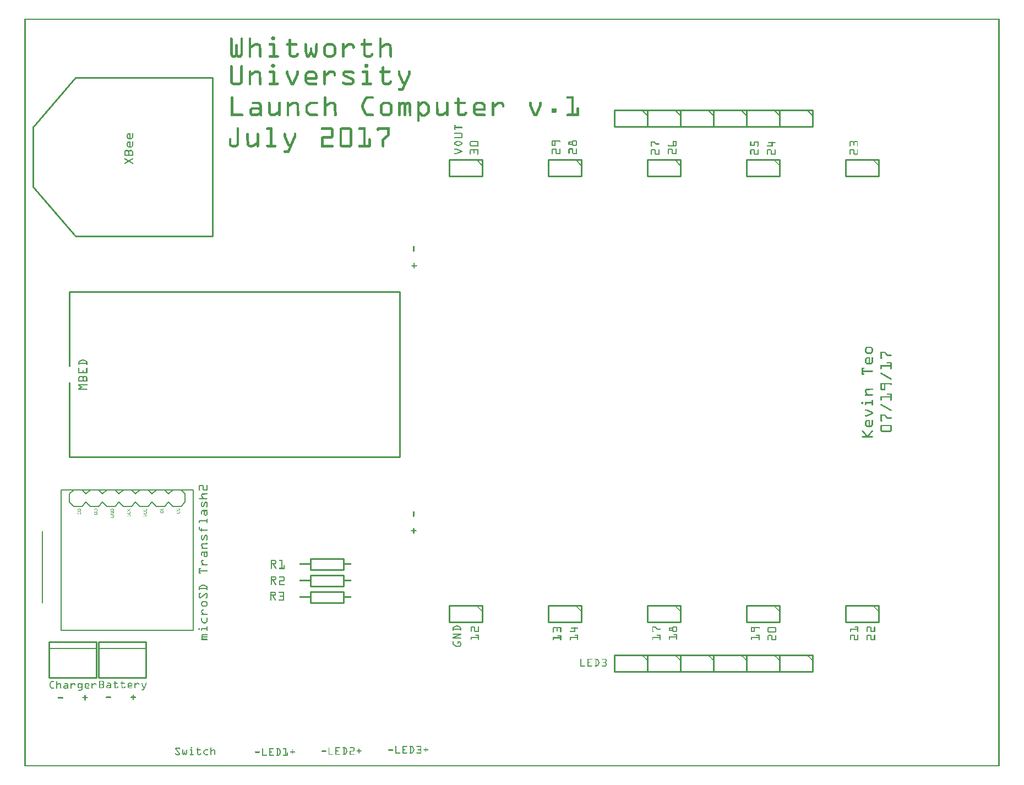
<source format=gto>
G04 MADE WITH FRITZING*
G04 WWW.FRITZING.ORG*
G04 DOUBLE SIDED*
G04 HOLES PLATED*
G04 CONTOUR ON CENTER OF CONTOUR VECTOR*
%ASAXBY*%
%FSLAX23Y23*%
%MOIN*%
%OFA0B0*%
%SFA1.0B1.0*%
%ADD10C,0.010000*%
%ADD11C,0.005000*%
%ADD12C,0.008000*%
%ADD13R,0.001000X0.001000*%
%LNSILK1*%
G90*
G70*
G54D10*
X1732Y1059D02*
X1932Y1059D01*
D02*
X1932Y1059D02*
X1932Y993D01*
D02*
X1932Y993D02*
X1732Y993D01*
D02*
X1732Y993D02*
X1732Y1059D01*
D02*
X3973Y3976D02*
X3773Y3976D01*
D02*
X3773Y3976D02*
X3773Y3876D01*
D02*
X3773Y3876D02*
X3973Y3876D01*
D02*
X3973Y3876D02*
X3973Y3976D01*
G54D11*
D02*
X3938Y3976D02*
X3973Y3941D01*
G54D10*
D02*
X3773Y676D02*
X3573Y676D01*
D02*
X3573Y676D02*
X3573Y576D01*
D02*
X3573Y576D02*
X3773Y576D01*
D02*
X3773Y576D02*
X3773Y676D01*
D02*
X4573Y3976D02*
X4373Y3976D01*
D02*
X4373Y3976D02*
X4373Y3876D01*
D02*
X4373Y3876D02*
X4573Y3876D01*
D02*
X4573Y3876D02*
X4573Y3976D01*
G54D11*
D02*
X4538Y3976D02*
X4573Y3941D01*
G54D10*
D02*
X4773Y3976D02*
X4573Y3976D01*
D02*
X4573Y3976D02*
X4573Y3876D01*
D02*
X4573Y3876D02*
X4773Y3876D01*
D02*
X4773Y3876D02*
X4773Y3976D01*
G54D11*
D02*
X4738Y3976D02*
X4773Y3941D01*
G54D10*
D02*
X4373Y3976D02*
X4173Y3976D01*
D02*
X4173Y3976D02*
X4173Y3876D01*
D02*
X4173Y3876D02*
X4373Y3876D01*
D02*
X4373Y3876D02*
X4373Y3976D01*
G54D11*
D02*
X4338Y3976D02*
X4373Y3941D01*
G54D10*
D02*
X4773Y676D02*
X4573Y676D01*
D02*
X4573Y676D02*
X4573Y576D01*
D02*
X4573Y576D02*
X4773Y576D01*
D02*
X4773Y576D02*
X4773Y676D01*
D02*
X4573Y676D02*
X4373Y676D01*
D02*
X4373Y676D02*
X4373Y576D01*
D02*
X4373Y576D02*
X4573Y576D01*
D02*
X4573Y576D02*
X4573Y676D01*
D02*
X4373Y676D02*
X4173Y676D01*
D02*
X4173Y676D02*
X4173Y576D01*
D02*
X4173Y576D02*
X4373Y576D01*
D02*
X4373Y576D02*
X4373Y676D01*
D02*
X4173Y676D02*
X3973Y676D01*
D02*
X3973Y676D02*
X3973Y576D01*
D02*
X3973Y576D02*
X4173Y576D01*
D02*
X4173Y576D02*
X4173Y676D01*
D02*
X4173Y3976D02*
X3973Y3976D01*
D02*
X3973Y3976D02*
X3973Y3876D01*
D02*
X3973Y3876D02*
X4173Y3876D01*
D02*
X4173Y3876D02*
X4173Y3976D01*
G54D11*
D02*
X4138Y3976D02*
X4173Y3941D01*
G54D10*
D02*
X3973Y676D02*
X3773Y676D01*
D02*
X3773Y676D02*
X3773Y576D01*
D02*
X3773Y576D02*
X3973Y576D01*
D02*
X3973Y576D02*
X3973Y676D01*
D02*
X3773Y3976D02*
X3573Y3976D01*
D02*
X3573Y3976D02*
X3573Y3876D01*
D02*
X3573Y3876D02*
X3773Y3876D01*
D02*
X3773Y3876D02*
X3773Y3976D01*
G54D11*
D02*
X3738Y3976D02*
X3773Y3941D01*
G54D10*
D02*
X3373Y974D02*
X3173Y974D01*
D02*
X3173Y974D02*
X3173Y874D01*
D02*
X3173Y874D02*
X3373Y874D01*
D02*
X3373Y874D02*
X3373Y974D01*
D02*
X2773Y974D02*
X2573Y974D01*
D02*
X2573Y974D02*
X2573Y874D01*
D02*
X2573Y874D02*
X2773Y874D01*
D02*
X2773Y874D02*
X2773Y974D01*
D02*
X4573Y3674D02*
X4373Y3674D01*
D02*
X4373Y3674D02*
X4373Y3574D01*
D02*
X4373Y3574D02*
X4573Y3574D01*
D02*
X4573Y3574D02*
X4573Y3674D01*
D02*
X2773Y3674D02*
X2573Y3674D01*
D02*
X2573Y3674D02*
X2573Y3574D01*
D02*
X2573Y3574D02*
X2773Y3574D01*
D02*
X2773Y3574D02*
X2773Y3674D01*
G54D11*
D02*
X2738Y3674D02*
X2773Y3639D01*
G54D10*
D02*
X3973Y3674D02*
X3773Y3674D01*
D02*
X3773Y3674D02*
X3773Y3574D01*
D02*
X3773Y3574D02*
X3973Y3574D01*
D02*
X3973Y3574D02*
X3973Y3674D01*
G54D11*
D02*
X3938Y3674D02*
X3973Y3639D01*
G54D10*
D02*
X5173Y974D02*
X4973Y974D01*
D02*
X4973Y974D02*
X4973Y874D01*
D02*
X4973Y874D02*
X5173Y874D01*
D02*
X5173Y874D02*
X5173Y974D01*
D02*
X3373Y3674D02*
X3173Y3674D01*
D02*
X3173Y3674D02*
X3173Y3574D01*
D02*
X3173Y3574D02*
X3373Y3574D01*
D02*
X3373Y3574D02*
X3373Y3674D01*
G54D11*
D02*
X3338Y3674D02*
X3373Y3639D01*
G54D10*
D02*
X4573Y974D02*
X4373Y974D01*
D02*
X4373Y974D02*
X4373Y874D01*
D02*
X4373Y874D02*
X4573Y874D01*
D02*
X4573Y874D02*
X4573Y974D01*
D02*
X3973Y974D02*
X3773Y974D01*
D02*
X3773Y974D02*
X3773Y874D01*
D02*
X3773Y874D02*
X3973Y874D01*
D02*
X3973Y874D02*
X3973Y974D01*
D02*
X5173Y3674D02*
X4973Y3674D01*
D02*
X4973Y3674D02*
X4973Y3574D01*
D02*
X4973Y3574D02*
X5173Y3574D01*
D02*
X5173Y3574D02*
X5173Y3674D01*
D02*
X149Y538D02*
X434Y538D01*
D02*
X434Y538D02*
X434Y754D01*
D02*
X434Y754D02*
X149Y754D01*
D02*
X149Y754D02*
X149Y538D01*
G54D11*
D02*
X434Y714D02*
X149Y714D01*
G54D10*
D02*
X449Y538D02*
X734Y538D01*
D02*
X734Y538D02*
X734Y754D01*
D02*
X734Y754D02*
X449Y754D01*
D02*
X449Y754D02*
X449Y538D01*
G54D11*
D02*
X734Y714D02*
X449Y714D01*
G54D10*
D02*
X273Y1876D02*
X2273Y1876D01*
D02*
X2273Y1876D02*
X2273Y2876D01*
D02*
X2273Y2876D02*
X273Y2876D01*
D02*
X273Y1876D02*
X273Y2326D01*
D02*
X273Y2426D02*
X273Y2876D01*
G54D12*
D02*
X1023Y826D02*
X1023Y1676D01*
D02*
X1023Y1676D02*
X223Y1676D01*
D02*
X223Y1676D02*
X223Y826D01*
D02*
X223Y826D02*
X1023Y826D01*
D02*
X348Y1576D02*
X298Y1576D01*
D02*
X298Y1576D02*
X273Y1601D01*
D02*
X273Y1651D02*
X298Y1676D01*
D02*
X473Y1601D02*
X448Y1576D01*
D02*
X448Y1576D02*
X398Y1576D01*
D02*
X398Y1576D02*
X373Y1601D01*
D02*
X373Y1651D02*
X398Y1676D01*
D02*
X398Y1676D02*
X448Y1676D01*
D02*
X448Y1676D02*
X473Y1651D01*
D02*
X348Y1576D02*
X373Y1601D01*
D02*
X373Y1651D02*
X348Y1676D01*
D02*
X298Y1676D02*
X348Y1676D01*
D02*
X648Y1576D02*
X598Y1576D01*
D02*
X598Y1576D02*
X573Y1601D01*
D02*
X573Y1651D02*
X598Y1676D01*
D02*
X573Y1601D02*
X548Y1576D01*
D02*
X548Y1576D02*
X498Y1576D01*
D02*
X498Y1576D02*
X473Y1601D01*
D02*
X473Y1651D02*
X498Y1676D01*
D02*
X498Y1676D02*
X548Y1676D01*
D02*
X548Y1676D02*
X573Y1651D01*
D02*
X773Y1601D02*
X748Y1576D01*
D02*
X748Y1576D02*
X698Y1576D01*
D02*
X698Y1576D02*
X673Y1601D01*
D02*
X673Y1651D02*
X698Y1676D01*
D02*
X698Y1676D02*
X748Y1676D01*
D02*
X748Y1676D02*
X773Y1651D01*
D02*
X648Y1576D02*
X673Y1601D01*
D02*
X673Y1651D02*
X648Y1676D01*
D02*
X598Y1676D02*
X648Y1676D01*
D02*
X948Y1576D02*
X898Y1576D01*
D02*
X898Y1576D02*
X873Y1601D01*
D02*
X873Y1651D02*
X898Y1676D01*
D02*
X873Y1601D02*
X848Y1576D01*
D02*
X848Y1576D02*
X798Y1576D01*
D02*
X798Y1576D02*
X773Y1601D01*
D02*
X773Y1651D02*
X798Y1676D01*
D02*
X798Y1676D02*
X848Y1676D01*
D02*
X848Y1676D02*
X873Y1651D01*
D02*
X973Y1601D02*
X973Y1651D01*
D02*
X948Y1576D02*
X973Y1601D01*
D02*
X973Y1651D02*
X948Y1676D01*
D02*
X898Y1676D02*
X948Y1676D01*
D02*
X273Y1601D02*
X273Y1651D01*
D02*
X108Y1426D02*
X108Y993D01*
G54D10*
D02*
X53Y3510D02*
X53Y3872D01*
D02*
X53Y3872D02*
X310Y4171D01*
D02*
X310Y4171D02*
X1140Y4171D01*
D02*
X1140Y4171D02*
X1140Y3211D01*
D02*
X1140Y3211D02*
X310Y3211D01*
D02*
X1732Y1259D02*
X1932Y1259D01*
D02*
X1932Y1259D02*
X1932Y1193D01*
D02*
X1932Y1193D02*
X1732Y1193D01*
D02*
X1732Y1193D02*
X1732Y1259D01*
D02*
X1732Y1159D02*
X1932Y1159D01*
D02*
X1932Y1159D02*
X1932Y1093D01*
D02*
X1932Y1093D02*
X1732Y1093D01*
D02*
X1732Y1093D02*
X1732Y1159D01*
G54D13*
X0Y4528D02*
X5904Y4528D01*
X0Y4527D02*
X5904Y4527D01*
X0Y4526D02*
X5904Y4526D01*
X0Y4525D02*
X5904Y4525D01*
X0Y4524D02*
X5904Y4524D01*
X0Y4523D02*
X5904Y4523D01*
X0Y4522D02*
X5904Y4522D01*
X0Y4521D02*
X5904Y4521D01*
X0Y4520D02*
X7Y4520D01*
X5897Y4520D02*
X5904Y4520D01*
X0Y4519D02*
X7Y4519D01*
X5897Y4519D02*
X5904Y4519D01*
X0Y4518D02*
X7Y4518D01*
X5897Y4518D02*
X5904Y4518D01*
X0Y4517D02*
X7Y4517D01*
X5897Y4517D02*
X5904Y4517D01*
X0Y4516D02*
X7Y4516D01*
X5897Y4516D02*
X5904Y4516D01*
X0Y4515D02*
X7Y4515D01*
X5897Y4515D02*
X5904Y4515D01*
X0Y4514D02*
X7Y4514D01*
X5897Y4514D02*
X5904Y4514D01*
X0Y4513D02*
X7Y4513D01*
X5897Y4513D02*
X5904Y4513D01*
X0Y4512D02*
X7Y4512D01*
X5897Y4512D02*
X5904Y4512D01*
X0Y4511D02*
X7Y4511D01*
X5897Y4511D02*
X5904Y4511D01*
X0Y4510D02*
X7Y4510D01*
X5897Y4510D02*
X5904Y4510D01*
X0Y4509D02*
X7Y4509D01*
X5897Y4509D02*
X5904Y4509D01*
X0Y4508D02*
X7Y4508D01*
X5897Y4508D02*
X5904Y4508D01*
X0Y4507D02*
X7Y4507D01*
X5897Y4507D02*
X5904Y4507D01*
X0Y4506D02*
X7Y4506D01*
X5897Y4506D02*
X5904Y4506D01*
X0Y4505D02*
X7Y4505D01*
X5897Y4505D02*
X5904Y4505D01*
X0Y4504D02*
X7Y4504D01*
X5897Y4504D02*
X5904Y4504D01*
X0Y4503D02*
X7Y4503D01*
X5897Y4503D02*
X5904Y4503D01*
X0Y4502D02*
X7Y4502D01*
X5897Y4502D02*
X5904Y4502D01*
X0Y4501D02*
X7Y4501D01*
X5897Y4501D02*
X5904Y4501D01*
X0Y4500D02*
X7Y4500D01*
X5897Y4500D02*
X5904Y4500D01*
X0Y4499D02*
X7Y4499D01*
X5897Y4499D02*
X5904Y4499D01*
X0Y4498D02*
X7Y4498D01*
X5897Y4498D02*
X5904Y4498D01*
X0Y4497D02*
X7Y4497D01*
X5897Y4497D02*
X5904Y4497D01*
X0Y4496D02*
X7Y4496D01*
X5897Y4496D02*
X5904Y4496D01*
X0Y4495D02*
X7Y4495D01*
X5897Y4495D02*
X5904Y4495D01*
X0Y4494D02*
X7Y4494D01*
X5897Y4494D02*
X5904Y4494D01*
X0Y4493D02*
X7Y4493D01*
X5897Y4493D02*
X5904Y4493D01*
X0Y4492D02*
X7Y4492D01*
X5897Y4492D02*
X5904Y4492D01*
X0Y4491D02*
X7Y4491D01*
X5897Y4491D02*
X5904Y4491D01*
X0Y4490D02*
X7Y4490D01*
X5897Y4490D02*
X5904Y4490D01*
X0Y4489D02*
X7Y4489D01*
X5897Y4489D02*
X5904Y4489D01*
X0Y4488D02*
X7Y4488D01*
X5897Y4488D02*
X5904Y4488D01*
X0Y4487D02*
X7Y4487D01*
X5897Y4487D02*
X5904Y4487D01*
X0Y4486D02*
X7Y4486D01*
X5897Y4486D02*
X5904Y4486D01*
X0Y4485D02*
X7Y4485D01*
X5897Y4485D02*
X5904Y4485D01*
X0Y4484D02*
X7Y4484D01*
X5897Y4484D02*
X5904Y4484D01*
X0Y4483D02*
X7Y4483D01*
X5897Y4483D02*
X5904Y4483D01*
X0Y4482D02*
X7Y4482D01*
X5897Y4482D02*
X5904Y4482D01*
X0Y4481D02*
X7Y4481D01*
X5897Y4481D02*
X5904Y4481D01*
X0Y4480D02*
X7Y4480D01*
X5897Y4480D02*
X5904Y4480D01*
X0Y4479D02*
X7Y4479D01*
X5897Y4479D02*
X5904Y4479D01*
X0Y4478D02*
X7Y4478D01*
X5897Y4478D02*
X5904Y4478D01*
X0Y4477D02*
X7Y4477D01*
X5897Y4477D02*
X5904Y4477D01*
X0Y4476D02*
X7Y4476D01*
X5897Y4476D02*
X5904Y4476D01*
X0Y4475D02*
X7Y4475D01*
X5897Y4475D02*
X5904Y4475D01*
X0Y4474D02*
X7Y4474D01*
X5897Y4474D02*
X5904Y4474D01*
X0Y4473D02*
X7Y4473D01*
X5897Y4473D02*
X5904Y4473D01*
X0Y4472D02*
X7Y4472D01*
X5897Y4472D02*
X5904Y4472D01*
X0Y4471D02*
X7Y4471D01*
X5897Y4471D02*
X5904Y4471D01*
X0Y4470D02*
X7Y4470D01*
X5897Y4470D02*
X5904Y4470D01*
X0Y4469D02*
X7Y4469D01*
X5897Y4469D02*
X5904Y4469D01*
X0Y4468D02*
X7Y4468D01*
X5897Y4468D02*
X5904Y4468D01*
X0Y4467D02*
X7Y4467D01*
X5897Y4467D02*
X5904Y4467D01*
X0Y4466D02*
X7Y4466D01*
X5897Y4466D02*
X5904Y4466D01*
X0Y4465D02*
X7Y4465D01*
X5897Y4465D02*
X5904Y4465D01*
X0Y4464D02*
X7Y4464D01*
X5897Y4464D02*
X5904Y4464D01*
X0Y4463D02*
X7Y4463D01*
X5897Y4463D02*
X5904Y4463D01*
X0Y4462D02*
X7Y4462D01*
X5897Y4462D02*
X5904Y4462D01*
X0Y4461D02*
X7Y4461D01*
X5897Y4461D02*
X5904Y4461D01*
X0Y4460D02*
X7Y4460D01*
X5897Y4460D02*
X5904Y4460D01*
X0Y4459D02*
X7Y4459D01*
X5897Y4459D02*
X5904Y4459D01*
X0Y4458D02*
X7Y4458D01*
X5897Y4458D02*
X5904Y4458D01*
X0Y4457D02*
X7Y4457D01*
X5897Y4457D02*
X5904Y4457D01*
X0Y4456D02*
X7Y4456D01*
X5897Y4456D02*
X5904Y4456D01*
X0Y4455D02*
X7Y4455D01*
X5897Y4455D02*
X5904Y4455D01*
X0Y4454D02*
X7Y4454D01*
X5897Y4454D02*
X5904Y4454D01*
X0Y4453D02*
X7Y4453D01*
X5897Y4453D02*
X5904Y4453D01*
X0Y4452D02*
X7Y4452D01*
X5897Y4452D02*
X5904Y4452D01*
X0Y4451D02*
X7Y4451D01*
X5897Y4451D02*
X5904Y4451D01*
X0Y4450D02*
X7Y4450D01*
X5897Y4450D02*
X5904Y4450D01*
X0Y4449D02*
X7Y4449D01*
X5897Y4449D02*
X5904Y4449D01*
X0Y4448D02*
X7Y4448D01*
X5897Y4448D02*
X5904Y4448D01*
X0Y4447D02*
X7Y4447D01*
X5897Y4447D02*
X5904Y4447D01*
X0Y4446D02*
X7Y4446D01*
X5897Y4446D02*
X5904Y4446D01*
X0Y4445D02*
X7Y4445D01*
X5897Y4445D02*
X5904Y4445D01*
X0Y4444D02*
X7Y4444D01*
X5897Y4444D02*
X5904Y4444D01*
X0Y4443D02*
X7Y4443D01*
X5897Y4443D02*
X5904Y4443D01*
X0Y4442D02*
X7Y4442D01*
X5897Y4442D02*
X5904Y4442D01*
X0Y4441D02*
X7Y4441D01*
X5897Y4441D02*
X5904Y4441D01*
X0Y4440D02*
X7Y4440D01*
X5897Y4440D02*
X5904Y4440D01*
X0Y4439D02*
X7Y4439D01*
X5897Y4439D02*
X5904Y4439D01*
X0Y4438D02*
X7Y4438D01*
X5897Y4438D02*
X5904Y4438D01*
X0Y4437D02*
X7Y4437D01*
X5897Y4437D02*
X5904Y4437D01*
X0Y4436D02*
X7Y4436D01*
X5897Y4436D02*
X5904Y4436D01*
X0Y4435D02*
X7Y4435D01*
X5897Y4435D02*
X5904Y4435D01*
X0Y4434D02*
X7Y4434D01*
X5897Y4434D02*
X5904Y4434D01*
X0Y4433D02*
X7Y4433D01*
X5897Y4433D02*
X5904Y4433D01*
X0Y4432D02*
X7Y4432D01*
X5897Y4432D02*
X5904Y4432D01*
X0Y4431D02*
X7Y4431D01*
X5897Y4431D02*
X5904Y4431D01*
X0Y4430D02*
X7Y4430D01*
X5897Y4430D02*
X5904Y4430D01*
X0Y4429D02*
X7Y4429D01*
X5897Y4429D02*
X5904Y4429D01*
X0Y4428D02*
X7Y4428D01*
X5897Y4428D02*
X5904Y4428D01*
X0Y4427D02*
X7Y4427D01*
X5897Y4427D02*
X5904Y4427D01*
X0Y4426D02*
X7Y4426D01*
X5897Y4426D02*
X5904Y4426D01*
X0Y4425D02*
X7Y4425D01*
X5897Y4425D02*
X5904Y4425D01*
X0Y4424D02*
X7Y4424D01*
X5897Y4424D02*
X5904Y4424D01*
X0Y4423D02*
X7Y4423D01*
X5897Y4423D02*
X5904Y4423D01*
X0Y4422D02*
X7Y4422D01*
X5897Y4422D02*
X5904Y4422D01*
X0Y4421D02*
X7Y4421D01*
X5897Y4421D02*
X5904Y4421D01*
X0Y4420D02*
X7Y4420D01*
X1499Y4420D02*
X1512Y4420D01*
X5897Y4420D02*
X5904Y4420D01*
X0Y4419D02*
X7Y4419D01*
X1498Y4419D02*
X1514Y4419D01*
X5897Y4419D02*
X5904Y4419D01*
X0Y4418D02*
X7Y4418D01*
X1496Y4418D02*
X1515Y4418D01*
X5897Y4418D02*
X5904Y4418D01*
X0Y4417D02*
X7Y4417D01*
X1496Y4417D02*
X1516Y4417D01*
X5897Y4417D02*
X5904Y4417D01*
X0Y4416D02*
X7Y4416D01*
X1495Y4416D02*
X1516Y4416D01*
X5897Y4416D02*
X5904Y4416D01*
X0Y4415D02*
X7Y4415D01*
X1495Y4415D02*
X1517Y4415D01*
X5897Y4415D02*
X5904Y4415D01*
X0Y4414D02*
X7Y4414D01*
X1252Y4414D02*
X1254Y4414D01*
X1314Y4414D02*
X1316Y4414D01*
X1365Y4414D02*
X1366Y4414D01*
X1495Y4414D02*
X1517Y4414D01*
X2155Y4414D02*
X2157Y4414D01*
X5897Y4414D02*
X5904Y4414D01*
X0Y4413D02*
X7Y4413D01*
X1249Y4413D02*
X1256Y4413D01*
X1311Y4413D02*
X1318Y4413D01*
X1362Y4413D02*
X1369Y4413D01*
X1495Y4413D02*
X1517Y4413D01*
X2152Y4413D02*
X2159Y4413D01*
X5897Y4413D02*
X5904Y4413D01*
X0Y4412D02*
X7Y4412D01*
X1248Y4412D02*
X1258Y4412D01*
X1310Y4412D02*
X1320Y4412D01*
X1361Y4412D02*
X1371Y4412D01*
X1494Y4412D02*
X1517Y4412D01*
X2151Y4412D02*
X2161Y4412D01*
X5897Y4412D02*
X5904Y4412D01*
X0Y4411D02*
X7Y4411D01*
X1247Y4411D02*
X1259Y4411D01*
X1309Y4411D02*
X1321Y4411D01*
X1360Y4411D02*
X1372Y4411D01*
X1494Y4411D02*
X1517Y4411D01*
X2150Y4411D02*
X2162Y4411D01*
X5897Y4411D02*
X5904Y4411D01*
X0Y4410D02*
X7Y4410D01*
X1247Y4410D02*
X1259Y4410D01*
X1309Y4410D02*
X1321Y4410D01*
X1359Y4410D02*
X1372Y4410D01*
X1494Y4410D02*
X1517Y4410D01*
X2150Y4410D02*
X2162Y4410D01*
X5897Y4410D02*
X5904Y4410D01*
X0Y4409D02*
X7Y4409D01*
X1246Y4409D02*
X1260Y4409D01*
X1308Y4409D02*
X1322Y4409D01*
X1359Y4409D02*
X1373Y4409D01*
X1494Y4409D02*
X1517Y4409D01*
X2149Y4409D02*
X2163Y4409D01*
X5897Y4409D02*
X5904Y4409D01*
X0Y4408D02*
X7Y4408D01*
X1246Y4408D02*
X1260Y4408D01*
X1308Y4408D02*
X1322Y4408D01*
X1359Y4408D02*
X1373Y4408D01*
X1494Y4408D02*
X1517Y4408D01*
X2149Y4408D02*
X2163Y4408D01*
X5897Y4408D02*
X5904Y4408D01*
X0Y4407D02*
X7Y4407D01*
X1246Y4407D02*
X1260Y4407D01*
X1308Y4407D02*
X1322Y4407D01*
X1359Y4407D02*
X1373Y4407D01*
X1494Y4407D02*
X1517Y4407D01*
X1605Y4407D02*
X1609Y4407D01*
X2056Y4407D02*
X2061Y4407D01*
X2149Y4407D02*
X2163Y4407D01*
X5897Y4407D02*
X5904Y4407D01*
X0Y4406D02*
X7Y4406D01*
X1246Y4406D02*
X1260Y4406D01*
X1308Y4406D02*
X1322Y4406D01*
X1358Y4406D02*
X1373Y4406D01*
X1495Y4406D02*
X1517Y4406D01*
X1603Y4406D02*
X1611Y4406D01*
X2054Y4406D02*
X2063Y4406D01*
X2149Y4406D02*
X2163Y4406D01*
X5897Y4406D02*
X5904Y4406D01*
X0Y4405D02*
X7Y4405D01*
X1246Y4405D02*
X1260Y4405D01*
X1308Y4405D02*
X1322Y4405D01*
X1358Y4405D02*
X1373Y4405D01*
X1495Y4405D02*
X1517Y4405D01*
X1602Y4405D02*
X1612Y4405D01*
X2053Y4405D02*
X2064Y4405D01*
X2149Y4405D02*
X2163Y4405D01*
X5897Y4405D02*
X5904Y4405D01*
X0Y4404D02*
X7Y4404D01*
X1246Y4404D02*
X1260Y4404D01*
X1308Y4404D02*
X1322Y4404D01*
X1358Y4404D02*
X1373Y4404D01*
X1495Y4404D02*
X1517Y4404D01*
X1601Y4404D02*
X1613Y4404D01*
X2053Y4404D02*
X2065Y4404D01*
X2149Y4404D02*
X2163Y4404D01*
X5897Y4404D02*
X5904Y4404D01*
X0Y4403D02*
X7Y4403D01*
X1246Y4403D02*
X1260Y4403D01*
X1308Y4403D02*
X1322Y4403D01*
X1358Y4403D02*
X1373Y4403D01*
X1495Y4403D02*
X1516Y4403D01*
X1600Y4403D02*
X1614Y4403D01*
X2052Y4403D02*
X2065Y4403D01*
X2149Y4403D02*
X2163Y4403D01*
X5897Y4403D02*
X5904Y4403D01*
X0Y4402D02*
X7Y4402D01*
X1246Y4402D02*
X1260Y4402D01*
X1308Y4402D02*
X1322Y4402D01*
X1358Y4402D02*
X1373Y4402D01*
X1496Y4402D02*
X1516Y4402D01*
X1600Y4402D02*
X1614Y4402D01*
X2052Y4402D02*
X2066Y4402D01*
X2149Y4402D02*
X2163Y4402D01*
X5897Y4402D02*
X5904Y4402D01*
X0Y4401D02*
X7Y4401D01*
X1246Y4401D02*
X1260Y4401D01*
X1308Y4401D02*
X1322Y4401D01*
X1358Y4401D02*
X1373Y4401D01*
X1497Y4401D02*
X1515Y4401D01*
X1600Y4401D02*
X1614Y4401D01*
X2051Y4401D02*
X2066Y4401D01*
X2149Y4401D02*
X2163Y4401D01*
X5897Y4401D02*
X5904Y4401D01*
X0Y4400D02*
X7Y4400D01*
X1246Y4400D02*
X1260Y4400D01*
X1308Y4400D02*
X1322Y4400D01*
X1358Y4400D02*
X1373Y4400D01*
X1498Y4400D02*
X1514Y4400D01*
X1600Y4400D02*
X1614Y4400D01*
X2051Y4400D02*
X2066Y4400D01*
X2149Y4400D02*
X2163Y4400D01*
X5897Y4400D02*
X5904Y4400D01*
X0Y4399D02*
X7Y4399D01*
X1246Y4399D02*
X1260Y4399D01*
X1308Y4399D02*
X1322Y4399D01*
X1358Y4399D02*
X1373Y4399D01*
X1499Y4399D02*
X1512Y4399D01*
X1600Y4399D02*
X1614Y4399D01*
X2051Y4399D02*
X2066Y4399D01*
X2149Y4399D02*
X2163Y4399D01*
X5897Y4399D02*
X5904Y4399D01*
X0Y4398D02*
X7Y4398D01*
X1246Y4398D02*
X1260Y4398D01*
X1308Y4398D02*
X1322Y4398D01*
X1358Y4398D02*
X1373Y4398D01*
X1600Y4398D02*
X1614Y4398D01*
X2051Y4398D02*
X2066Y4398D01*
X2149Y4398D02*
X2163Y4398D01*
X5897Y4398D02*
X5904Y4398D01*
X0Y4397D02*
X7Y4397D01*
X1246Y4397D02*
X1260Y4397D01*
X1308Y4397D02*
X1322Y4397D01*
X1358Y4397D02*
X1373Y4397D01*
X1600Y4397D02*
X1614Y4397D01*
X2051Y4397D02*
X2066Y4397D01*
X2149Y4397D02*
X2163Y4397D01*
X5897Y4397D02*
X5904Y4397D01*
X0Y4396D02*
X7Y4396D01*
X1246Y4396D02*
X1260Y4396D01*
X1308Y4396D02*
X1322Y4396D01*
X1358Y4396D02*
X1373Y4396D01*
X1600Y4396D02*
X1614Y4396D01*
X2051Y4396D02*
X2066Y4396D01*
X2149Y4396D02*
X2163Y4396D01*
X5897Y4396D02*
X5904Y4396D01*
X0Y4395D02*
X7Y4395D01*
X1246Y4395D02*
X1260Y4395D01*
X1308Y4395D02*
X1322Y4395D01*
X1358Y4395D02*
X1373Y4395D01*
X1600Y4395D02*
X1614Y4395D01*
X2051Y4395D02*
X2066Y4395D01*
X2149Y4395D02*
X2163Y4395D01*
X5897Y4395D02*
X5904Y4395D01*
X0Y4394D02*
X7Y4394D01*
X1246Y4394D02*
X1260Y4394D01*
X1308Y4394D02*
X1322Y4394D01*
X1358Y4394D02*
X1373Y4394D01*
X1600Y4394D02*
X1614Y4394D01*
X2051Y4394D02*
X2066Y4394D01*
X2149Y4394D02*
X2163Y4394D01*
X5897Y4394D02*
X5904Y4394D01*
X0Y4393D02*
X7Y4393D01*
X1246Y4393D02*
X1260Y4393D01*
X1308Y4393D02*
X1322Y4393D01*
X1358Y4393D02*
X1373Y4393D01*
X1600Y4393D02*
X1614Y4393D01*
X2051Y4393D02*
X2066Y4393D01*
X2149Y4393D02*
X2163Y4393D01*
X5897Y4393D02*
X5904Y4393D01*
X0Y4392D02*
X7Y4392D01*
X1246Y4392D02*
X1260Y4392D01*
X1308Y4392D02*
X1322Y4392D01*
X1358Y4392D02*
X1373Y4392D01*
X1600Y4392D02*
X1614Y4392D01*
X2051Y4392D02*
X2066Y4392D01*
X2149Y4392D02*
X2163Y4392D01*
X5897Y4392D02*
X5904Y4392D01*
X0Y4391D02*
X7Y4391D01*
X1246Y4391D02*
X1260Y4391D01*
X1308Y4391D02*
X1322Y4391D01*
X1358Y4391D02*
X1373Y4391D01*
X1600Y4391D02*
X1614Y4391D01*
X2051Y4391D02*
X2066Y4391D01*
X2149Y4391D02*
X2163Y4391D01*
X5897Y4391D02*
X5904Y4391D01*
X0Y4390D02*
X7Y4390D01*
X1246Y4390D02*
X1260Y4390D01*
X1308Y4390D02*
X1322Y4390D01*
X1358Y4390D02*
X1373Y4390D01*
X1600Y4390D02*
X1614Y4390D01*
X2051Y4390D02*
X2066Y4390D01*
X2149Y4390D02*
X2163Y4390D01*
X5897Y4390D02*
X5904Y4390D01*
X0Y4389D02*
X7Y4389D01*
X1246Y4389D02*
X1260Y4389D01*
X1308Y4389D02*
X1322Y4389D01*
X1358Y4389D02*
X1373Y4389D01*
X1600Y4389D02*
X1614Y4389D01*
X2051Y4389D02*
X2066Y4389D01*
X2149Y4389D02*
X2163Y4389D01*
X5897Y4389D02*
X5904Y4389D01*
X0Y4388D02*
X7Y4388D01*
X1246Y4388D02*
X1260Y4388D01*
X1308Y4388D02*
X1322Y4388D01*
X1358Y4388D02*
X1373Y4388D01*
X1600Y4388D02*
X1614Y4388D01*
X2051Y4388D02*
X2066Y4388D01*
X2149Y4388D02*
X2163Y4388D01*
X5897Y4388D02*
X5904Y4388D01*
X0Y4387D02*
X7Y4387D01*
X1246Y4387D02*
X1260Y4387D01*
X1308Y4387D02*
X1322Y4387D01*
X1358Y4387D02*
X1373Y4387D01*
X1600Y4387D02*
X1614Y4387D01*
X2051Y4387D02*
X2066Y4387D01*
X2149Y4387D02*
X2163Y4387D01*
X5897Y4387D02*
X5904Y4387D01*
X0Y4386D02*
X7Y4386D01*
X1246Y4386D02*
X1260Y4386D01*
X1308Y4386D02*
X1322Y4386D01*
X1358Y4386D02*
X1373Y4386D01*
X1600Y4386D02*
X1614Y4386D01*
X2051Y4386D02*
X2066Y4386D01*
X2149Y4386D02*
X2163Y4386D01*
X5897Y4386D02*
X5904Y4386D01*
X0Y4385D02*
X7Y4385D01*
X1246Y4385D02*
X1260Y4385D01*
X1308Y4385D02*
X1322Y4385D01*
X1358Y4385D02*
X1373Y4385D01*
X1600Y4385D02*
X1614Y4385D01*
X2051Y4385D02*
X2066Y4385D01*
X2149Y4385D02*
X2163Y4385D01*
X5897Y4385D02*
X5904Y4385D01*
X0Y4384D02*
X7Y4384D01*
X1246Y4384D02*
X1260Y4384D01*
X1308Y4384D02*
X1322Y4384D01*
X1358Y4384D02*
X1373Y4384D01*
X1600Y4384D02*
X1614Y4384D01*
X2051Y4384D02*
X2066Y4384D01*
X2149Y4384D02*
X2163Y4384D01*
X5897Y4384D02*
X5904Y4384D01*
X0Y4383D02*
X7Y4383D01*
X1246Y4383D02*
X1260Y4383D01*
X1308Y4383D02*
X1322Y4383D01*
X1358Y4383D02*
X1373Y4383D01*
X1600Y4383D02*
X1614Y4383D01*
X2051Y4383D02*
X2066Y4383D01*
X2149Y4383D02*
X2163Y4383D01*
X5897Y4383D02*
X5904Y4383D01*
X0Y4382D02*
X7Y4382D01*
X1246Y4382D02*
X1260Y4382D01*
X1308Y4382D02*
X1322Y4382D01*
X1358Y4382D02*
X1373Y4382D01*
X1600Y4382D02*
X1614Y4382D01*
X2051Y4382D02*
X2066Y4382D01*
X2149Y4382D02*
X2163Y4382D01*
X5897Y4382D02*
X5904Y4382D01*
X0Y4381D02*
X7Y4381D01*
X1246Y4381D02*
X1260Y4381D01*
X1308Y4381D02*
X1322Y4381D01*
X1358Y4381D02*
X1373Y4381D01*
X1402Y4381D02*
X1410Y4381D01*
X1487Y4381D02*
X1509Y4381D01*
X1592Y4381D02*
X1645Y4381D01*
X1839Y4381D02*
X1858Y4381D01*
X1962Y4381D02*
X1977Y4381D01*
X2043Y4381D02*
X2097Y4381D01*
X2149Y4381D02*
X2163Y4381D01*
X2192Y4381D02*
X2200Y4381D01*
X5897Y4381D02*
X5904Y4381D01*
X0Y4380D02*
X7Y4380D01*
X1246Y4380D02*
X1260Y4380D01*
X1308Y4380D02*
X1322Y4380D01*
X1358Y4380D02*
X1373Y4380D01*
X1395Y4380D02*
X1416Y4380D01*
X1483Y4380D02*
X1513Y4380D01*
X1588Y4380D02*
X1649Y4380D01*
X1700Y4380D02*
X1706Y4380D01*
X1765Y4380D02*
X1771Y4380D01*
X1832Y4380D02*
X1864Y4380D01*
X1927Y4380D02*
X1934Y4380D01*
X1958Y4380D02*
X1983Y4380D01*
X2040Y4380D02*
X2101Y4380D01*
X2149Y4380D02*
X2163Y4380D01*
X2185Y4380D02*
X2207Y4380D01*
X5897Y4380D02*
X5904Y4380D01*
X0Y4379D02*
X7Y4379D01*
X1246Y4379D02*
X1260Y4379D01*
X1308Y4379D02*
X1322Y4379D01*
X1358Y4379D02*
X1373Y4379D01*
X1393Y4379D02*
X1419Y4379D01*
X1482Y4379D02*
X1514Y4379D01*
X1587Y4379D02*
X1650Y4379D01*
X1698Y4379D02*
X1707Y4379D01*
X1763Y4379D02*
X1773Y4379D01*
X1830Y4379D02*
X1867Y4379D01*
X1926Y4379D02*
X1935Y4379D01*
X1956Y4379D02*
X1986Y4379D01*
X2038Y4379D02*
X2102Y4379D01*
X2149Y4379D02*
X2163Y4379D01*
X2183Y4379D02*
X2209Y4379D01*
X5897Y4379D02*
X5904Y4379D01*
X0Y4378D02*
X7Y4378D01*
X1246Y4378D02*
X1260Y4378D01*
X1308Y4378D02*
X1322Y4378D01*
X1358Y4378D02*
X1373Y4378D01*
X1391Y4378D02*
X1421Y4378D01*
X1481Y4378D02*
X1515Y4378D01*
X1586Y4378D02*
X1651Y4378D01*
X1697Y4378D02*
X1708Y4378D01*
X1762Y4378D02*
X1774Y4378D01*
X1828Y4378D02*
X1869Y4378D01*
X1925Y4378D02*
X1936Y4378D01*
X1955Y4378D02*
X1987Y4378D01*
X2037Y4378D02*
X2103Y4378D01*
X2149Y4378D02*
X2163Y4378D01*
X2181Y4378D02*
X2211Y4378D01*
X5897Y4378D02*
X5904Y4378D01*
X0Y4377D02*
X7Y4377D01*
X1246Y4377D02*
X1260Y4377D01*
X1308Y4377D02*
X1322Y4377D01*
X1358Y4377D02*
X1373Y4377D01*
X1389Y4377D02*
X1423Y4377D01*
X1480Y4377D02*
X1516Y4377D01*
X1585Y4377D02*
X1652Y4377D01*
X1697Y4377D02*
X1709Y4377D01*
X1762Y4377D02*
X1774Y4377D01*
X1826Y4377D02*
X1870Y4377D01*
X1924Y4377D02*
X1937Y4377D01*
X1954Y4377D02*
X1989Y4377D01*
X2037Y4377D02*
X2104Y4377D01*
X2149Y4377D02*
X2163Y4377D01*
X2179Y4377D02*
X2213Y4377D01*
X5897Y4377D02*
X5904Y4377D01*
X0Y4376D02*
X7Y4376D01*
X1246Y4376D02*
X1260Y4376D01*
X1308Y4376D02*
X1322Y4376D01*
X1358Y4376D02*
X1373Y4376D01*
X1387Y4376D02*
X1424Y4376D01*
X1480Y4376D02*
X1516Y4376D01*
X1585Y4376D02*
X1652Y4376D01*
X1696Y4376D02*
X1710Y4376D01*
X1761Y4376D02*
X1775Y4376D01*
X1825Y4376D02*
X1872Y4376D01*
X1923Y4376D02*
X1937Y4376D01*
X1953Y4376D02*
X1990Y4376D01*
X2036Y4376D02*
X2104Y4376D01*
X2149Y4376D02*
X2163Y4376D01*
X2177Y4376D02*
X2214Y4376D01*
X5897Y4376D02*
X5904Y4376D01*
X0Y4375D02*
X7Y4375D01*
X1246Y4375D02*
X1260Y4375D01*
X1308Y4375D02*
X1322Y4375D01*
X1358Y4375D02*
X1373Y4375D01*
X1386Y4375D02*
X1425Y4375D01*
X1479Y4375D02*
X1517Y4375D01*
X1584Y4375D02*
X1653Y4375D01*
X1696Y4375D02*
X1710Y4375D01*
X1761Y4375D02*
X1775Y4375D01*
X1823Y4375D02*
X1873Y4375D01*
X1923Y4375D02*
X1937Y4375D01*
X1952Y4375D02*
X1992Y4375D01*
X2036Y4375D02*
X2104Y4375D01*
X2149Y4375D02*
X2163Y4375D01*
X2176Y4375D02*
X2215Y4375D01*
X5897Y4375D02*
X5904Y4375D01*
X0Y4374D02*
X7Y4374D01*
X1246Y4374D02*
X1260Y4374D01*
X1282Y4374D02*
X1286Y4374D01*
X1308Y4374D02*
X1322Y4374D01*
X1358Y4374D02*
X1373Y4374D01*
X1384Y4374D02*
X1426Y4374D01*
X1479Y4374D02*
X1517Y4374D01*
X1584Y4374D02*
X1653Y4374D01*
X1696Y4374D02*
X1710Y4374D01*
X1761Y4374D02*
X1775Y4374D01*
X1822Y4374D02*
X1874Y4374D01*
X1923Y4374D02*
X1938Y4374D01*
X1951Y4374D02*
X1993Y4374D01*
X2036Y4374D02*
X2104Y4374D01*
X2149Y4374D02*
X2163Y4374D01*
X2174Y4374D02*
X2217Y4374D01*
X5897Y4374D02*
X5904Y4374D01*
X0Y4373D02*
X7Y4373D01*
X1246Y4373D02*
X1260Y4373D01*
X1280Y4373D02*
X1288Y4373D01*
X1308Y4373D02*
X1322Y4373D01*
X1358Y4373D02*
X1373Y4373D01*
X1383Y4373D02*
X1427Y4373D01*
X1479Y4373D02*
X1517Y4373D01*
X1584Y4373D02*
X1653Y4373D01*
X1695Y4373D02*
X1710Y4373D01*
X1761Y4373D02*
X1775Y4373D01*
X1821Y4373D02*
X1876Y4373D01*
X1923Y4373D02*
X1938Y4373D01*
X1949Y4373D02*
X1994Y4373D01*
X2036Y4373D02*
X2105Y4373D01*
X2149Y4373D02*
X2163Y4373D01*
X2173Y4373D02*
X2217Y4373D01*
X5897Y4373D02*
X5904Y4373D01*
X0Y4372D02*
X7Y4372D01*
X1246Y4372D02*
X1260Y4372D01*
X1279Y4372D02*
X1289Y4372D01*
X1308Y4372D02*
X1322Y4372D01*
X1358Y4372D02*
X1373Y4372D01*
X1381Y4372D02*
X1428Y4372D01*
X1479Y4372D02*
X1517Y4372D01*
X1584Y4372D02*
X1653Y4372D01*
X1695Y4372D02*
X1710Y4372D01*
X1761Y4372D02*
X1775Y4372D01*
X1820Y4372D02*
X1877Y4372D01*
X1923Y4372D02*
X1938Y4372D01*
X1948Y4372D02*
X1994Y4372D01*
X2036Y4372D02*
X2104Y4372D01*
X2149Y4372D02*
X2163Y4372D01*
X2171Y4372D02*
X2218Y4372D01*
X5897Y4372D02*
X5904Y4372D01*
X0Y4371D02*
X7Y4371D01*
X1246Y4371D02*
X1260Y4371D01*
X1278Y4371D02*
X1290Y4371D01*
X1308Y4371D02*
X1322Y4371D01*
X1358Y4371D02*
X1373Y4371D01*
X1379Y4371D02*
X1429Y4371D01*
X1479Y4371D02*
X1517Y4371D01*
X1585Y4371D02*
X1653Y4371D01*
X1695Y4371D02*
X1710Y4371D01*
X1761Y4371D02*
X1775Y4371D01*
X1819Y4371D02*
X1878Y4371D01*
X1923Y4371D02*
X1938Y4371D01*
X1947Y4371D02*
X1995Y4371D01*
X2036Y4371D02*
X2104Y4371D01*
X2149Y4371D02*
X2163Y4371D01*
X2170Y4371D02*
X2219Y4371D01*
X5897Y4371D02*
X5904Y4371D01*
X0Y4370D02*
X7Y4370D01*
X1246Y4370D02*
X1260Y4370D01*
X1277Y4370D02*
X1290Y4370D01*
X1308Y4370D02*
X1322Y4370D01*
X1358Y4370D02*
X1373Y4370D01*
X1378Y4370D02*
X1430Y4370D01*
X1480Y4370D02*
X1517Y4370D01*
X1585Y4370D02*
X1652Y4370D01*
X1696Y4370D02*
X1710Y4370D01*
X1761Y4370D02*
X1775Y4370D01*
X1818Y4370D02*
X1879Y4370D01*
X1923Y4370D02*
X1938Y4370D01*
X1946Y4370D02*
X1996Y4370D01*
X2036Y4370D02*
X2104Y4370D01*
X2149Y4370D02*
X2163Y4370D01*
X2168Y4370D02*
X2220Y4370D01*
X5897Y4370D02*
X5904Y4370D01*
X0Y4369D02*
X7Y4369D01*
X1246Y4369D02*
X1260Y4369D01*
X1277Y4369D02*
X1291Y4369D01*
X1308Y4369D02*
X1322Y4369D01*
X1358Y4369D02*
X1373Y4369D01*
X1376Y4369D02*
X1430Y4369D01*
X1480Y4369D02*
X1517Y4369D01*
X1585Y4369D02*
X1652Y4369D01*
X1696Y4369D02*
X1710Y4369D01*
X1761Y4369D02*
X1775Y4369D01*
X1817Y4369D02*
X1880Y4369D01*
X1923Y4369D02*
X1938Y4369D01*
X1945Y4369D02*
X1997Y4369D01*
X2037Y4369D02*
X2103Y4369D01*
X2149Y4369D02*
X2163Y4369D01*
X2166Y4369D02*
X2220Y4369D01*
X5897Y4369D02*
X5904Y4369D01*
X0Y4368D02*
X7Y4368D01*
X1246Y4368D02*
X1260Y4368D01*
X1277Y4368D02*
X1291Y4368D01*
X1308Y4368D02*
X1322Y4368D01*
X1358Y4368D02*
X1431Y4368D01*
X1481Y4368D02*
X1517Y4368D01*
X1586Y4368D02*
X1651Y4368D01*
X1696Y4368D02*
X1710Y4368D01*
X1760Y4368D02*
X1775Y4368D01*
X1816Y4368D02*
X1881Y4368D01*
X1923Y4368D02*
X1938Y4368D01*
X1944Y4368D02*
X1997Y4368D01*
X2038Y4368D02*
X2103Y4368D01*
X2149Y4368D02*
X2221Y4368D01*
X5897Y4368D02*
X5904Y4368D01*
X0Y4367D02*
X7Y4367D01*
X1246Y4367D02*
X1260Y4367D01*
X1277Y4367D02*
X1291Y4367D01*
X1308Y4367D02*
X1322Y4367D01*
X1358Y4367D02*
X1431Y4367D01*
X1482Y4367D02*
X1517Y4367D01*
X1587Y4367D02*
X1650Y4367D01*
X1696Y4367D02*
X1710Y4367D01*
X1760Y4367D02*
X1775Y4367D01*
X1815Y4367D02*
X1882Y4367D01*
X1923Y4367D02*
X1938Y4367D01*
X1942Y4367D02*
X1998Y4367D01*
X2039Y4367D02*
X2102Y4367D01*
X2149Y4367D02*
X2221Y4367D01*
X5897Y4367D02*
X5904Y4367D01*
X0Y4366D02*
X7Y4366D01*
X1246Y4366D02*
X1260Y4366D01*
X1277Y4366D02*
X1291Y4366D01*
X1308Y4366D02*
X1322Y4366D01*
X1358Y4366D02*
X1432Y4366D01*
X1484Y4366D02*
X1517Y4366D01*
X1589Y4366D02*
X1649Y4366D01*
X1696Y4366D02*
X1710Y4366D01*
X1760Y4366D02*
X1775Y4366D01*
X1814Y4366D02*
X1883Y4366D01*
X1923Y4366D02*
X1938Y4366D01*
X1941Y4366D02*
X1998Y4366D01*
X2040Y4366D02*
X2100Y4366D01*
X2149Y4366D02*
X2222Y4366D01*
X5897Y4366D02*
X5904Y4366D01*
X0Y4365D02*
X7Y4365D01*
X1246Y4365D02*
X1260Y4365D01*
X1277Y4365D02*
X1291Y4365D01*
X1308Y4365D02*
X1322Y4365D01*
X1358Y4365D02*
X1398Y4365D01*
X1413Y4365D02*
X1432Y4365D01*
X1502Y4365D02*
X1517Y4365D01*
X1600Y4365D02*
X1615Y4365D01*
X1696Y4365D02*
X1710Y4365D01*
X1760Y4365D02*
X1775Y4365D01*
X1814Y4365D02*
X1836Y4365D01*
X1860Y4365D02*
X1883Y4365D01*
X1923Y4365D02*
X1938Y4365D01*
X1940Y4365D02*
X1963Y4365D01*
X1979Y4365D02*
X1998Y4365D01*
X2051Y4365D02*
X2066Y4365D01*
X2149Y4365D02*
X2188Y4365D01*
X2203Y4365D02*
X2222Y4365D01*
X5897Y4365D02*
X5904Y4365D01*
X0Y4364D02*
X7Y4364D01*
X1246Y4364D02*
X1260Y4364D01*
X1277Y4364D02*
X1291Y4364D01*
X1308Y4364D02*
X1322Y4364D01*
X1358Y4364D02*
X1397Y4364D01*
X1415Y4364D02*
X1432Y4364D01*
X1502Y4364D02*
X1517Y4364D01*
X1600Y4364D02*
X1614Y4364D01*
X1696Y4364D02*
X1711Y4364D01*
X1760Y4364D02*
X1775Y4364D01*
X1813Y4364D02*
X1834Y4364D01*
X1863Y4364D02*
X1884Y4364D01*
X1923Y4364D02*
X1962Y4364D01*
X1981Y4364D02*
X1999Y4364D01*
X2051Y4364D02*
X2066Y4364D01*
X2149Y4364D02*
X2187Y4364D01*
X2205Y4364D02*
X2222Y4364D01*
X5897Y4364D02*
X5904Y4364D01*
X0Y4363D02*
X7Y4363D01*
X1246Y4363D02*
X1260Y4363D01*
X1277Y4363D02*
X1291Y4363D01*
X1308Y4363D02*
X1322Y4363D01*
X1358Y4363D02*
X1395Y4363D01*
X1416Y4363D02*
X1433Y4363D01*
X1502Y4363D02*
X1517Y4363D01*
X1600Y4363D02*
X1614Y4363D01*
X1696Y4363D02*
X1711Y4363D01*
X1760Y4363D02*
X1775Y4363D01*
X1813Y4363D02*
X1832Y4363D01*
X1865Y4363D02*
X1884Y4363D01*
X1923Y4363D02*
X1961Y4363D01*
X1983Y4363D02*
X1999Y4363D01*
X2051Y4363D02*
X2066Y4363D01*
X2149Y4363D02*
X2185Y4363D01*
X2206Y4363D02*
X2223Y4363D01*
X5897Y4363D02*
X5904Y4363D01*
X0Y4362D02*
X7Y4362D01*
X1246Y4362D02*
X1260Y4362D01*
X1277Y4362D02*
X1291Y4362D01*
X1308Y4362D02*
X1322Y4362D01*
X1358Y4362D02*
X1394Y4362D01*
X1417Y4362D02*
X1433Y4362D01*
X1502Y4362D02*
X1517Y4362D01*
X1600Y4362D02*
X1614Y4362D01*
X1696Y4362D02*
X1711Y4362D01*
X1760Y4362D02*
X1775Y4362D01*
X1812Y4362D02*
X1831Y4362D01*
X1866Y4362D02*
X1885Y4362D01*
X1923Y4362D02*
X1960Y4362D01*
X1983Y4362D02*
X1999Y4362D01*
X2051Y4362D02*
X2066Y4362D01*
X2149Y4362D02*
X2184Y4362D01*
X2207Y4362D02*
X2223Y4362D01*
X5897Y4362D02*
X5904Y4362D01*
X0Y4361D02*
X7Y4361D01*
X1246Y4361D02*
X1260Y4361D01*
X1277Y4361D02*
X1291Y4361D01*
X1308Y4361D02*
X1322Y4361D01*
X1358Y4361D02*
X1392Y4361D01*
X1417Y4361D02*
X1433Y4361D01*
X1502Y4361D02*
X1517Y4361D01*
X1600Y4361D02*
X1614Y4361D01*
X1696Y4361D02*
X1711Y4361D01*
X1760Y4361D02*
X1775Y4361D01*
X1812Y4361D02*
X1830Y4361D01*
X1867Y4361D02*
X1885Y4361D01*
X1923Y4361D02*
X1959Y4361D01*
X1984Y4361D02*
X1999Y4361D01*
X2051Y4361D02*
X2066Y4361D01*
X2149Y4361D02*
X2182Y4361D01*
X2208Y4361D02*
X2223Y4361D01*
X5897Y4361D02*
X5904Y4361D01*
X0Y4360D02*
X7Y4360D01*
X1246Y4360D02*
X1260Y4360D01*
X1277Y4360D02*
X1291Y4360D01*
X1308Y4360D02*
X1322Y4360D01*
X1358Y4360D02*
X1391Y4360D01*
X1418Y4360D02*
X1433Y4360D01*
X1502Y4360D02*
X1517Y4360D01*
X1600Y4360D02*
X1614Y4360D01*
X1696Y4360D02*
X1711Y4360D01*
X1760Y4360D02*
X1775Y4360D01*
X1811Y4360D02*
X1829Y4360D01*
X1868Y4360D02*
X1886Y4360D01*
X1923Y4360D02*
X1957Y4360D01*
X1984Y4360D02*
X2000Y4360D01*
X2051Y4360D02*
X2066Y4360D01*
X2149Y4360D02*
X2181Y4360D01*
X2208Y4360D02*
X2223Y4360D01*
X5897Y4360D02*
X5904Y4360D01*
X0Y4359D02*
X7Y4359D01*
X1246Y4359D02*
X1260Y4359D01*
X1277Y4359D02*
X1291Y4359D01*
X1308Y4359D02*
X1322Y4359D01*
X1358Y4359D02*
X1389Y4359D01*
X1418Y4359D02*
X1433Y4359D01*
X1502Y4359D02*
X1517Y4359D01*
X1600Y4359D02*
X1614Y4359D01*
X1696Y4359D02*
X1711Y4359D01*
X1760Y4359D02*
X1775Y4359D01*
X1811Y4359D02*
X1828Y4359D01*
X1869Y4359D02*
X1886Y4359D01*
X1923Y4359D02*
X1956Y4359D01*
X1985Y4359D02*
X2000Y4359D01*
X2051Y4359D02*
X2066Y4359D01*
X2149Y4359D02*
X2179Y4359D01*
X2208Y4359D02*
X2223Y4359D01*
X5897Y4359D02*
X5904Y4359D01*
X0Y4358D02*
X7Y4358D01*
X1246Y4358D02*
X1260Y4358D01*
X1277Y4358D02*
X1291Y4358D01*
X1308Y4358D02*
X1322Y4358D01*
X1358Y4358D02*
X1387Y4358D01*
X1418Y4358D02*
X1433Y4358D01*
X1502Y4358D02*
X1517Y4358D01*
X1600Y4358D02*
X1614Y4358D01*
X1696Y4358D02*
X1711Y4358D01*
X1760Y4358D02*
X1775Y4358D01*
X1811Y4358D02*
X1827Y4358D01*
X1870Y4358D02*
X1886Y4358D01*
X1923Y4358D02*
X1955Y4358D01*
X1985Y4358D02*
X2000Y4358D01*
X2051Y4358D02*
X2066Y4358D01*
X2149Y4358D02*
X2178Y4358D01*
X2209Y4358D02*
X2223Y4358D01*
X5897Y4358D02*
X5904Y4358D01*
X0Y4357D02*
X7Y4357D01*
X1246Y4357D02*
X1260Y4357D01*
X1277Y4357D02*
X1291Y4357D01*
X1308Y4357D02*
X1322Y4357D01*
X1358Y4357D02*
X1386Y4357D01*
X1418Y4357D02*
X1433Y4357D01*
X1502Y4357D02*
X1517Y4357D01*
X1600Y4357D02*
X1614Y4357D01*
X1696Y4357D02*
X1711Y4357D01*
X1760Y4357D02*
X1775Y4357D01*
X1810Y4357D02*
X1826Y4357D01*
X1871Y4357D02*
X1886Y4357D01*
X1923Y4357D02*
X1954Y4357D01*
X1985Y4357D02*
X2000Y4357D01*
X2051Y4357D02*
X2066Y4357D01*
X2149Y4357D02*
X2176Y4357D01*
X2209Y4357D02*
X2223Y4357D01*
X5897Y4357D02*
X5904Y4357D01*
X0Y4356D02*
X7Y4356D01*
X1246Y4356D02*
X1260Y4356D01*
X1277Y4356D02*
X1291Y4356D01*
X1308Y4356D02*
X1322Y4356D01*
X1358Y4356D02*
X1384Y4356D01*
X1419Y4356D02*
X1433Y4356D01*
X1502Y4356D02*
X1517Y4356D01*
X1600Y4356D02*
X1614Y4356D01*
X1696Y4356D02*
X1711Y4356D01*
X1760Y4356D02*
X1775Y4356D01*
X1810Y4356D02*
X1825Y4356D01*
X1871Y4356D02*
X1887Y4356D01*
X1923Y4356D02*
X1953Y4356D01*
X1985Y4356D02*
X2000Y4356D01*
X2051Y4356D02*
X2066Y4356D01*
X2149Y4356D02*
X2175Y4356D01*
X2209Y4356D02*
X2223Y4356D01*
X5897Y4356D02*
X5904Y4356D01*
X0Y4355D02*
X7Y4355D01*
X1246Y4355D02*
X1260Y4355D01*
X1277Y4355D02*
X1291Y4355D01*
X1308Y4355D02*
X1322Y4355D01*
X1358Y4355D02*
X1383Y4355D01*
X1419Y4355D02*
X1433Y4355D01*
X1502Y4355D02*
X1517Y4355D01*
X1600Y4355D02*
X1614Y4355D01*
X1696Y4355D02*
X1711Y4355D01*
X1760Y4355D02*
X1775Y4355D01*
X1810Y4355D02*
X1825Y4355D01*
X1872Y4355D02*
X1887Y4355D01*
X1923Y4355D02*
X1952Y4355D01*
X1985Y4355D02*
X2000Y4355D01*
X2051Y4355D02*
X2066Y4355D01*
X2149Y4355D02*
X2173Y4355D01*
X2209Y4355D02*
X2223Y4355D01*
X5897Y4355D02*
X5904Y4355D01*
X0Y4354D02*
X7Y4354D01*
X1246Y4354D02*
X1260Y4354D01*
X1277Y4354D02*
X1291Y4354D01*
X1308Y4354D02*
X1322Y4354D01*
X1358Y4354D02*
X1381Y4354D01*
X1419Y4354D02*
X1433Y4354D01*
X1502Y4354D02*
X1517Y4354D01*
X1600Y4354D02*
X1614Y4354D01*
X1696Y4354D02*
X1711Y4354D01*
X1733Y4354D02*
X1738Y4354D01*
X1760Y4354D02*
X1775Y4354D01*
X1810Y4354D02*
X1825Y4354D01*
X1872Y4354D02*
X1887Y4354D01*
X1923Y4354D02*
X1951Y4354D01*
X1985Y4354D02*
X2000Y4354D01*
X2051Y4354D02*
X2066Y4354D01*
X2149Y4354D02*
X2171Y4354D01*
X2209Y4354D02*
X2224Y4354D01*
X5897Y4354D02*
X5904Y4354D01*
X0Y4353D02*
X7Y4353D01*
X1246Y4353D02*
X1260Y4353D01*
X1277Y4353D02*
X1291Y4353D01*
X1308Y4353D02*
X1322Y4353D01*
X1358Y4353D02*
X1380Y4353D01*
X1419Y4353D02*
X1433Y4353D01*
X1502Y4353D02*
X1517Y4353D01*
X1600Y4353D02*
X1614Y4353D01*
X1696Y4353D02*
X1711Y4353D01*
X1731Y4353D02*
X1739Y4353D01*
X1760Y4353D02*
X1775Y4353D01*
X1810Y4353D02*
X1825Y4353D01*
X1872Y4353D02*
X1887Y4353D01*
X1923Y4353D02*
X1949Y4353D01*
X1985Y4353D02*
X2000Y4353D01*
X2051Y4353D02*
X2066Y4353D01*
X2149Y4353D02*
X2170Y4353D01*
X2209Y4353D02*
X2224Y4353D01*
X5897Y4353D02*
X5904Y4353D01*
X0Y4352D02*
X7Y4352D01*
X1246Y4352D02*
X1260Y4352D01*
X1277Y4352D02*
X1291Y4352D01*
X1308Y4352D02*
X1322Y4352D01*
X1358Y4352D02*
X1378Y4352D01*
X1419Y4352D02*
X1433Y4352D01*
X1502Y4352D02*
X1517Y4352D01*
X1600Y4352D02*
X1614Y4352D01*
X1696Y4352D02*
X1711Y4352D01*
X1730Y4352D02*
X1741Y4352D01*
X1760Y4352D02*
X1775Y4352D01*
X1810Y4352D02*
X1825Y4352D01*
X1872Y4352D02*
X1887Y4352D01*
X1923Y4352D02*
X1948Y4352D01*
X1985Y4352D02*
X2000Y4352D01*
X2051Y4352D02*
X2066Y4352D01*
X2149Y4352D02*
X2168Y4352D01*
X2209Y4352D02*
X2224Y4352D01*
X5897Y4352D02*
X5904Y4352D01*
X0Y4351D02*
X7Y4351D01*
X1246Y4351D02*
X1260Y4351D01*
X1277Y4351D02*
X1291Y4351D01*
X1308Y4351D02*
X1322Y4351D01*
X1358Y4351D02*
X1377Y4351D01*
X1419Y4351D02*
X1433Y4351D01*
X1502Y4351D02*
X1517Y4351D01*
X1600Y4351D02*
X1614Y4351D01*
X1696Y4351D02*
X1711Y4351D01*
X1729Y4351D02*
X1741Y4351D01*
X1760Y4351D02*
X1775Y4351D01*
X1810Y4351D02*
X1825Y4351D01*
X1872Y4351D02*
X1887Y4351D01*
X1923Y4351D02*
X1947Y4351D01*
X1985Y4351D02*
X1999Y4351D01*
X2051Y4351D02*
X2066Y4351D01*
X2149Y4351D02*
X2167Y4351D01*
X2209Y4351D02*
X2224Y4351D01*
X5897Y4351D02*
X5904Y4351D01*
X0Y4350D02*
X7Y4350D01*
X1246Y4350D02*
X1260Y4350D01*
X1277Y4350D02*
X1291Y4350D01*
X1308Y4350D02*
X1322Y4350D01*
X1358Y4350D02*
X1375Y4350D01*
X1419Y4350D02*
X1434Y4350D01*
X1502Y4350D02*
X1517Y4350D01*
X1600Y4350D02*
X1614Y4350D01*
X1696Y4350D02*
X1711Y4350D01*
X1729Y4350D02*
X1742Y4350D01*
X1760Y4350D02*
X1775Y4350D01*
X1810Y4350D02*
X1825Y4350D01*
X1872Y4350D02*
X1887Y4350D01*
X1923Y4350D02*
X1946Y4350D01*
X1986Y4350D02*
X1999Y4350D01*
X2051Y4350D02*
X2066Y4350D01*
X2149Y4350D02*
X2165Y4350D01*
X2209Y4350D02*
X2224Y4350D01*
X5897Y4350D02*
X5904Y4350D01*
X0Y4349D02*
X7Y4349D01*
X1246Y4349D02*
X1260Y4349D01*
X1277Y4349D02*
X1291Y4349D01*
X1308Y4349D02*
X1322Y4349D01*
X1358Y4349D02*
X1374Y4349D01*
X1419Y4349D02*
X1434Y4349D01*
X1502Y4349D02*
X1517Y4349D01*
X1600Y4349D02*
X1614Y4349D01*
X1696Y4349D02*
X1711Y4349D01*
X1728Y4349D02*
X1742Y4349D01*
X1760Y4349D02*
X1775Y4349D01*
X1810Y4349D02*
X1825Y4349D01*
X1872Y4349D02*
X1887Y4349D01*
X1923Y4349D02*
X1945Y4349D01*
X1986Y4349D02*
X1998Y4349D01*
X2051Y4349D02*
X2066Y4349D01*
X2149Y4349D02*
X2164Y4349D01*
X2209Y4349D02*
X2224Y4349D01*
X5897Y4349D02*
X5904Y4349D01*
X0Y4348D02*
X7Y4348D01*
X1246Y4348D02*
X1260Y4348D01*
X1277Y4348D02*
X1291Y4348D01*
X1308Y4348D02*
X1322Y4348D01*
X1358Y4348D02*
X1373Y4348D01*
X1419Y4348D02*
X1434Y4348D01*
X1502Y4348D02*
X1517Y4348D01*
X1600Y4348D02*
X1614Y4348D01*
X1696Y4348D02*
X1711Y4348D01*
X1728Y4348D02*
X1743Y4348D01*
X1760Y4348D02*
X1775Y4348D01*
X1810Y4348D02*
X1825Y4348D01*
X1872Y4348D02*
X1887Y4348D01*
X1923Y4348D02*
X1944Y4348D01*
X1987Y4348D02*
X1998Y4348D01*
X2051Y4348D02*
X2066Y4348D01*
X2149Y4348D02*
X2163Y4348D01*
X2209Y4348D02*
X2224Y4348D01*
X5897Y4348D02*
X5904Y4348D01*
X0Y4347D02*
X7Y4347D01*
X1246Y4347D02*
X1260Y4347D01*
X1277Y4347D02*
X1291Y4347D01*
X1308Y4347D02*
X1322Y4347D01*
X1358Y4347D02*
X1373Y4347D01*
X1419Y4347D02*
X1434Y4347D01*
X1502Y4347D02*
X1517Y4347D01*
X1600Y4347D02*
X1614Y4347D01*
X1696Y4347D02*
X1711Y4347D01*
X1728Y4347D02*
X1743Y4347D01*
X1760Y4347D02*
X1775Y4347D01*
X1810Y4347D02*
X1825Y4347D01*
X1872Y4347D02*
X1887Y4347D01*
X1923Y4347D02*
X1942Y4347D01*
X1988Y4347D02*
X1996Y4347D01*
X2051Y4347D02*
X2066Y4347D01*
X2149Y4347D02*
X2163Y4347D01*
X2209Y4347D02*
X2224Y4347D01*
X5897Y4347D02*
X5904Y4347D01*
X0Y4346D02*
X7Y4346D01*
X1246Y4346D02*
X1260Y4346D01*
X1277Y4346D02*
X1291Y4346D01*
X1308Y4346D02*
X1322Y4346D01*
X1358Y4346D02*
X1373Y4346D01*
X1419Y4346D02*
X1434Y4346D01*
X1502Y4346D02*
X1517Y4346D01*
X1600Y4346D02*
X1614Y4346D01*
X1696Y4346D02*
X1711Y4346D01*
X1728Y4346D02*
X1743Y4346D01*
X1760Y4346D02*
X1774Y4346D01*
X1810Y4346D02*
X1825Y4346D01*
X1872Y4346D02*
X1887Y4346D01*
X1923Y4346D02*
X1941Y4346D01*
X1990Y4346D02*
X1995Y4346D01*
X2051Y4346D02*
X2066Y4346D01*
X2149Y4346D02*
X2163Y4346D01*
X2209Y4346D02*
X2224Y4346D01*
X5897Y4346D02*
X5904Y4346D01*
X0Y4345D02*
X7Y4345D01*
X1246Y4345D02*
X1260Y4345D01*
X1277Y4345D02*
X1291Y4345D01*
X1308Y4345D02*
X1322Y4345D01*
X1358Y4345D02*
X1373Y4345D01*
X1419Y4345D02*
X1434Y4345D01*
X1502Y4345D02*
X1517Y4345D01*
X1600Y4345D02*
X1614Y4345D01*
X1696Y4345D02*
X1711Y4345D01*
X1728Y4345D02*
X1743Y4345D01*
X1760Y4345D02*
X1774Y4345D01*
X1810Y4345D02*
X1825Y4345D01*
X1872Y4345D02*
X1887Y4345D01*
X1923Y4345D02*
X1940Y4345D01*
X2051Y4345D02*
X2066Y4345D01*
X2149Y4345D02*
X2163Y4345D01*
X2209Y4345D02*
X2224Y4345D01*
X5897Y4345D02*
X5904Y4345D01*
X0Y4344D02*
X7Y4344D01*
X1246Y4344D02*
X1260Y4344D01*
X1277Y4344D02*
X1291Y4344D01*
X1308Y4344D02*
X1322Y4344D01*
X1358Y4344D02*
X1373Y4344D01*
X1419Y4344D02*
X1434Y4344D01*
X1502Y4344D02*
X1517Y4344D01*
X1600Y4344D02*
X1614Y4344D01*
X1696Y4344D02*
X1711Y4344D01*
X1728Y4344D02*
X1743Y4344D01*
X1760Y4344D02*
X1774Y4344D01*
X1810Y4344D02*
X1825Y4344D01*
X1872Y4344D02*
X1887Y4344D01*
X1923Y4344D02*
X1939Y4344D01*
X2051Y4344D02*
X2066Y4344D01*
X2149Y4344D02*
X2163Y4344D01*
X2209Y4344D02*
X2224Y4344D01*
X5897Y4344D02*
X5904Y4344D01*
X0Y4343D02*
X7Y4343D01*
X1246Y4343D02*
X1260Y4343D01*
X1277Y4343D02*
X1291Y4343D01*
X1308Y4343D02*
X1322Y4343D01*
X1358Y4343D02*
X1373Y4343D01*
X1419Y4343D02*
X1434Y4343D01*
X1502Y4343D02*
X1517Y4343D01*
X1600Y4343D02*
X1614Y4343D01*
X1696Y4343D02*
X1711Y4343D01*
X1728Y4343D02*
X1743Y4343D01*
X1760Y4343D02*
X1774Y4343D01*
X1810Y4343D02*
X1825Y4343D01*
X1872Y4343D02*
X1887Y4343D01*
X1923Y4343D02*
X1938Y4343D01*
X2051Y4343D02*
X2066Y4343D01*
X2149Y4343D02*
X2163Y4343D01*
X2209Y4343D02*
X2224Y4343D01*
X5897Y4343D02*
X5904Y4343D01*
X0Y4342D02*
X7Y4342D01*
X1246Y4342D02*
X1260Y4342D01*
X1277Y4342D02*
X1291Y4342D01*
X1308Y4342D02*
X1322Y4342D01*
X1358Y4342D02*
X1373Y4342D01*
X1419Y4342D02*
X1434Y4342D01*
X1502Y4342D02*
X1517Y4342D01*
X1600Y4342D02*
X1614Y4342D01*
X1696Y4342D02*
X1711Y4342D01*
X1728Y4342D02*
X1743Y4342D01*
X1760Y4342D02*
X1774Y4342D01*
X1810Y4342D02*
X1825Y4342D01*
X1872Y4342D02*
X1887Y4342D01*
X1923Y4342D02*
X1938Y4342D01*
X2051Y4342D02*
X2066Y4342D01*
X2149Y4342D02*
X2163Y4342D01*
X2209Y4342D02*
X2224Y4342D01*
X5897Y4342D02*
X5904Y4342D01*
X0Y4341D02*
X7Y4341D01*
X1246Y4341D02*
X1260Y4341D01*
X1277Y4341D02*
X1291Y4341D01*
X1308Y4341D02*
X1322Y4341D01*
X1358Y4341D02*
X1373Y4341D01*
X1419Y4341D02*
X1434Y4341D01*
X1502Y4341D02*
X1517Y4341D01*
X1600Y4341D02*
X1614Y4341D01*
X1696Y4341D02*
X1711Y4341D01*
X1728Y4341D02*
X1743Y4341D01*
X1760Y4341D02*
X1774Y4341D01*
X1810Y4341D02*
X1825Y4341D01*
X1872Y4341D02*
X1887Y4341D01*
X1923Y4341D02*
X1938Y4341D01*
X2051Y4341D02*
X2066Y4341D01*
X2149Y4341D02*
X2163Y4341D01*
X2209Y4341D02*
X2224Y4341D01*
X5897Y4341D02*
X5904Y4341D01*
X0Y4340D02*
X7Y4340D01*
X1246Y4340D02*
X1260Y4340D01*
X1277Y4340D02*
X1291Y4340D01*
X1308Y4340D02*
X1322Y4340D01*
X1358Y4340D02*
X1373Y4340D01*
X1419Y4340D02*
X1434Y4340D01*
X1502Y4340D02*
X1517Y4340D01*
X1600Y4340D02*
X1614Y4340D01*
X1697Y4340D02*
X1711Y4340D01*
X1728Y4340D02*
X1743Y4340D01*
X1760Y4340D02*
X1774Y4340D01*
X1810Y4340D02*
X1825Y4340D01*
X1872Y4340D02*
X1887Y4340D01*
X1923Y4340D02*
X1938Y4340D01*
X2051Y4340D02*
X2066Y4340D01*
X2149Y4340D02*
X2163Y4340D01*
X2209Y4340D02*
X2224Y4340D01*
X5897Y4340D02*
X5904Y4340D01*
X0Y4339D02*
X7Y4339D01*
X1246Y4339D02*
X1260Y4339D01*
X1277Y4339D02*
X1291Y4339D01*
X1308Y4339D02*
X1322Y4339D01*
X1358Y4339D02*
X1373Y4339D01*
X1419Y4339D02*
X1434Y4339D01*
X1502Y4339D02*
X1517Y4339D01*
X1600Y4339D02*
X1614Y4339D01*
X1697Y4339D02*
X1711Y4339D01*
X1728Y4339D02*
X1743Y4339D01*
X1759Y4339D02*
X1774Y4339D01*
X1810Y4339D02*
X1825Y4339D01*
X1872Y4339D02*
X1887Y4339D01*
X1923Y4339D02*
X1938Y4339D01*
X2051Y4339D02*
X2066Y4339D01*
X2149Y4339D02*
X2163Y4339D01*
X2209Y4339D02*
X2224Y4339D01*
X5897Y4339D02*
X5904Y4339D01*
X0Y4338D02*
X7Y4338D01*
X1246Y4338D02*
X1260Y4338D01*
X1277Y4338D02*
X1291Y4338D01*
X1308Y4338D02*
X1322Y4338D01*
X1358Y4338D02*
X1373Y4338D01*
X1419Y4338D02*
X1434Y4338D01*
X1502Y4338D02*
X1517Y4338D01*
X1600Y4338D02*
X1614Y4338D01*
X1697Y4338D02*
X1711Y4338D01*
X1728Y4338D02*
X1743Y4338D01*
X1759Y4338D02*
X1774Y4338D01*
X1810Y4338D02*
X1825Y4338D01*
X1872Y4338D02*
X1887Y4338D01*
X1923Y4338D02*
X1938Y4338D01*
X2051Y4338D02*
X2066Y4338D01*
X2149Y4338D02*
X2163Y4338D01*
X2209Y4338D02*
X2224Y4338D01*
X5897Y4338D02*
X5904Y4338D01*
X0Y4337D02*
X7Y4337D01*
X1246Y4337D02*
X1260Y4337D01*
X1277Y4337D02*
X1291Y4337D01*
X1308Y4337D02*
X1322Y4337D01*
X1358Y4337D02*
X1373Y4337D01*
X1419Y4337D02*
X1434Y4337D01*
X1502Y4337D02*
X1517Y4337D01*
X1600Y4337D02*
X1614Y4337D01*
X1697Y4337D02*
X1711Y4337D01*
X1728Y4337D02*
X1743Y4337D01*
X1759Y4337D02*
X1774Y4337D01*
X1810Y4337D02*
X1825Y4337D01*
X1872Y4337D02*
X1887Y4337D01*
X1923Y4337D02*
X1938Y4337D01*
X2051Y4337D02*
X2066Y4337D01*
X2149Y4337D02*
X2163Y4337D01*
X2209Y4337D02*
X2224Y4337D01*
X5897Y4337D02*
X5904Y4337D01*
X0Y4336D02*
X7Y4336D01*
X1246Y4336D02*
X1260Y4336D01*
X1277Y4336D02*
X1291Y4336D01*
X1308Y4336D02*
X1322Y4336D01*
X1358Y4336D02*
X1373Y4336D01*
X1419Y4336D02*
X1434Y4336D01*
X1502Y4336D02*
X1517Y4336D01*
X1600Y4336D02*
X1614Y4336D01*
X1697Y4336D02*
X1711Y4336D01*
X1728Y4336D02*
X1743Y4336D01*
X1759Y4336D02*
X1774Y4336D01*
X1810Y4336D02*
X1825Y4336D01*
X1872Y4336D02*
X1887Y4336D01*
X1923Y4336D02*
X1938Y4336D01*
X2051Y4336D02*
X2066Y4336D01*
X2149Y4336D02*
X2163Y4336D01*
X2209Y4336D02*
X2224Y4336D01*
X5897Y4336D02*
X5904Y4336D01*
X0Y4335D02*
X7Y4335D01*
X1246Y4335D02*
X1260Y4335D01*
X1277Y4335D02*
X1291Y4335D01*
X1308Y4335D02*
X1322Y4335D01*
X1358Y4335D02*
X1373Y4335D01*
X1419Y4335D02*
X1434Y4335D01*
X1502Y4335D02*
X1517Y4335D01*
X1600Y4335D02*
X1614Y4335D01*
X1697Y4335D02*
X1712Y4335D01*
X1728Y4335D02*
X1743Y4335D01*
X1759Y4335D02*
X1774Y4335D01*
X1810Y4335D02*
X1825Y4335D01*
X1872Y4335D02*
X1887Y4335D01*
X1923Y4335D02*
X1938Y4335D01*
X2051Y4335D02*
X2066Y4335D01*
X2149Y4335D02*
X2163Y4335D01*
X2209Y4335D02*
X2224Y4335D01*
X5897Y4335D02*
X5904Y4335D01*
X0Y4334D02*
X7Y4334D01*
X1246Y4334D02*
X1260Y4334D01*
X1277Y4334D02*
X1291Y4334D01*
X1308Y4334D02*
X1322Y4334D01*
X1358Y4334D02*
X1373Y4334D01*
X1419Y4334D02*
X1434Y4334D01*
X1502Y4334D02*
X1517Y4334D01*
X1600Y4334D02*
X1614Y4334D01*
X1697Y4334D02*
X1712Y4334D01*
X1728Y4334D02*
X1743Y4334D01*
X1759Y4334D02*
X1774Y4334D01*
X1810Y4334D02*
X1825Y4334D01*
X1872Y4334D02*
X1887Y4334D01*
X1923Y4334D02*
X1938Y4334D01*
X2051Y4334D02*
X2066Y4334D01*
X2149Y4334D02*
X2163Y4334D01*
X2209Y4334D02*
X2224Y4334D01*
X5897Y4334D02*
X5904Y4334D01*
X0Y4333D02*
X7Y4333D01*
X1246Y4333D02*
X1260Y4333D01*
X1277Y4333D02*
X1291Y4333D01*
X1308Y4333D02*
X1322Y4333D01*
X1358Y4333D02*
X1373Y4333D01*
X1419Y4333D02*
X1434Y4333D01*
X1502Y4333D02*
X1517Y4333D01*
X1600Y4333D02*
X1614Y4333D01*
X1697Y4333D02*
X1712Y4333D01*
X1728Y4333D02*
X1743Y4333D01*
X1759Y4333D02*
X1774Y4333D01*
X1810Y4333D02*
X1825Y4333D01*
X1872Y4333D02*
X1887Y4333D01*
X1923Y4333D02*
X1938Y4333D01*
X2051Y4333D02*
X2066Y4333D01*
X2149Y4333D02*
X2163Y4333D01*
X2209Y4333D02*
X2224Y4333D01*
X5897Y4333D02*
X5904Y4333D01*
X0Y4332D02*
X7Y4332D01*
X1246Y4332D02*
X1260Y4332D01*
X1277Y4332D02*
X1291Y4332D01*
X1308Y4332D02*
X1322Y4332D01*
X1358Y4332D02*
X1373Y4332D01*
X1419Y4332D02*
X1434Y4332D01*
X1502Y4332D02*
X1517Y4332D01*
X1600Y4332D02*
X1614Y4332D01*
X1697Y4332D02*
X1712Y4332D01*
X1728Y4332D02*
X1743Y4332D01*
X1759Y4332D02*
X1774Y4332D01*
X1810Y4332D02*
X1825Y4332D01*
X1872Y4332D02*
X1887Y4332D01*
X1923Y4332D02*
X1938Y4332D01*
X2051Y4332D02*
X2066Y4332D01*
X2149Y4332D02*
X2163Y4332D01*
X2209Y4332D02*
X2224Y4332D01*
X5897Y4332D02*
X5904Y4332D01*
X0Y4331D02*
X7Y4331D01*
X1246Y4331D02*
X1260Y4331D01*
X1277Y4331D02*
X1291Y4331D01*
X1308Y4331D02*
X1322Y4331D01*
X1358Y4331D02*
X1373Y4331D01*
X1419Y4331D02*
X1434Y4331D01*
X1502Y4331D02*
X1517Y4331D01*
X1600Y4331D02*
X1614Y4331D01*
X1697Y4331D02*
X1712Y4331D01*
X1728Y4331D02*
X1743Y4331D01*
X1759Y4331D02*
X1774Y4331D01*
X1810Y4331D02*
X1825Y4331D01*
X1872Y4331D02*
X1887Y4331D01*
X1923Y4331D02*
X1938Y4331D01*
X2051Y4331D02*
X2066Y4331D01*
X2149Y4331D02*
X2163Y4331D01*
X2210Y4331D02*
X2224Y4331D01*
X5897Y4331D02*
X5904Y4331D01*
X0Y4330D02*
X7Y4330D01*
X1246Y4330D02*
X1260Y4330D01*
X1277Y4330D02*
X1291Y4330D01*
X1308Y4330D02*
X1322Y4330D01*
X1358Y4330D02*
X1373Y4330D01*
X1419Y4330D02*
X1434Y4330D01*
X1502Y4330D02*
X1517Y4330D01*
X1600Y4330D02*
X1614Y4330D01*
X1697Y4330D02*
X1712Y4330D01*
X1728Y4330D02*
X1743Y4330D01*
X1759Y4330D02*
X1774Y4330D01*
X1810Y4330D02*
X1825Y4330D01*
X1872Y4330D02*
X1887Y4330D01*
X1923Y4330D02*
X1938Y4330D01*
X2051Y4330D02*
X2066Y4330D01*
X2149Y4330D02*
X2163Y4330D01*
X2210Y4330D02*
X2224Y4330D01*
X5897Y4330D02*
X5904Y4330D01*
X0Y4329D02*
X7Y4329D01*
X1246Y4329D02*
X1260Y4329D01*
X1277Y4329D02*
X1291Y4329D01*
X1308Y4329D02*
X1322Y4329D01*
X1358Y4329D02*
X1373Y4329D01*
X1419Y4329D02*
X1434Y4329D01*
X1502Y4329D02*
X1517Y4329D01*
X1600Y4329D02*
X1614Y4329D01*
X1697Y4329D02*
X1712Y4329D01*
X1728Y4329D02*
X1743Y4329D01*
X1759Y4329D02*
X1774Y4329D01*
X1810Y4329D02*
X1825Y4329D01*
X1872Y4329D02*
X1887Y4329D01*
X1923Y4329D02*
X1938Y4329D01*
X2051Y4329D02*
X2066Y4329D01*
X2149Y4329D02*
X2163Y4329D01*
X2210Y4329D02*
X2224Y4329D01*
X5897Y4329D02*
X5904Y4329D01*
X0Y4328D02*
X7Y4328D01*
X1246Y4328D02*
X1260Y4328D01*
X1277Y4328D02*
X1291Y4328D01*
X1308Y4328D02*
X1322Y4328D01*
X1358Y4328D02*
X1373Y4328D01*
X1419Y4328D02*
X1434Y4328D01*
X1502Y4328D02*
X1517Y4328D01*
X1600Y4328D02*
X1614Y4328D01*
X1697Y4328D02*
X1712Y4328D01*
X1728Y4328D02*
X1743Y4328D01*
X1759Y4328D02*
X1774Y4328D01*
X1810Y4328D02*
X1825Y4328D01*
X1872Y4328D02*
X1887Y4328D01*
X1923Y4328D02*
X1938Y4328D01*
X2051Y4328D02*
X2066Y4328D01*
X2149Y4328D02*
X2163Y4328D01*
X2210Y4328D02*
X2224Y4328D01*
X5897Y4328D02*
X5904Y4328D01*
X0Y4327D02*
X7Y4327D01*
X1246Y4327D02*
X1260Y4327D01*
X1277Y4327D02*
X1291Y4327D01*
X1308Y4327D02*
X1322Y4327D01*
X1358Y4327D02*
X1373Y4327D01*
X1420Y4327D02*
X1434Y4327D01*
X1502Y4327D02*
X1517Y4327D01*
X1600Y4327D02*
X1614Y4327D01*
X1697Y4327D02*
X1712Y4327D01*
X1727Y4327D02*
X1744Y4327D01*
X1759Y4327D02*
X1774Y4327D01*
X1810Y4327D02*
X1825Y4327D01*
X1872Y4327D02*
X1887Y4327D01*
X1923Y4327D02*
X1938Y4327D01*
X2051Y4327D02*
X2066Y4327D01*
X2149Y4327D02*
X2163Y4327D01*
X2210Y4327D02*
X2224Y4327D01*
X5897Y4327D02*
X5904Y4327D01*
X0Y4326D02*
X7Y4326D01*
X1246Y4326D02*
X1260Y4326D01*
X1277Y4326D02*
X1291Y4326D01*
X1308Y4326D02*
X1322Y4326D01*
X1358Y4326D02*
X1373Y4326D01*
X1420Y4326D02*
X1434Y4326D01*
X1502Y4326D02*
X1517Y4326D01*
X1600Y4326D02*
X1614Y4326D01*
X1697Y4326D02*
X1712Y4326D01*
X1726Y4326D02*
X1744Y4326D01*
X1759Y4326D02*
X1774Y4326D01*
X1810Y4326D02*
X1825Y4326D01*
X1872Y4326D02*
X1887Y4326D01*
X1923Y4326D02*
X1938Y4326D01*
X2051Y4326D02*
X2066Y4326D01*
X2149Y4326D02*
X2163Y4326D01*
X2210Y4326D02*
X2224Y4326D01*
X5897Y4326D02*
X5904Y4326D01*
X0Y4325D02*
X7Y4325D01*
X1246Y4325D02*
X1260Y4325D01*
X1277Y4325D02*
X1291Y4325D01*
X1308Y4325D02*
X1322Y4325D01*
X1358Y4325D02*
X1373Y4325D01*
X1420Y4325D02*
X1434Y4325D01*
X1502Y4325D02*
X1517Y4325D01*
X1600Y4325D02*
X1614Y4325D01*
X1697Y4325D02*
X1713Y4325D01*
X1726Y4325D02*
X1745Y4325D01*
X1758Y4325D02*
X1774Y4325D01*
X1810Y4325D02*
X1825Y4325D01*
X1872Y4325D02*
X1887Y4325D01*
X1923Y4325D02*
X1938Y4325D01*
X2051Y4325D02*
X2066Y4325D01*
X2149Y4325D02*
X2163Y4325D01*
X2210Y4325D02*
X2224Y4325D01*
X5897Y4325D02*
X5904Y4325D01*
X0Y4324D02*
X7Y4324D01*
X1246Y4324D02*
X1260Y4324D01*
X1277Y4324D02*
X1291Y4324D01*
X1308Y4324D02*
X1322Y4324D01*
X1358Y4324D02*
X1373Y4324D01*
X1420Y4324D02*
X1434Y4324D01*
X1502Y4324D02*
X1517Y4324D01*
X1600Y4324D02*
X1614Y4324D01*
X1698Y4324D02*
X1713Y4324D01*
X1725Y4324D02*
X1746Y4324D01*
X1758Y4324D02*
X1774Y4324D01*
X1810Y4324D02*
X1825Y4324D01*
X1872Y4324D02*
X1887Y4324D01*
X1923Y4324D02*
X1938Y4324D01*
X2051Y4324D02*
X2066Y4324D01*
X2149Y4324D02*
X2163Y4324D01*
X2210Y4324D02*
X2224Y4324D01*
X5897Y4324D02*
X5904Y4324D01*
X0Y4323D02*
X7Y4323D01*
X1246Y4323D02*
X1260Y4323D01*
X1277Y4323D02*
X1291Y4323D01*
X1308Y4323D02*
X1322Y4323D01*
X1358Y4323D02*
X1373Y4323D01*
X1420Y4323D02*
X1434Y4323D01*
X1502Y4323D02*
X1517Y4323D01*
X1600Y4323D02*
X1614Y4323D01*
X1698Y4323D02*
X1713Y4323D01*
X1725Y4323D02*
X1746Y4323D01*
X1758Y4323D02*
X1773Y4323D01*
X1810Y4323D02*
X1825Y4323D01*
X1872Y4323D02*
X1887Y4323D01*
X1923Y4323D02*
X1938Y4323D01*
X2051Y4323D02*
X2066Y4323D01*
X2149Y4323D02*
X2163Y4323D01*
X2210Y4323D02*
X2225Y4323D01*
X5897Y4323D02*
X5904Y4323D01*
X0Y4322D02*
X7Y4322D01*
X1246Y4322D02*
X1260Y4322D01*
X1277Y4322D02*
X1291Y4322D01*
X1308Y4322D02*
X1322Y4322D01*
X1358Y4322D02*
X1373Y4322D01*
X1420Y4322D02*
X1434Y4322D01*
X1502Y4322D02*
X1517Y4322D01*
X1600Y4322D02*
X1614Y4322D01*
X1698Y4322D02*
X1714Y4322D01*
X1724Y4322D02*
X1747Y4322D01*
X1757Y4322D02*
X1773Y4322D01*
X1810Y4322D02*
X1825Y4322D01*
X1872Y4322D02*
X1887Y4322D01*
X1923Y4322D02*
X1938Y4322D01*
X2051Y4322D02*
X2066Y4322D01*
X2149Y4322D02*
X2163Y4322D01*
X2210Y4322D02*
X2225Y4322D01*
X5897Y4322D02*
X5904Y4322D01*
X0Y4321D02*
X7Y4321D01*
X1246Y4321D02*
X1260Y4321D01*
X1277Y4321D02*
X1291Y4321D01*
X1308Y4321D02*
X1322Y4321D01*
X1358Y4321D02*
X1373Y4321D01*
X1420Y4321D02*
X1434Y4321D01*
X1502Y4321D02*
X1517Y4321D01*
X1600Y4321D02*
X1614Y4321D01*
X1652Y4321D02*
X1655Y4321D01*
X1698Y4321D02*
X1714Y4321D01*
X1723Y4321D02*
X1747Y4321D01*
X1757Y4321D02*
X1773Y4321D01*
X1810Y4321D02*
X1825Y4321D01*
X1872Y4321D02*
X1887Y4321D01*
X1923Y4321D02*
X1938Y4321D01*
X2051Y4321D02*
X2066Y4321D01*
X2103Y4321D02*
X2107Y4321D01*
X2149Y4321D02*
X2163Y4321D01*
X2210Y4321D02*
X2225Y4321D01*
X5897Y4321D02*
X5904Y4321D01*
X0Y4320D02*
X7Y4320D01*
X1246Y4320D02*
X1260Y4320D01*
X1277Y4320D02*
X1291Y4320D01*
X1308Y4320D02*
X1322Y4320D01*
X1358Y4320D02*
X1373Y4320D01*
X1420Y4320D02*
X1434Y4320D01*
X1502Y4320D02*
X1517Y4320D01*
X1600Y4320D02*
X1614Y4320D01*
X1650Y4320D02*
X1657Y4320D01*
X1699Y4320D02*
X1714Y4320D01*
X1723Y4320D02*
X1748Y4320D01*
X1757Y4320D02*
X1772Y4320D01*
X1810Y4320D02*
X1825Y4320D01*
X1872Y4320D02*
X1887Y4320D01*
X1923Y4320D02*
X1938Y4320D01*
X2051Y4320D02*
X2066Y4320D01*
X2101Y4320D02*
X2109Y4320D01*
X2149Y4320D02*
X2163Y4320D01*
X2210Y4320D02*
X2225Y4320D01*
X5897Y4320D02*
X5904Y4320D01*
X0Y4319D02*
X7Y4319D01*
X1246Y4319D02*
X1260Y4319D01*
X1277Y4319D02*
X1291Y4319D01*
X1308Y4319D02*
X1322Y4319D01*
X1358Y4319D02*
X1373Y4319D01*
X1420Y4319D02*
X1434Y4319D01*
X1502Y4319D02*
X1517Y4319D01*
X1600Y4319D02*
X1614Y4319D01*
X1649Y4319D02*
X1659Y4319D01*
X1699Y4319D02*
X1714Y4319D01*
X1722Y4319D02*
X1749Y4319D01*
X1756Y4319D02*
X1772Y4319D01*
X1810Y4319D02*
X1825Y4319D01*
X1872Y4319D02*
X1887Y4319D01*
X1923Y4319D02*
X1938Y4319D01*
X2051Y4319D02*
X2066Y4319D01*
X2100Y4319D02*
X2110Y4319D01*
X2149Y4319D02*
X2163Y4319D01*
X2210Y4319D02*
X2225Y4319D01*
X5897Y4319D02*
X5904Y4319D01*
X0Y4318D02*
X7Y4318D01*
X1246Y4318D02*
X1260Y4318D01*
X1277Y4318D02*
X1291Y4318D01*
X1308Y4318D02*
X1322Y4318D01*
X1358Y4318D02*
X1373Y4318D01*
X1420Y4318D02*
X1435Y4318D01*
X1502Y4318D02*
X1517Y4318D01*
X1600Y4318D02*
X1614Y4318D01*
X1648Y4318D02*
X1660Y4318D01*
X1699Y4318D02*
X1715Y4318D01*
X1722Y4318D02*
X1749Y4318D01*
X1756Y4318D02*
X1772Y4318D01*
X1810Y4318D02*
X1825Y4318D01*
X1872Y4318D02*
X1887Y4318D01*
X1923Y4318D02*
X1938Y4318D01*
X2051Y4318D02*
X2066Y4318D01*
X2100Y4318D02*
X2111Y4318D01*
X2149Y4318D02*
X2163Y4318D01*
X2210Y4318D02*
X2225Y4318D01*
X5897Y4318D02*
X5904Y4318D01*
X0Y4317D02*
X7Y4317D01*
X1246Y4317D02*
X1260Y4317D01*
X1277Y4317D02*
X1291Y4317D01*
X1308Y4317D02*
X1322Y4317D01*
X1358Y4317D02*
X1373Y4317D01*
X1420Y4317D02*
X1435Y4317D01*
X1502Y4317D02*
X1517Y4317D01*
X1600Y4317D02*
X1614Y4317D01*
X1647Y4317D02*
X1660Y4317D01*
X1700Y4317D02*
X1715Y4317D01*
X1721Y4317D02*
X1750Y4317D01*
X1756Y4317D02*
X1771Y4317D01*
X1810Y4317D02*
X1826Y4317D01*
X1871Y4317D02*
X1887Y4317D01*
X1923Y4317D02*
X1938Y4317D01*
X2051Y4317D02*
X2066Y4317D01*
X2099Y4317D02*
X2112Y4317D01*
X2149Y4317D02*
X2163Y4317D01*
X2210Y4317D02*
X2225Y4317D01*
X5897Y4317D02*
X5904Y4317D01*
X0Y4316D02*
X7Y4316D01*
X1246Y4316D02*
X1260Y4316D01*
X1276Y4316D02*
X1291Y4316D01*
X1308Y4316D02*
X1322Y4316D01*
X1358Y4316D02*
X1373Y4316D01*
X1420Y4316D02*
X1435Y4316D01*
X1502Y4316D02*
X1517Y4316D01*
X1600Y4316D02*
X1614Y4316D01*
X1647Y4316D02*
X1661Y4316D01*
X1700Y4316D02*
X1715Y4316D01*
X1721Y4316D02*
X1750Y4316D01*
X1756Y4316D02*
X1771Y4316D01*
X1810Y4316D02*
X1826Y4316D01*
X1870Y4316D02*
X1886Y4316D01*
X1923Y4316D02*
X1938Y4316D01*
X2051Y4316D02*
X2066Y4316D01*
X2098Y4316D02*
X2112Y4316D01*
X2149Y4316D02*
X2163Y4316D01*
X2210Y4316D02*
X2225Y4316D01*
X5897Y4316D02*
X5904Y4316D01*
X0Y4315D02*
X7Y4315D01*
X1246Y4315D02*
X1261Y4315D01*
X1276Y4315D02*
X1292Y4315D01*
X1307Y4315D02*
X1322Y4315D01*
X1358Y4315D02*
X1373Y4315D01*
X1420Y4315D02*
X1435Y4315D01*
X1502Y4315D02*
X1517Y4315D01*
X1600Y4315D02*
X1615Y4315D01*
X1646Y4315D02*
X1661Y4315D01*
X1700Y4315D02*
X1716Y4315D01*
X1720Y4315D02*
X1751Y4315D01*
X1755Y4315D02*
X1771Y4315D01*
X1811Y4315D02*
X1827Y4315D01*
X1869Y4315D02*
X1886Y4315D01*
X1923Y4315D02*
X1938Y4315D01*
X2051Y4315D02*
X2066Y4315D01*
X2098Y4315D02*
X2112Y4315D01*
X2149Y4315D02*
X2163Y4315D01*
X2210Y4315D02*
X2225Y4315D01*
X5897Y4315D02*
X5904Y4315D01*
X0Y4314D02*
X7Y4314D01*
X1246Y4314D02*
X1261Y4314D01*
X1275Y4314D02*
X1292Y4314D01*
X1307Y4314D02*
X1322Y4314D01*
X1358Y4314D02*
X1373Y4314D01*
X1420Y4314D02*
X1435Y4314D01*
X1502Y4314D02*
X1517Y4314D01*
X1600Y4314D02*
X1615Y4314D01*
X1646Y4314D02*
X1661Y4314D01*
X1700Y4314D02*
X1716Y4314D01*
X1719Y4314D02*
X1751Y4314D01*
X1755Y4314D02*
X1771Y4314D01*
X1811Y4314D02*
X1828Y4314D01*
X1868Y4314D02*
X1886Y4314D01*
X1923Y4314D02*
X1938Y4314D01*
X2051Y4314D02*
X2066Y4314D01*
X2097Y4314D02*
X2112Y4314D01*
X2149Y4314D02*
X2163Y4314D01*
X2210Y4314D02*
X2225Y4314D01*
X5897Y4314D02*
X5904Y4314D01*
X0Y4313D02*
X7Y4313D01*
X1246Y4313D02*
X1262Y4313D01*
X1275Y4313D02*
X1293Y4313D01*
X1306Y4313D02*
X1322Y4313D01*
X1358Y4313D02*
X1373Y4313D01*
X1420Y4313D02*
X1435Y4313D01*
X1502Y4313D02*
X1517Y4313D01*
X1600Y4313D02*
X1615Y4313D01*
X1646Y4313D02*
X1661Y4313D01*
X1701Y4313D02*
X1716Y4313D01*
X1719Y4313D02*
X1752Y4313D01*
X1755Y4313D02*
X1770Y4313D01*
X1811Y4313D02*
X1829Y4313D01*
X1867Y4313D02*
X1886Y4313D01*
X1923Y4313D02*
X1938Y4313D01*
X2051Y4313D02*
X2067Y4313D01*
X2097Y4313D02*
X2113Y4313D01*
X2149Y4313D02*
X2163Y4313D01*
X2210Y4313D02*
X2225Y4313D01*
X5897Y4313D02*
X5904Y4313D01*
X0Y4312D02*
X7Y4312D01*
X1246Y4312D02*
X1262Y4312D01*
X1274Y4312D02*
X1294Y4312D01*
X1305Y4312D02*
X1322Y4312D01*
X1358Y4312D02*
X1373Y4312D01*
X1420Y4312D02*
X1435Y4312D01*
X1502Y4312D02*
X1517Y4312D01*
X1600Y4312D02*
X1615Y4312D01*
X1645Y4312D02*
X1661Y4312D01*
X1701Y4312D02*
X1716Y4312D01*
X1718Y4312D02*
X1770Y4312D01*
X1811Y4312D02*
X1830Y4312D01*
X1866Y4312D02*
X1885Y4312D01*
X1923Y4312D02*
X1938Y4312D01*
X2052Y4312D02*
X2067Y4312D01*
X2096Y4312D02*
X2112Y4312D01*
X2149Y4312D02*
X2163Y4312D01*
X2210Y4312D02*
X2225Y4312D01*
X5897Y4312D02*
X5904Y4312D01*
X0Y4311D02*
X7Y4311D01*
X1246Y4311D02*
X1263Y4311D01*
X1274Y4311D02*
X1294Y4311D01*
X1305Y4311D02*
X1322Y4311D01*
X1358Y4311D02*
X1373Y4311D01*
X1420Y4311D02*
X1435Y4311D01*
X1502Y4311D02*
X1517Y4311D01*
X1600Y4311D02*
X1616Y4311D01*
X1644Y4311D02*
X1661Y4311D01*
X1701Y4311D02*
X1770Y4311D01*
X1812Y4311D02*
X1832Y4311D01*
X1865Y4311D02*
X1885Y4311D01*
X1923Y4311D02*
X1938Y4311D01*
X2052Y4311D02*
X2068Y4311D01*
X2096Y4311D02*
X2112Y4311D01*
X2149Y4311D02*
X2163Y4311D01*
X2210Y4311D02*
X2225Y4311D01*
X5897Y4311D02*
X5904Y4311D01*
X0Y4310D02*
X7Y4310D01*
X1246Y4310D02*
X1264Y4310D01*
X1273Y4310D02*
X1295Y4310D01*
X1304Y4310D02*
X1322Y4310D01*
X1358Y4310D02*
X1373Y4310D01*
X1420Y4310D02*
X1435Y4310D01*
X1502Y4310D02*
X1517Y4310D01*
X1600Y4310D02*
X1617Y4310D01*
X1643Y4310D02*
X1660Y4310D01*
X1702Y4310D02*
X1734Y4310D01*
X1737Y4310D02*
X1769Y4310D01*
X1812Y4310D02*
X1833Y4310D01*
X1864Y4310D02*
X1884Y4310D01*
X1923Y4310D02*
X1938Y4310D01*
X2052Y4310D02*
X2069Y4310D01*
X2095Y4310D02*
X2112Y4310D01*
X2149Y4310D02*
X2163Y4310D01*
X2210Y4310D02*
X2225Y4310D01*
X5897Y4310D02*
X5904Y4310D01*
X0Y4309D02*
X7Y4309D01*
X1247Y4309D02*
X1264Y4309D01*
X1273Y4309D02*
X1295Y4309D01*
X1304Y4309D02*
X1321Y4309D01*
X1358Y4309D02*
X1373Y4309D01*
X1420Y4309D02*
X1435Y4309D01*
X1502Y4309D02*
X1517Y4309D01*
X1601Y4309D02*
X1619Y4309D01*
X1642Y4309D02*
X1660Y4309D01*
X1702Y4309D02*
X1734Y4309D01*
X1737Y4309D02*
X1769Y4309D01*
X1813Y4309D02*
X1835Y4309D01*
X1862Y4309D02*
X1884Y4309D01*
X1923Y4309D02*
X1938Y4309D01*
X2052Y4309D02*
X2070Y4309D01*
X2094Y4309D02*
X2112Y4309D01*
X2149Y4309D02*
X2163Y4309D01*
X2210Y4309D02*
X2225Y4309D01*
X5897Y4309D02*
X5904Y4309D01*
X0Y4308D02*
X7Y4308D01*
X1248Y4308D02*
X1320Y4308D01*
X1358Y4308D02*
X1373Y4308D01*
X1420Y4308D02*
X1435Y4308D01*
X1486Y4308D02*
X1533Y4308D01*
X1601Y4308D02*
X1660Y4308D01*
X1702Y4308D02*
X1733Y4308D01*
X1738Y4308D02*
X1769Y4308D01*
X1813Y4308D02*
X1883Y4308D01*
X1923Y4308D02*
X1938Y4308D01*
X2053Y4308D02*
X2111Y4308D01*
X2149Y4308D02*
X2163Y4308D01*
X2210Y4308D02*
X2225Y4308D01*
X5897Y4308D02*
X5904Y4308D01*
X0Y4307D02*
X7Y4307D01*
X1248Y4307D02*
X1320Y4307D01*
X1358Y4307D02*
X1373Y4307D01*
X1420Y4307D02*
X1435Y4307D01*
X1483Y4307D02*
X1536Y4307D01*
X1601Y4307D02*
X1659Y4307D01*
X1703Y4307D02*
X1733Y4307D01*
X1738Y4307D02*
X1768Y4307D01*
X1814Y4307D02*
X1882Y4307D01*
X1923Y4307D02*
X1938Y4307D01*
X2053Y4307D02*
X2111Y4307D01*
X2149Y4307D02*
X2163Y4307D01*
X2210Y4307D02*
X2225Y4307D01*
X5897Y4307D02*
X5904Y4307D01*
X0Y4306D02*
X7Y4306D01*
X1249Y4306D02*
X1319Y4306D01*
X1358Y4306D02*
X1373Y4306D01*
X1420Y4306D02*
X1435Y4306D01*
X1482Y4306D02*
X1538Y4306D01*
X1602Y4306D02*
X1659Y4306D01*
X1703Y4306D02*
X1732Y4306D01*
X1739Y4306D02*
X1768Y4306D01*
X1815Y4306D02*
X1881Y4306D01*
X1923Y4306D02*
X1938Y4306D01*
X2053Y4306D02*
X2110Y4306D01*
X2149Y4306D02*
X2163Y4306D01*
X2210Y4306D02*
X2225Y4306D01*
X5897Y4306D02*
X5904Y4306D01*
X0Y4305D02*
X7Y4305D01*
X1249Y4305D02*
X1319Y4305D01*
X1358Y4305D02*
X1373Y4305D01*
X1420Y4305D02*
X1435Y4305D01*
X1481Y4305D02*
X1539Y4305D01*
X1602Y4305D02*
X1658Y4305D01*
X1703Y4305D02*
X1731Y4305D01*
X1740Y4305D02*
X1768Y4305D01*
X1816Y4305D02*
X1880Y4305D01*
X1923Y4305D02*
X1938Y4305D01*
X2054Y4305D02*
X2110Y4305D01*
X2149Y4305D02*
X2163Y4305D01*
X2210Y4305D02*
X2225Y4305D01*
X5897Y4305D02*
X5904Y4305D01*
X0Y4304D02*
X7Y4304D01*
X1250Y4304D02*
X1318Y4304D01*
X1358Y4304D02*
X1373Y4304D01*
X1420Y4304D02*
X1435Y4304D01*
X1480Y4304D02*
X1539Y4304D01*
X1603Y4304D02*
X1658Y4304D01*
X1703Y4304D02*
X1731Y4304D01*
X1740Y4304D02*
X1768Y4304D01*
X1817Y4304D02*
X1879Y4304D01*
X1923Y4304D02*
X1938Y4304D01*
X2054Y4304D02*
X2109Y4304D01*
X2149Y4304D02*
X2163Y4304D01*
X2210Y4304D02*
X2225Y4304D01*
X5897Y4304D02*
X5904Y4304D01*
X0Y4303D02*
X7Y4303D01*
X1250Y4303D02*
X1317Y4303D01*
X1358Y4303D02*
X1373Y4303D01*
X1420Y4303D02*
X1435Y4303D01*
X1480Y4303D02*
X1540Y4303D01*
X1604Y4303D02*
X1657Y4303D01*
X1704Y4303D02*
X1730Y4303D01*
X1741Y4303D02*
X1767Y4303D01*
X1818Y4303D02*
X1878Y4303D01*
X1923Y4303D02*
X1938Y4303D01*
X2055Y4303D02*
X2109Y4303D01*
X2149Y4303D02*
X2163Y4303D01*
X2210Y4303D02*
X2225Y4303D01*
X5897Y4303D02*
X5904Y4303D01*
X0Y4302D02*
X7Y4302D01*
X1251Y4302D02*
X1317Y4302D01*
X1358Y4302D02*
X1373Y4302D01*
X1420Y4302D02*
X1435Y4302D01*
X1479Y4302D02*
X1540Y4302D01*
X1604Y4302D02*
X1656Y4302D01*
X1704Y4302D02*
X1730Y4302D01*
X1741Y4302D02*
X1767Y4302D01*
X1819Y4302D02*
X1877Y4302D01*
X1923Y4302D02*
X1938Y4302D01*
X2056Y4302D02*
X2108Y4302D01*
X2149Y4302D02*
X2163Y4302D01*
X2211Y4302D02*
X2225Y4302D01*
X5897Y4302D02*
X5904Y4302D01*
X0Y4301D02*
X7Y4301D01*
X1252Y4301D02*
X1316Y4301D01*
X1358Y4301D02*
X1373Y4301D01*
X1420Y4301D02*
X1435Y4301D01*
X1479Y4301D02*
X1540Y4301D01*
X1605Y4301D02*
X1656Y4301D01*
X1704Y4301D02*
X1729Y4301D01*
X1742Y4301D02*
X1767Y4301D01*
X1820Y4301D02*
X1876Y4301D01*
X1923Y4301D02*
X1938Y4301D01*
X2057Y4301D02*
X2107Y4301D01*
X2149Y4301D02*
X2163Y4301D01*
X2211Y4301D02*
X2225Y4301D01*
X5897Y4301D02*
X5904Y4301D01*
X0Y4300D02*
X7Y4300D01*
X1252Y4300D02*
X1316Y4300D01*
X1359Y4300D02*
X1373Y4300D01*
X1420Y4300D02*
X1435Y4300D01*
X1479Y4300D02*
X1540Y4300D01*
X1606Y4300D02*
X1655Y4300D01*
X1705Y4300D02*
X1728Y4300D01*
X1742Y4300D02*
X1766Y4300D01*
X1821Y4300D02*
X1875Y4300D01*
X1923Y4300D02*
X1938Y4300D01*
X2057Y4300D02*
X2106Y4300D01*
X2149Y4300D02*
X2163Y4300D01*
X2211Y4300D02*
X2225Y4300D01*
X5897Y4300D02*
X5904Y4300D01*
X0Y4299D02*
X7Y4299D01*
X1253Y4299D02*
X1315Y4299D01*
X1359Y4299D02*
X1373Y4299D01*
X1421Y4299D02*
X1435Y4299D01*
X1479Y4299D02*
X1540Y4299D01*
X1607Y4299D02*
X1654Y4299D01*
X1705Y4299D02*
X1728Y4299D01*
X1743Y4299D02*
X1766Y4299D01*
X1823Y4299D02*
X1874Y4299D01*
X1923Y4299D02*
X1938Y4299D01*
X2058Y4299D02*
X2105Y4299D01*
X2149Y4299D02*
X2163Y4299D01*
X2211Y4299D02*
X2225Y4299D01*
X5897Y4299D02*
X5904Y4299D01*
X0Y4298D02*
X7Y4298D01*
X1253Y4298D02*
X1315Y4298D01*
X1359Y4298D02*
X1373Y4298D01*
X1421Y4298D02*
X1435Y4298D01*
X1479Y4298D02*
X1540Y4298D01*
X1608Y4298D02*
X1653Y4298D01*
X1705Y4298D02*
X1727Y4298D01*
X1744Y4298D02*
X1766Y4298D01*
X1824Y4298D02*
X1873Y4298D01*
X1923Y4298D02*
X1937Y4298D01*
X2060Y4298D02*
X2104Y4298D01*
X2149Y4298D02*
X2163Y4298D01*
X2211Y4298D02*
X2225Y4298D01*
X5897Y4298D02*
X5904Y4298D01*
X0Y4297D02*
X7Y4297D01*
X1254Y4297D02*
X1283Y4297D01*
X1285Y4297D02*
X1314Y4297D01*
X1359Y4297D02*
X1373Y4297D01*
X1421Y4297D02*
X1434Y4297D01*
X1480Y4297D02*
X1540Y4297D01*
X1609Y4297D02*
X1651Y4297D01*
X1706Y4297D02*
X1727Y4297D01*
X1744Y4297D02*
X1765Y4297D01*
X1825Y4297D02*
X1871Y4297D01*
X1924Y4297D02*
X1937Y4297D01*
X2061Y4297D02*
X2103Y4297D01*
X2149Y4297D02*
X2163Y4297D01*
X2211Y4297D02*
X2225Y4297D01*
X5897Y4297D02*
X5904Y4297D01*
X0Y4296D02*
X7Y4296D01*
X1255Y4296D02*
X1282Y4296D01*
X1286Y4296D02*
X1313Y4296D01*
X1360Y4296D02*
X1372Y4296D01*
X1422Y4296D02*
X1434Y4296D01*
X1480Y4296D02*
X1539Y4296D01*
X1611Y4296D02*
X1650Y4296D01*
X1706Y4296D02*
X1726Y4296D01*
X1745Y4296D02*
X1765Y4296D01*
X1827Y4296D02*
X1870Y4296D01*
X1924Y4296D02*
X1936Y4296D01*
X2062Y4296D02*
X2101Y4296D01*
X2150Y4296D02*
X2162Y4296D01*
X2212Y4296D02*
X2224Y4296D01*
X5897Y4296D02*
X5904Y4296D01*
X0Y4295D02*
X7Y4295D01*
X1255Y4295D02*
X1281Y4295D01*
X1286Y4295D02*
X1313Y4295D01*
X1361Y4295D02*
X1371Y4295D01*
X1422Y4295D02*
X1433Y4295D01*
X1481Y4295D02*
X1538Y4295D01*
X1612Y4295D02*
X1648Y4295D01*
X1707Y4295D02*
X1725Y4295D01*
X1746Y4295D02*
X1764Y4295D01*
X1829Y4295D02*
X1868Y4295D01*
X1925Y4295D02*
X1936Y4295D01*
X2064Y4295D02*
X2100Y4295D01*
X2151Y4295D02*
X2161Y4295D01*
X2213Y4295D02*
X2223Y4295D01*
X5897Y4295D02*
X5904Y4295D01*
X0Y4294D02*
X7Y4294D01*
X1256Y4294D02*
X1280Y4294D01*
X1288Y4294D02*
X1311Y4294D01*
X1362Y4294D02*
X1370Y4294D01*
X1424Y4294D02*
X1432Y4294D01*
X1482Y4294D02*
X1537Y4294D01*
X1614Y4294D02*
X1646Y4294D01*
X1708Y4294D02*
X1724Y4294D01*
X1747Y4294D02*
X1763Y4294D01*
X1830Y4294D02*
X1866Y4294D01*
X1926Y4294D02*
X1934Y4294D01*
X2066Y4294D02*
X2098Y4294D01*
X2152Y4294D02*
X2160Y4294D01*
X2214Y4294D02*
X2222Y4294D01*
X5897Y4294D02*
X5904Y4294D01*
X0Y4293D02*
X7Y4293D01*
X1258Y4293D02*
X1278Y4293D01*
X1289Y4293D02*
X1310Y4293D01*
X1363Y4293D02*
X1368Y4293D01*
X1425Y4293D02*
X1430Y4293D01*
X1484Y4293D02*
X1536Y4293D01*
X1618Y4293D02*
X1643Y4293D01*
X1710Y4293D02*
X1723Y4293D01*
X1748Y4293D02*
X1761Y4293D01*
X1834Y4293D02*
X1863Y4293D01*
X1928Y4293D02*
X1933Y4293D01*
X2069Y4293D02*
X2094Y4293D01*
X2153Y4293D02*
X2159Y4293D01*
X2215Y4293D02*
X2221Y4293D01*
X5897Y4293D02*
X5904Y4293D01*
X0Y4292D02*
X7Y4292D01*
X5897Y4292D02*
X5904Y4292D01*
X0Y4291D02*
X7Y4291D01*
X5897Y4291D02*
X5904Y4291D01*
X0Y4290D02*
X7Y4290D01*
X5897Y4290D02*
X5904Y4290D01*
X0Y4289D02*
X7Y4289D01*
X5897Y4289D02*
X5904Y4289D01*
X0Y4288D02*
X7Y4288D01*
X5897Y4288D02*
X5904Y4288D01*
X0Y4287D02*
X7Y4287D01*
X5897Y4287D02*
X5904Y4287D01*
X0Y4286D02*
X7Y4286D01*
X5897Y4286D02*
X5904Y4286D01*
X0Y4285D02*
X7Y4285D01*
X5897Y4285D02*
X5904Y4285D01*
X0Y4284D02*
X7Y4284D01*
X5897Y4284D02*
X5904Y4284D01*
X0Y4283D02*
X7Y4283D01*
X5897Y4283D02*
X5904Y4283D01*
X0Y4282D02*
X7Y4282D01*
X5897Y4282D02*
X5904Y4282D01*
X0Y4281D02*
X7Y4281D01*
X5897Y4281D02*
X5904Y4281D01*
X0Y4280D02*
X7Y4280D01*
X5897Y4280D02*
X5904Y4280D01*
X0Y4279D02*
X7Y4279D01*
X5897Y4279D02*
X5904Y4279D01*
X0Y4278D02*
X7Y4278D01*
X5897Y4278D02*
X5904Y4278D01*
X0Y4277D02*
X7Y4277D01*
X5897Y4277D02*
X5904Y4277D01*
X0Y4276D02*
X7Y4276D01*
X5897Y4276D02*
X5904Y4276D01*
X0Y4275D02*
X7Y4275D01*
X5897Y4275D02*
X5904Y4275D01*
X0Y4274D02*
X7Y4274D01*
X5897Y4274D02*
X5904Y4274D01*
X0Y4273D02*
X7Y4273D01*
X5897Y4273D02*
X5904Y4273D01*
X0Y4272D02*
X7Y4272D01*
X5897Y4272D02*
X5904Y4272D01*
X0Y4271D02*
X7Y4271D01*
X5897Y4271D02*
X5904Y4271D01*
X0Y4270D02*
X7Y4270D01*
X5897Y4270D02*
X5904Y4270D01*
X0Y4269D02*
X7Y4269D01*
X5897Y4269D02*
X5904Y4269D01*
X0Y4268D02*
X7Y4268D01*
X5897Y4268D02*
X5904Y4268D01*
X0Y4267D02*
X7Y4267D01*
X5897Y4267D02*
X5904Y4267D01*
X0Y4266D02*
X7Y4266D01*
X5897Y4266D02*
X5904Y4266D01*
X0Y4265D02*
X7Y4265D01*
X5897Y4265D02*
X5904Y4265D01*
X0Y4264D02*
X7Y4264D01*
X5897Y4264D02*
X5904Y4264D01*
X0Y4263D02*
X7Y4263D01*
X5897Y4263D02*
X5904Y4263D01*
X0Y4262D02*
X7Y4262D01*
X5897Y4262D02*
X5904Y4262D01*
X0Y4261D02*
X7Y4261D01*
X5897Y4261D02*
X5904Y4261D01*
X0Y4260D02*
X7Y4260D01*
X5897Y4260D02*
X5904Y4260D01*
X0Y4259D02*
X7Y4259D01*
X5897Y4259D02*
X5904Y4259D01*
X0Y4258D02*
X7Y4258D01*
X5897Y4258D02*
X5904Y4258D01*
X0Y4257D02*
X7Y4257D01*
X5897Y4257D02*
X5904Y4257D01*
X0Y4256D02*
X7Y4256D01*
X5897Y4256D02*
X5904Y4256D01*
X0Y4255D02*
X7Y4255D01*
X5897Y4255D02*
X5904Y4255D01*
X0Y4254D02*
X7Y4254D01*
X1500Y4254D02*
X1511Y4254D01*
X2065Y4254D02*
X2075Y4254D01*
X5897Y4254D02*
X5904Y4254D01*
X0Y4253D02*
X7Y4253D01*
X1498Y4253D02*
X1513Y4253D01*
X2062Y4253D02*
X2077Y4253D01*
X5897Y4253D02*
X5904Y4253D01*
X0Y4252D02*
X7Y4252D01*
X1497Y4252D02*
X1514Y4252D01*
X2061Y4252D02*
X2079Y4252D01*
X5897Y4252D02*
X5904Y4252D01*
X0Y4251D02*
X7Y4251D01*
X1496Y4251D02*
X1515Y4251D01*
X2060Y4251D02*
X2080Y4251D01*
X5897Y4251D02*
X5904Y4251D01*
X0Y4250D02*
X7Y4250D01*
X1495Y4250D02*
X1516Y4250D01*
X2059Y4250D02*
X2080Y4250D01*
X5897Y4250D02*
X5904Y4250D01*
X0Y4249D02*
X7Y4249D01*
X1495Y4249D02*
X1516Y4249D01*
X2059Y4249D02*
X2081Y4249D01*
X5897Y4249D02*
X5904Y4249D01*
X0Y4248D02*
X7Y4248D01*
X1494Y4248D02*
X1517Y4248D01*
X2059Y4248D02*
X2081Y4248D01*
X5897Y4248D02*
X5904Y4248D01*
X0Y4247D02*
X7Y4247D01*
X1250Y4247D02*
X1255Y4247D01*
X1312Y4247D02*
X1317Y4247D01*
X1494Y4247D02*
X1517Y4247D01*
X2059Y4247D02*
X2081Y4247D01*
X5897Y4247D02*
X5904Y4247D01*
X0Y4246D02*
X7Y4246D01*
X1248Y4246D02*
X1257Y4246D01*
X1310Y4246D02*
X1319Y4246D01*
X1494Y4246D02*
X1517Y4246D01*
X2059Y4246D02*
X2081Y4246D01*
X5897Y4246D02*
X5904Y4246D01*
X0Y4245D02*
X7Y4245D01*
X1247Y4245D02*
X1258Y4245D01*
X1309Y4245D02*
X1320Y4245D01*
X1494Y4245D02*
X1517Y4245D01*
X2059Y4245D02*
X2081Y4245D01*
X5897Y4245D02*
X5904Y4245D01*
X0Y4244D02*
X7Y4244D01*
X1247Y4244D02*
X1259Y4244D01*
X1309Y4244D02*
X1321Y4244D01*
X1494Y4244D02*
X1517Y4244D01*
X2059Y4244D02*
X2081Y4244D01*
X5897Y4244D02*
X5904Y4244D01*
X0Y4243D02*
X7Y4243D01*
X1246Y4243D02*
X1259Y4243D01*
X1308Y4243D02*
X1321Y4243D01*
X1494Y4243D02*
X1517Y4243D01*
X2059Y4243D02*
X2081Y4243D01*
X5897Y4243D02*
X5904Y4243D01*
X0Y4242D02*
X7Y4242D01*
X1246Y4242D02*
X1260Y4242D01*
X1308Y4242D02*
X1322Y4242D01*
X1494Y4242D02*
X1517Y4242D01*
X2059Y4242D02*
X2081Y4242D01*
X5897Y4242D02*
X5904Y4242D01*
X0Y4241D02*
X7Y4241D01*
X1245Y4241D02*
X1260Y4241D01*
X1307Y4241D02*
X1322Y4241D01*
X1494Y4241D02*
X1517Y4241D01*
X2059Y4241D02*
X2081Y4241D01*
X2170Y4241D02*
X2172Y4241D01*
X5897Y4241D02*
X5904Y4241D01*
X0Y4240D02*
X7Y4240D01*
X1245Y4240D02*
X1260Y4240D01*
X1307Y4240D02*
X1322Y4240D01*
X1494Y4240D02*
X1517Y4240D01*
X2059Y4240D02*
X2081Y4240D01*
X2168Y4240D02*
X2175Y4240D01*
X5897Y4240D02*
X5904Y4240D01*
X0Y4239D02*
X7Y4239D01*
X1245Y4239D02*
X1260Y4239D01*
X1307Y4239D02*
X1322Y4239D01*
X1494Y4239D02*
X1517Y4239D01*
X2059Y4239D02*
X2081Y4239D01*
X2166Y4239D02*
X2176Y4239D01*
X5897Y4239D02*
X5904Y4239D01*
X0Y4238D02*
X7Y4238D01*
X1245Y4238D02*
X1260Y4238D01*
X1307Y4238D02*
X1322Y4238D01*
X1494Y4238D02*
X1516Y4238D01*
X2059Y4238D02*
X2081Y4238D01*
X2165Y4238D02*
X2177Y4238D01*
X5897Y4238D02*
X5904Y4238D01*
X0Y4237D02*
X7Y4237D01*
X1245Y4237D02*
X1260Y4237D01*
X1307Y4237D02*
X1322Y4237D01*
X1495Y4237D02*
X1516Y4237D01*
X2059Y4237D02*
X2081Y4237D01*
X2165Y4237D02*
X2178Y4237D01*
X5897Y4237D02*
X5904Y4237D01*
X0Y4236D02*
X7Y4236D01*
X1245Y4236D02*
X1260Y4236D01*
X1307Y4236D02*
X1322Y4236D01*
X1495Y4236D02*
X1516Y4236D01*
X2060Y4236D02*
X2080Y4236D01*
X2164Y4236D02*
X2178Y4236D01*
X5897Y4236D02*
X5904Y4236D01*
X0Y4235D02*
X7Y4235D01*
X1245Y4235D02*
X1260Y4235D01*
X1307Y4235D02*
X1322Y4235D01*
X1496Y4235D02*
X1515Y4235D01*
X2060Y4235D02*
X2079Y4235D01*
X2164Y4235D02*
X2178Y4235D01*
X5897Y4235D02*
X5904Y4235D01*
X0Y4234D02*
X7Y4234D01*
X1245Y4234D02*
X1260Y4234D01*
X1307Y4234D02*
X1322Y4234D01*
X1497Y4234D02*
X1514Y4234D01*
X2061Y4234D02*
X2078Y4234D01*
X2164Y4234D02*
X2178Y4234D01*
X5897Y4234D02*
X5904Y4234D01*
X0Y4233D02*
X7Y4233D01*
X1245Y4233D02*
X1260Y4233D01*
X1307Y4233D02*
X1322Y4233D01*
X1498Y4233D02*
X1513Y4233D01*
X2062Y4233D02*
X2077Y4233D01*
X2164Y4233D02*
X2179Y4233D01*
X5897Y4233D02*
X5904Y4233D01*
X0Y4232D02*
X7Y4232D01*
X1245Y4232D02*
X1260Y4232D01*
X1307Y4232D02*
X1322Y4232D01*
X1501Y4232D02*
X1510Y4232D01*
X2065Y4232D02*
X2074Y4232D01*
X2164Y4232D02*
X2179Y4232D01*
X5897Y4232D02*
X5904Y4232D01*
X0Y4231D02*
X7Y4231D01*
X1245Y4231D02*
X1260Y4231D01*
X1307Y4231D02*
X1322Y4231D01*
X2164Y4231D02*
X2179Y4231D01*
X5897Y4231D02*
X5904Y4231D01*
X0Y4230D02*
X7Y4230D01*
X1245Y4230D02*
X1260Y4230D01*
X1307Y4230D02*
X1322Y4230D01*
X2164Y4230D02*
X2179Y4230D01*
X5897Y4230D02*
X5904Y4230D01*
X0Y4229D02*
X7Y4229D01*
X1245Y4229D02*
X1260Y4229D01*
X1307Y4229D02*
X1322Y4229D01*
X2164Y4229D02*
X2179Y4229D01*
X5897Y4229D02*
X5904Y4229D01*
X0Y4228D02*
X7Y4228D01*
X1245Y4228D02*
X1260Y4228D01*
X1307Y4228D02*
X1322Y4228D01*
X2164Y4228D02*
X2179Y4228D01*
X5897Y4228D02*
X5904Y4228D01*
X0Y4227D02*
X7Y4227D01*
X1245Y4227D02*
X1260Y4227D01*
X1307Y4227D02*
X1322Y4227D01*
X2164Y4227D02*
X2179Y4227D01*
X5897Y4227D02*
X5904Y4227D01*
X0Y4226D02*
X7Y4226D01*
X1245Y4226D02*
X1260Y4226D01*
X1307Y4226D02*
X1322Y4226D01*
X2164Y4226D02*
X2179Y4226D01*
X5897Y4226D02*
X5904Y4226D01*
X0Y4225D02*
X7Y4225D01*
X1245Y4225D02*
X1260Y4225D01*
X1307Y4225D02*
X1322Y4225D01*
X2164Y4225D02*
X2179Y4225D01*
X5897Y4225D02*
X5904Y4225D01*
X0Y4224D02*
X7Y4224D01*
X1245Y4224D02*
X1260Y4224D01*
X1307Y4224D02*
X1322Y4224D01*
X2164Y4224D02*
X2179Y4224D01*
X5897Y4224D02*
X5904Y4224D01*
X0Y4223D02*
X7Y4223D01*
X1245Y4223D02*
X1260Y4223D01*
X1307Y4223D02*
X1322Y4223D01*
X2164Y4223D02*
X2179Y4223D01*
X5897Y4223D02*
X5904Y4223D01*
X0Y4222D02*
X7Y4222D01*
X1245Y4222D02*
X1260Y4222D01*
X1307Y4222D02*
X1322Y4222D01*
X2164Y4222D02*
X2179Y4222D01*
X5897Y4222D02*
X5904Y4222D01*
X0Y4221D02*
X7Y4221D01*
X1245Y4221D02*
X1260Y4221D01*
X1307Y4221D02*
X1322Y4221D01*
X2164Y4221D02*
X2179Y4221D01*
X5897Y4221D02*
X5904Y4221D01*
X0Y4220D02*
X7Y4220D01*
X1245Y4220D02*
X1260Y4220D01*
X1307Y4220D02*
X1322Y4220D01*
X2164Y4220D02*
X2179Y4220D01*
X5897Y4220D02*
X5904Y4220D01*
X0Y4219D02*
X7Y4219D01*
X1245Y4219D02*
X1260Y4219D01*
X1307Y4219D02*
X1322Y4219D01*
X2164Y4219D02*
X2179Y4219D01*
X5897Y4219D02*
X5904Y4219D01*
X0Y4218D02*
X7Y4218D01*
X1245Y4218D02*
X1260Y4218D01*
X1307Y4218D02*
X1322Y4218D01*
X2164Y4218D02*
X2179Y4218D01*
X5897Y4218D02*
X5904Y4218D01*
X0Y4217D02*
X7Y4217D01*
X1245Y4217D02*
X1260Y4217D01*
X1307Y4217D02*
X1322Y4217D01*
X2164Y4217D02*
X2179Y4217D01*
X5897Y4217D02*
X5904Y4217D01*
X0Y4216D02*
X7Y4216D01*
X1245Y4216D02*
X1260Y4216D01*
X1307Y4216D02*
X1322Y4216D01*
X2164Y4216D02*
X2179Y4216D01*
X5897Y4216D02*
X5904Y4216D01*
X0Y4215D02*
X7Y4215D01*
X1245Y4215D02*
X1260Y4215D01*
X1307Y4215D02*
X1322Y4215D01*
X2164Y4215D02*
X2179Y4215D01*
X5897Y4215D02*
X5904Y4215D01*
X0Y4214D02*
X7Y4214D01*
X1245Y4214D02*
X1260Y4214D01*
X1307Y4214D02*
X1322Y4214D01*
X1363Y4214D02*
X1368Y4214D01*
X1397Y4214D02*
X1415Y4214D01*
X1484Y4214D02*
X1512Y4214D01*
X1589Y4214D02*
X1594Y4214D01*
X1651Y4214D02*
X1656Y4214D01*
X1721Y4214D02*
X1749Y4214D01*
X1815Y4214D02*
X1819Y4214D01*
X1845Y4214D02*
X1868Y4214D01*
X1940Y4214D02*
X1982Y4214D01*
X2048Y4214D02*
X2076Y4214D01*
X2153Y4214D02*
X2212Y4214D01*
X2266Y4214D02*
X2271Y4214D01*
X2328Y4214D02*
X2333Y4214D01*
X5897Y4214D02*
X5904Y4214D01*
X0Y4213D02*
X7Y4213D01*
X1245Y4213D02*
X1260Y4213D01*
X1307Y4213D02*
X1322Y4213D01*
X1361Y4213D02*
X1370Y4213D01*
X1393Y4213D02*
X1418Y4213D01*
X1482Y4213D02*
X1513Y4213D01*
X1587Y4213D02*
X1595Y4213D01*
X1649Y4213D02*
X1657Y4213D01*
X1717Y4213D02*
X1753Y4213D01*
X1813Y4213D02*
X1821Y4213D01*
X1844Y4213D02*
X1871Y4213D01*
X1937Y4213D02*
X1985Y4213D01*
X2046Y4213D02*
X2078Y4213D01*
X2151Y4213D02*
X2214Y4213D01*
X2264Y4213D02*
X2273Y4213D01*
X2326Y4213D02*
X2335Y4213D01*
X5897Y4213D02*
X5904Y4213D01*
X0Y4212D02*
X7Y4212D01*
X1245Y4212D02*
X1260Y4212D01*
X1307Y4212D02*
X1322Y4212D01*
X1360Y4212D02*
X1371Y4212D01*
X1391Y4212D02*
X1420Y4212D01*
X1481Y4212D02*
X1515Y4212D01*
X1586Y4212D02*
X1597Y4212D01*
X1648Y4212D02*
X1659Y4212D01*
X1715Y4212D02*
X1755Y4212D01*
X1812Y4212D02*
X1822Y4212D01*
X1842Y4212D02*
X1873Y4212D01*
X1935Y4212D02*
X1988Y4212D01*
X2045Y4212D02*
X2079Y4212D01*
X2150Y4212D02*
X2215Y4212D01*
X2263Y4212D02*
X2274Y4212D01*
X2325Y4212D02*
X2336Y4212D01*
X5897Y4212D02*
X5904Y4212D01*
X0Y4211D02*
X7Y4211D01*
X1245Y4211D02*
X1260Y4211D01*
X1307Y4211D02*
X1322Y4211D01*
X1359Y4211D02*
X1372Y4211D01*
X1389Y4211D02*
X1422Y4211D01*
X1480Y4211D02*
X1515Y4211D01*
X1585Y4211D02*
X1597Y4211D01*
X1647Y4211D02*
X1659Y4211D01*
X1713Y4211D02*
X1757Y4211D01*
X1811Y4211D02*
X1823Y4211D01*
X1841Y4211D02*
X1875Y4211D01*
X1933Y4211D02*
X1989Y4211D01*
X2044Y4211D02*
X2080Y4211D01*
X2150Y4211D02*
X2216Y4211D01*
X2262Y4211D02*
X2275Y4211D01*
X2324Y4211D02*
X2337Y4211D01*
X5897Y4211D02*
X5904Y4211D01*
X0Y4210D02*
X7Y4210D01*
X1245Y4210D02*
X1260Y4210D01*
X1307Y4210D02*
X1322Y4210D01*
X1359Y4210D02*
X1372Y4210D01*
X1388Y4210D02*
X1423Y4210D01*
X1479Y4210D02*
X1516Y4210D01*
X1585Y4210D02*
X1598Y4210D01*
X1647Y4210D02*
X1660Y4210D01*
X1712Y4210D02*
X1758Y4210D01*
X1810Y4210D02*
X1824Y4210D01*
X1840Y4210D02*
X1877Y4210D01*
X1932Y4210D02*
X1991Y4210D01*
X2044Y4210D02*
X2080Y4210D01*
X2149Y4210D02*
X2216Y4210D01*
X2262Y4210D02*
X2275Y4210D01*
X2324Y4210D02*
X2337Y4210D01*
X5897Y4210D02*
X5904Y4210D01*
X0Y4209D02*
X7Y4209D01*
X1245Y4209D02*
X1260Y4209D01*
X1307Y4209D02*
X1322Y4209D01*
X1359Y4209D02*
X1373Y4209D01*
X1386Y4209D02*
X1424Y4209D01*
X1479Y4209D02*
X1516Y4209D01*
X1584Y4209D02*
X1598Y4209D01*
X1646Y4209D02*
X1660Y4209D01*
X1711Y4209D02*
X1759Y4209D01*
X1810Y4209D02*
X1824Y4209D01*
X1839Y4209D02*
X1878Y4209D01*
X1931Y4209D02*
X1992Y4209D01*
X2043Y4209D02*
X2081Y4209D01*
X2149Y4209D02*
X2217Y4209D01*
X2262Y4209D02*
X2276Y4209D01*
X2323Y4209D02*
X2338Y4209D01*
X5897Y4209D02*
X5904Y4209D01*
X0Y4208D02*
X7Y4208D01*
X1245Y4208D02*
X1260Y4208D01*
X1307Y4208D02*
X1322Y4208D01*
X1358Y4208D02*
X1373Y4208D01*
X1384Y4208D02*
X1426Y4208D01*
X1479Y4208D02*
X1517Y4208D01*
X1584Y4208D02*
X1599Y4208D01*
X1646Y4208D02*
X1661Y4208D01*
X1710Y4208D02*
X1761Y4208D01*
X1810Y4208D02*
X1824Y4208D01*
X1838Y4208D02*
X1879Y4208D01*
X1930Y4208D02*
X1993Y4208D01*
X2043Y4208D02*
X2081Y4208D01*
X2148Y4208D02*
X2217Y4208D01*
X2261Y4208D02*
X2276Y4208D01*
X2323Y4208D02*
X2338Y4208D01*
X5897Y4208D02*
X5904Y4208D01*
X0Y4207D02*
X7Y4207D01*
X1245Y4207D02*
X1260Y4207D01*
X1307Y4207D02*
X1322Y4207D01*
X1358Y4207D02*
X1373Y4207D01*
X1383Y4207D02*
X1427Y4207D01*
X1479Y4207D02*
X1517Y4207D01*
X1584Y4207D02*
X1599Y4207D01*
X1646Y4207D02*
X1661Y4207D01*
X1708Y4207D02*
X1762Y4207D01*
X1810Y4207D02*
X1824Y4207D01*
X1837Y4207D02*
X1880Y4207D01*
X1929Y4207D02*
X1994Y4207D01*
X2043Y4207D02*
X2081Y4207D01*
X2148Y4207D02*
X2217Y4207D01*
X2261Y4207D02*
X2276Y4207D01*
X2323Y4207D02*
X2338Y4207D01*
X5897Y4207D02*
X5904Y4207D01*
X0Y4206D02*
X7Y4206D01*
X1245Y4206D02*
X1260Y4206D01*
X1307Y4206D02*
X1322Y4206D01*
X1358Y4206D02*
X1373Y4206D01*
X1381Y4206D02*
X1427Y4206D01*
X1479Y4206D02*
X1517Y4206D01*
X1584Y4206D02*
X1599Y4206D01*
X1646Y4206D02*
X1661Y4206D01*
X1707Y4206D02*
X1763Y4206D01*
X1810Y4206D02*
X1824Y4206D01*
X1835Y4206D02*
X1881Y4206D01*
X1928Y4206D02*
X1995Y4206D01*
X2043Y4206D02*
X2081Y4206D01*
X2148Y4206D02*
X2217Y4206D01*
X2261Y4206D02*
X2276Y4206D01*
X2323Y4206D02*
X2338Y4206D01*
X5897Y4206D02*
X5904Y4206D01*
X0Y4205D02*
X7Y4205D01*
X1245Y4205D02*
X1260Y4205D01*
X1307Y4205D02*
X1322Y4205D01*
X1358Y4205D02*
X1373Y4205D01*
X1380Y4205D02*
X1428Y4205D01*
X1479Y4205D02*
X1517Y4205D01*
X1584Y4205D02*
X1599Y4205D01*
X1646Y4205D02*
X1661Y4205D01*
X1706Y4205D02*
X1764Y4205D01*
X1810Y4205D02*
X1824Y4205D01*
X1834Y4205D02*
X1882Y4205D01*
X1927Y4205D02*
X1996Y4205D01*
X2043Y4205D02*
X2081Y4205D01*
X2148Y4205D02*
X2217Y4205D01*
X2261Y4205D02*
X2276Y4205D01*
X2323Y4205D02*
X2338Y4205D01*
X5897Y4205D02*
X5904Y4205D01*
X0Y4204D02*
X7Y4204D01*
X1245Y4204D02*
X1260Y4204D01*
X1307Y4204D02*
X1322Y4204D01*
X1358Y4204D02*
X1373Y4204D01*
X1378Y4204D02*
X1429Y4204D01*
X1479Y4204D02*
X1517Y4204D01*
X1584Y4204D02*
X1599Y4204D01*
X1646Y4204D02*
X1661Y4204D01*
X1705Y4204D02*
X1765Y4204D01*
X1810Y4204D02*
X1824Y4204D01*
X1833Y4204D02*
X1882Y4204D01*
X1927Y4204D02*
X1996Y4204D01*
X2044Y4204D02*
X2081Y4204D01*
X2149Y4204D02*
X2217Y4204D01*
X2261Y4204D02*
X2276Y4204D01*
X2323Y4204D02*
X2338Y4204D01*
X5897Y4204D02*
X5904Y4204D01*
X0Y4203D02*
X7Y4203D01*
X1245Y4203D02*
X1260Y4203D01*
X1307Y4203D02*
X1322Y4203D01*
X1358Y4203D02*
X1373Y4203D01*
X1377Y4203D02*
X1430Y4203D01*
X1480Y4203D02*
X1517Y4203D01*
X1584Y4203D02*
X1599Y4203D01*
X1646Y4203D02*
X1661Y4203D01*
X1704Y4203D02*
X1766Y4203D01*
X1810Y4203D02*
X1824Y4203D01*
X1832Y4203D02*
X1883Y4203D01*
X1926Y4203D02*
X1997Y4203D01*
X2044Y4203D02*
X2081Y4203D01*
X2149Y4203D02*
X2216Y4203D01*
X2261Y4203D02*
X2276Y4203D01*
X2323Y4203D02*
X2338Y4203D01*
X5897Y4203D02*
X5904Y4203D01*
X0Y4202D02*
X7Y4202D01*
X1245Y4202D02*
X1260Y4202D01*
X1307Y4202D02*
X1322Y4202D01*
X1358Y4202D02*
X1373Y4202D01*
X1375Y4202D02*
X1430Y4202D01*
X1480Y4202D02*
X1517Y4202D01*
X1584Y4202D02*
X1599Y4202D01*
X1646Y4202D02*
X1661Y4202D01*
X1703Y4202D02*
X1767Y4202D01*
X1810Y4202D02*
X1824Y4202D01*
X1831Y4202D02*
X1884Y4202D01*
X1926Y4202D02*
X1997Y4202D01*
X2045Y4202D02*
X2081Y4202D01*
X2150Y4202D02*
X2216Y4202D01*
X2261Y4202D02*
X2276Y4202D01*
X2323Y4202D02*
X2338Y4202D01*
X5897Y4202D02*
X5904Y4202D01*
X0Y4201D02*
X7Y4201D01*
X1245Y4201D02*
X1260Y4201D01*
X1307Y4201D02*
X1322Y4201D01*
X1358Y4201D02*
X1431Y4201D01*
X1481Y4201D02*
X1517Y4201D01*
X1584Y4201D02*
X1599Y4201D01*
X1646Y4201D02*
X1661Y4201D01*
X1702Y4201D02*
X1768Y4201D01*
X1810Y4201D02*
X1824Y4201D01*
X1830Y4201D02*
X1884Y4201D01*
X1925Y4201D02*
X1997Y4201D01*
X2046Y4201D02*
X2081Y4201D01*
X2151Y4201D02*
X2215Y4201D01*
X2261Y4201D02*
X2276Y4201D01*
X2323Y4201D02*
X2338Y4201D01*
X5897Y4201D02*
X5904Y4201D01*
X0Y4200D02*
X7Y4200D01*
X1245Y4200D02*
X1260Y4200D01*
X1307Y4200D02*
X1322Y4200D01*
X1358Y4200D02*
X1431Y4200D01*
X1482Y4200D02*
X1517Y4200D01*
X1584Y4200D02*
X1599Y4200D01*
X1646Y4200D02*
X1661Y4200D01*
X1701Y4200D02*
X1769Y4200D01*
X1810Y4200D02*
X1824Y4200D01*
X1828Y4200D02*
X1885Y4200D01*
X1925Y4200D02*
X1998Y4200D01*
X2047Y4200D02*
X2081Y4200D01*
X2152Y4200D02*
X2213Y4200D01*
X2261Y4200D02*
X2276Y4200D01*
X2323Y4200D02*
X2338Y4200D01*
X5897Y4200D02*
X5904Y4200D01*
X0Y4199D02*
X7Y4199D01*
X1245Y4199D02*
X1260Y4199D01*
X1307Y4199D02*
X1322Y4199D01*
X1358Y4199D02*
X1431Y4199D01*
X1485Y4199D02*
X1517Y4199D01*
X1584Y4199D02*
X1599Y4199D01*
X1646Y4199D02*
X1661Y4199D01*
X1701Y4199D02*
X1770Y4199D01*
X1810Y4199D02*
X1824Y4199D01*
X1827Y4199D02*
X1885Y4199D01*
X1925Y4199D02*
X1997Y4199D01*
X2049Y4199D02*
X2081Y4199D01*
X2154Y4199D02*
X2211Y4199D01*
X2261Y4199D02*
X2276Y4199D01*
X2323Y4199D02*
X2338Y4199D01*
X5897Y4199D02*
X5904Y4199D01*
X0Y4198D02*
X7Y4198D01*
X1245Y4198D02*
X1260Y4198D01*
X1307Y4198D02*
X1322Y4198D01*
X1358Y4198D02*
X1397Y4198D01*
X1414Y4198D02*
X1432Y4198D01*
X1502Y4198D02*
X1517Y4198D01*
X1584Y4198D02*
X1599Y4198D01*
X1646Y4198D02*
X1661Y4198D01*
X1700Y4198D02*
X1721Y4198D01*
X1749Y4198D02*
X1770Y4198D01*
X1810Y4198D02*
X1849Y4198D01*
X1867Y4198D02*
X1885Y4198D01*
X1925Y4198D02*
X1941Y4198D01*
X1981Y4198D02*
X1997Y4198D01*
X2066Y4198D02*
X2081Y4198D01*
X2164Y4198D02*
X2179Y4198D01*
X2261Y4198D02*
X2276Y4198D01*
X2323Y4198D02*
X2338Y4198D01*
X5897Y4198D02*
X5904Y4198D01*
X0Y4197D02*
X7Y4197D01*
X1245Y4197D02*
X1260Y4197D01*
X1307Y4197D02*
X1322Y4197D01*
X1358Y4197D02*
X1396Y4197D01*
X1415Y4197D02*
X1432Y4197D01*
X1502Y4197D02*
X1517Y4197D01*
X1584Y4197D02*
X1599Y4197D01*
X1646Y4197D02*
X1661Y4197D01*
X1700Y4197D02*
X1720Y4197D01*
X1751Y4197D02*
X1771Y4197D01*
X1810Y4197D02*
X1848Y4197D01*
X1869Y4197D02*
X1886Y4197D01*
X1925Y4197D02*
X1940Y4197D01*
X1982Y4197D02*
X1997Y4197D01*
X2066Y4197D02*
X2081Y4197D01*
X2164Y4197D02*
X2179Y4197D01*
X2261Y4197D02*
X2276Y4197D01*
X2323Y4197D02*
X2338Y4197D01*
X5897Y4197D02*
X5904Y4197D01*
X0Y4196D02*
X7Y4196D01*
X1245Y4196D02*
X1260Y4196D01*
X1307Y4196D02*
X1322Y4196D01*
X1358Y4196D02*
X1394Y4196D01*
X1416Y4196D02*
X1432Y4196D01*
X1502Y4196D02*
X1517Y4196D01*
X1584Y4196D02*
X1599Y4196D01*
X1646Y4196D02*
X1661Y4196D01*
X1699Y4196D02*
X1718Y4196D01*
X1752Y4196D02*
X1771Y4196D01*
X1810Y4196D02*
X1847Y4196D01*
X1870Y4196D02*
X1886Y4196D01*
X1925Y4196D02*
X1939Y4196D01*
X1984Y4196D02*
X1996Y4196D01*
X2066Y4196D02*
X2081Y4196D01*
X2164Y4196D02*
X2179Y4196D01*
X2261Y4196D02*
X2276Y4196D01*
X2323Y4196D02*
X2338Y4196D01*
X5897Y4196D02*
X5904Y4196D01*
X0Y4195D02*
X7Y4195D01*
X1245Y4195D02*
X1260Y4195D01*
X1307Y4195D02*
X1322Y4195D01*
X1358Y4195D02*
X1392Y4195D01*
X1417Y4195D02*
X1433Y4195D01*
X1502Y4195D02*
X1517Y4195D01*
X1584Y4195D02*
X1599Y4195D01*
X1646Y4195D02*
X1661Y4195D01*
X1699Y4195D02*
X1717Y4195D01*
X1754Y4195D02*
X1772Y4195D01*
X1810Y4195D02*
X1846Y4195D01*
X1871Y4195D02*
X1886Y4195D01*
X1924Y4195D02*
X1939Y4195D01*
X1985Y4195D02*
X1996Y4195D01*
X2066Y4195D02*
X2081Y4195D01*
X2164Y4195D02*
X2179Y4195D01*
X2261Y4195D02*
X2276Y4195D01*
X2323Y4195D02*
X2338Y4195D01*
X5897Y4195D02*
X5904Y4195D01*
X0Y4194D02*
X7Y4194D01*
X1245Y4194D02*
X1260Y4194D01*
X1307Y4194D02*
X1322Y4194D01*
X1358Y4194D02*
X1391Y4194D01*
X1417Y4194D02*
X1433Y4194D01*
X1502Y4194D02*
X1517Y4194D01*
X1584Y4194D02*
X1599Y4194D01*
X1645Y4194D02*
X1661Y4194D01*
X1698Y4194D02*
X1716Y4194D01*
X1755Y4194D02*
X1772Y4194D01*
X1810Y4194D02*
X1845Y4194D01*
X1871Y4194D02*
X1886Y4194D01*
X1924Y4194D02*
X1939Y4194D01*
X1986Y4194D02*
X1995Y4194D01*
X2066Y4194D02*
X2081Y4194D01*
X2164Y4194D02*
X2179Y4194D01*
X2261Y4194D02*
X2276Y4194D01*
X2323Y4194D02*
X2338Y4194D01*
X5897Y4194D02*
X5904Y4194D01*
X0Y4193D02*
X7Y4193D01*
X1245Y4193D02*
X1260Y4193D01*
X1307Y4193D02*
X1322Y4193D01*
X1358Y4193D02*
X1389Y4193D01*
X1418Y4193D02*
X1433Y4193D01*
X1502Y4193D02*
X1517Y4193D01*
X1584Y4193D02*
X1600Y4193D01*
X1645Y4193D02*
X1661Y4193D01*
X1698Y4193D02*
X1715Y4193D01*
X1756Y4193D02*
X1773Y4193D01*
X1810Y4193D02*
X1844Y4193D01*
X1871Y4193D02*
X1886Y4193D01*
X1925Y4193D02*
X1939Y4193D01*
X1988Y4193D02*
X1993Y4193D01*
X2066Y4193D02*
X2081Y4193D01*
X2164Y4193D02*
X2179Y4193D01*
X2261Y4193D02*
X2277Y4193D01*
X2322Y4193D02*
X2338Y4193D01*
X5897Y4193D02*
X5904Y4193D01*
X0Y4192D02*
X7Y4192D01*
X1245Y4192D02*
X1260Y4192D01*
X1307Y4192D02*
X1322Y4192D01*
X1358Y4192D02*
X1388Y4192D01*
X1418Y4192D02*
X1433Y4192D01*
X1502Y4192D02*
X1517Y4192D01*
X1584Y4192D02*
X1600Y4192D01*
X1645Y4192D02*
X1661Y4192D01*
X1698Y4192D02*
X1714Y4192D01*
X1756Y4192D02*
X1773Y4192D01*
X1810Y4192D02*
X1842Y4192D01*
X1872Y4192D02*
X1886Y4192D01*
X1925Y4192D02*
X1940Y4192D01*
X2066Y4192D02*
X2081Y4192D01*
X2164Y4192D02*
X2179Y4192D01*
X2261Y4192D02*
X2277Y4192D01*
X2322Y4192D02*
X2338Y4192D01*
X5897Y4192D02*
X5904Y4192D01*
X0Y4191D02*
X7Y4191D01*
X1245Y4191D02*
X1260Y4191D01*
X1307Y4191D02*
X1322Y4191D01*
X1358Y4191D02*
X1386Y4191D01*
X1418Y4191D02*
X1433Y4191D01*
X1502Y4191D02*
X1517Y4191D01*
X1584Y4191D02*
X1600Y4191D01*
X1644Y4191D02*
X1660Y4191D01*
X1697Y4191D02*
X1713Y4191D01*
X1757Y4191D02*
X1773Y4191D01*
X1810Y4191D02*
X1841Y4191D01*
X1872Y4191D02*
X1886Y4191D01*
X1925Y4191D02*
X1941Y4191D01*
X2066Y4191D02*
X2081Y4191D01*
X2164Y4191D02*
X2179Y4191D01*
X2262Y4191D02*
X2278Y4191D01*
X2321Y4191D02*
X2337Y4191D01*
X5897Y4191D02*
X5904Y4191D01*
X0Y4190D02*
X7Y4190D01*
X1245Y4190D02*
X1260Y4190D01*
X1307Y4190D02*
X1322Y4190D01*
X1358Y4190D02*
X1385Y4190D01*
X1418Y4190D02*
X1433Y4190D01*
X1502Y4190D02*
X1517Y4190D01*
X1585Y4190D02*
X1601Y4190D01*
X1644Y4190D02*
X1660Y4190D01*
X1697Y4190D02*
X1713Y4190D01*
X1758Y4190D02*
X1773Y4190D01*
X1810Y4190D02*
X1840Y4190D01*
X1872Y4190D02*
X1886Y4190D01*
X1925Y4190D02*
X1943Y4190D01*
X2066Y4190D02*
X2081Y4190D01*
X2164Y4190D02*
X2179Y4190D01*
X2262Y4190D02*
X2278Y4190D01*
X2321Y4190D02*
X2337Y4190D01*
X5897Y4190D02*
X5904Y4190D01*
X0Y4189D02*
X7Y4189D01*
X1245Y4189D02*
X1260Y4189D01*
X1307Y4189D02*
X1322Y4189D01*
X1358Y4189D02*
X1383Y4189D01*
X1418Y4189D02*
X1433Y4189D01*
X1502Y4189D02*
X1517Y4189D01*
X1585Y4189D02*
X1601Y4189D01*
X1643Y4189D02*
X1659Y4189D01*
X1697Y4189D02*
X1712Y4189D01*
X1758Y4189D02*
X1773Y4189D01*
X1810Y4189D02*
X1839Y4189D01*
X1872Y4189D02*
X1886Y4189D01*
X1925Y4189D02*
X1945Y4189D01*
X2066Y4189D02*
X2081Y4189D01*
X2164Y4189D02*
X2179Y4189D01*
X2262Y4189D02*
X2279Y4189D01*
X2320Y4189D02*
X2337Y4189D01*
X5897Y4189D02*
X5904Y4189D01*
X0Y4188D02*
X7Y4188D01*
X1245Y4188D02*
X1260Y4188D01*
X1307Y4188D02*
X1322Y4188D01*
X1358Y4188D02*
X1382Y4188D01*
X1418Y4188D02*
X1433Y4188D01*
X1502Y4188D02*
X1517Y4188D01*
X1586Y4188D02*
X1602Y4188D01*
X1643Y4188D02*
X1659Y4188D01*
X1697Y4188D02*
X1712Y4188D01*
X1759Y4188D02*
X1773Y4188D01*
X1810Y4188D02*
X1838Y4188D01*
X1872Y4188D02*
X1886Y4188D01*
X1926Y4188D02*
X1947Y4188D01*
X2066Y4188D02*
X2081Y4188D01*
X2164Y4188D02*
X2179Y4188D01*
X2263Y4188D02*
X2279Y4188D01*
X2320Y4188D02*
X2336Y4188D01*
X5897Y4188D02*
X5904Y4188D01*
X0Y4187D02*
X7Y4187D01*
X1245Y4187D02*
X1260Y4187D01*
X1307Y4187D02*
X1322Y4187D01*
X1358Y4187D02*
X1380Y4187D01*
X1418Y4187D02*
X1433Y4187D01*
X1502Y4187D02*
X1517Y4187D01*
X1586Y4187D02*
X1602Y4187D01*
X1642Y4187D02*
X1658Y4187D01*
X1697Y4187D02*
X1712Y4187D01*
X1759Y4187D02*
X1774Y4187D01*
X1810Y4187D02*
X1837Y4187D01*
X1872Y4187D02*
X1886Y4187D01*
X1926Y4187D02*
X1950Y4187D01*
X2066Y4187D02*
X2081Y4187D01*
X2164Y4187D02*
X2179Y4187D01*
X2263Y4187D02*
X2279Y4187D01*
X2319Y4187D02*
X2336Y4187D01*
X5897Y4187D02*
X5904Y4187D01*
X0Y4186D02*
X7Y4186D01*
X1245Y4186D02*
X1260Y4186D01*
X1307Y4186D02*
X1322Y4186D01*
X1358Y4186D02*
X1379Y4186D01*
X1418Y4186D02*
X1433Y4186D01*
X1502Y4186D02*
X1517Y4186D01*
X1586Y4186D02*
X1603Y4186D01*
X1642Y4186D02*
X1658Y4186D01*
X1697Y4186D02*
X1712Y4186D01*
X1759Y4186D02*
X1774Y4186D01*
X1810Y4186D02*
X1836Y4186D01*
X1872Y4186D02*
X1886Y4186D01*
X1926Y4186D02*
X1952Y4186D01*
X2066Y4186D02*
X2081Y4186D01*
X2164Y4186D02*
X2179Y4186D01*
X2264Y4186D02*
X2280Y4186D01*
X2319Y4186D02*
X2335Y4186D01*
X5897Y4186D02*
X5904Y4186D01*
X0Y4185D02*
X7Y4185D01*
X1245Y4185D02*
X1260Y4185D01*
X1307Y4185D02*
X1322Y4185D01*
X1358Y4185D02*
X1377Y4185D01*
X1418Y4185D02*
X1433Y4185D01*
X1502Y4185D02*
X1517Y4185D01*
X1587Y4185D02*
X1603Y4185D01*
X1641Y4185D02*
X1658Y4185D01*
X1697Y4185D02*
X1712Y4185D01*
X1759Y4185D02*
X1774Y4185D01*
X1810Y4185D02*
X1834Y4185D01*
X1872Y4185D02*
X1886Y4185D01*
X1927Y4185D02*
X1954Y4185D01*
X2066Y4185D02*
X2081Y4185D01*
X2164Y4185D02*
X2179Y4185D01*
X2264Y4185D02*
X2280Y4185D01*
X2319Y4185D02*
X2335Y4185D01*
X5897Y4185D02*
X5904Y4185D01*
X0Y4184D02*
X7Y4184D01*
X1245Y4184D02*
X1260Y4184D01*
X1307Y4184D02*
X1322Y4184D01*
X1358Y4184D02*
X1375Y4184D01*
X1418Y4184D02*
X1433Y4184D01*
X1502Y4184D02*
X1517Y4184D01*
X1587Y4184D02*
X1603Y4184D01*
X1641Y4184D02*
X1657Y4184D01*
X1697Y4184D02*
X1712Y4184D01*
X1759Y4184D02*
X1774Y4184D01*
X1810Y4184D02*
X1833Y4184D01*
X1872Y4184D02*
X1886Y4184D01*
X1928Y4184D02*
X1957Y4184D01*
X2066Y4184D02*
X2081Y4184D01*
X2164Y4184D02*
X2179Y4184D01*
X2265Y4184D02*
X2281Y4184D01*
X2318Y4184D02*
X2334Y4184D01*
X5897Y4184D02*
X5904Y4184D01*
X0Y4183D02*
X7Y4183D01*
X1245Y4183D02*
X1260Y4183D01*
X1307Y4183D02*
X1322Y4183D01*
X1358Y4183D02*
X1374Y4183D01*
X1418Y4183D02*
X1433Y4183D01*
X1502Y4183D02*
X1517Y4183D01*
X1588Y4183D02*
X1604Y4183D01*
X1641Y4183D02*
X1657Y4183D01*
X1697Y4183D02*
X1712Y4183D01*
X1759Y4183D02*
X1774Y4183D01*
X1810Y4183D02*
X1832Y4183D01*
X1873Y4183D02*
X1885Y4183D01*
X1928Y4183D02*
X1959Y4183D01*
X2066Y4183D02*
X2081Y4183D01*
X2164Y4183D02*
X2179Y4183D01*
X2265Y4183D02*
X2281Y4183D01*
X2318Y4183D02*
X2334Y4183D01*
X5897Y4183D02*
X5904Y4183D01*
X0Y4182D02*
X7Y4182D01*
X1245Y4182D02*
X1260Y4182D01*
X1307Y4182D02*
X1322Y4182D01*
X1358Y4182D02*
X1373Y4182D01*
X1418Y4182D02*
X1433Y4182D01*
X1502Y4182D02*
X1517Y4182D01*
X1588Y4182D02*
X1604Y4182D01*
X1640Y4182D02*
X1656Y4182D01*
X1697Y4182D02*
X1712Y4182D01*
X1759Y4182D02*
X1774Y4182D01*
X1810Y4182D02*
X1831Y4182D01*
X1873Y4182D02*
X1885Y4182D01*
X1929Y4182D02*
X1961Y4182D01*
X2066Y4182D02*
X2081Y4182D01*
X2164Y4182D02*
X2179Y4182D01*
X2265Y4182D02*
X2282Y4182D01*
X2317Y4182D02*
X2334Y4182D01*
X5897Y4182D02*
X5904Y4182D01*
X0Y4181D02*
X7Y4181D01*
X1245Y4181D02*
X1260Y4181D01*
X1307Y4181D02*
X1322Y4181D01*
X1358Y4181D02*
X1373Y4181D01*
X1418Y4181D02*
X1433Y4181D01*
X1502Y4181D02*
X1517Y4181D01*
X1589Y4181D02*
X1605Y4181D01*
X1640Y4181D02*
X1656Y4181D01*
X1697Y4181D02*
X1712Y4181D01*
X1759Y4181D02*
X1774Y4181D01*
X1810Y4181D02*
X1830Y4181D01*
X1874Y4181D02*
X1884Y4181D01*
X1930Y4181D02*
X1964Y4181D01*
X2066Y4181D02*
X2081Y4181D01*
X2164Y4181D02*
X2179Y4181D01*
X2266Y4181D02*
X2282Y4181D01*
X2317Y4181D02*
X2333Y4181D01*
X5897Y4181D02*
X5904Y4181D01*
X0Y4180D02*
X7Y4180D01*
X1245Y4180D02*
X1260Y4180D01*
X1307Y4180D02*
X1322Y4180D01*
X1358Y4180D02*
X1373Y4180D01*
X1419Y4180D02*
X1433Y4180D01*
X1502Y4180D02*
X1517Y4180D01*
X1589Y4180D02*
X1605Y4180D01*
X1639Y4180D02*
X1655Y4180D01*
X1697Y4180D02*
X1712Y4180D01*
X1759Y4180D02*
X1774Y4180D01*
X1810Y4180D02*
X1829Y4180D01*
X1876Y4180D02*
X1882Y4180D01*
X1931Y4180D02*
X1966Y4180D01*
X2066Y4180D02*
X2081Y4180D01*
X2164Y4180D02*
X2179Y4180D01*
X2266Y4180D02*
X2283Y4180D01*
X2316Y4180D02*
X2333Y4180D01*
X5897Y4180D02*
X5904Y4180D01*
X0Y4179D02*
X7Y4179D01*
X1245Y4179D02*
X1260Y4179D01*
X1307Y4179D02*
X1322Y4179D01*
X1358Y4179D02*
X1373Y4179D01*
X1419Y4179D02*
X1433Y4179D01*
X1502Y4179D02*
X1517Y4179D01*
X1589Y4179D02*
X1606Y4179D01*
X1639Y4179D02*
X1655Y4179D01*
X1697Y4179D02*
X1712Y4179D01*
X1759Y4179D02*
X1774Y4179D01*
X1810Y4179D02*
X1827Y4179D01*
X1879Y4179D02*
X1879Y4179D01*
X1932Y4179D02*
X1968Y4179D01*
X2066Y4179D02*
X2081Y4179D01*
X2164Y4179D02*
X2179Y4179D01*
X2267Y4179D02*
X2283Y4179D01*
X2316Y4179D02*
X2332Y4179D01*
X5897Y4179D02*
X5904Y4179D01*
X0Y4178D02*
X7Y4178D01*
X1245Y4178D02*
X1260Y4178D01*
X1307Y4178D02*
X1322Y4178D01*
X1358Y4178D02*
X1373Y4178D01*
X1419Y4178D02*
X1433Y4178D01*
X1502Y4178D02*
X1517Y4178D01*
X1590Y4178D02*
X1606Y4178D01*
X1638Y4178D02*
X1655Y4178D01*
X1697Y4178D02*
X1712Y4178D01*
X1759Y4178D02*
X1774Y4178D01*
X1810Y4178D02*
X1826Y4178D01*
X1933Y4178D02*
X1971Y4178D01*
X2066Y4178D02*
X2081Y4178D01*
X2164Y4178D02*
X2179Y4178D01*
X2267Y4178D02*
X2283Y4178D01*
X2316Y4178D02*
X2332Y4178D01*
X5897Y4178D02*
X5904Y4178D01*
X0Y4177D02*
X7Y4177D01*
X1245Y4177D02*
X1260Y4177D01*
X1307Y4177D02*
X1322Y4177D01*
X1358Y4177D02*
X1373Y4177D01*
X1419Y4177D02*
X1433Y4177D01*
X1502Y4177D02*
X1517Y4177D01*
X1590Y4177D02*
X1607Y4177D01*
X1638Y4177D02*
X1654Y4177D01*
X1697Y4177D02*
X1712Y4177D01*
X1759Y4177D02*
X1774Y4177D01*
X1810Y4177D02*
X1825Y4177D01*
X1935Y4177D02*
X1973Y4177D01*
X2066Y4177D02*
X2081Y4177D01*
X2164Y4177D02*
X2179Y4177D01*
X2268Y4177D02*
X2284Y4177D01*
X2315Y4177D02*
X2331Y4177D01*
X5897Y4177D02*
X5904Y4177D01*
X0Y4176D02*
X7Y4176D01*
X1245Y4176D02*
X1260Y4176D01*
X1307Y4176D02*
X1322Y4176D01*
X1358Y4176D02*
X1373Y4176D01*
X1419Y4176D02*
X1433Y4176D01*
X1502Y4176D02*
X1517Y4176D01*
X1591Y4176D02*
X1607Y4176D01*
X1638Y4176D02*
X1654Y4176D01*
X1697Y4176D02*
X1712Y4176D01*
X1759Y4176D02*
X1774Y4176D01*
X1810Y4176D02*
X1824Y4176D01*
X1937Y4176D02*
X1975Y4176D01*
X2066Y4176D02*
X2081Y4176D01*
X2164Y4176D02*
X2179Y4176D01*
X2268Y4176D02*
X2284Y4176D01*
X2315Y4176D02*
X2331Y4176D01*
X5897Y4176D02*
X5904Y4176D01*
X0Y4175D02*
X7Y4175D01*
X1245Y4175D02*
X1260Y4175D01*
X1307Y4175D02*
X1322Y4175D01*
X1358Y4175D02*
X1373Y4175D01*
X1419Y4175D02*
X1433Y4175D01*
X1502Y4175D02*
X1517Y4175D01*
X1591Y4175D02*
X1607Y4175D01*
X1637Y4175D02*
X1653Y4175D01*
X1697Y4175D02*
X1712Y4175D01*
X1759Y4175D02*
X1774Y4175D01*
X1810Y4175D02*
X1824Y4175D01*
X1939Y4175D02*
X1977Y4175D01*
X2066Y4175D02*
X2081Y4175D01*
X2164Y4175D02*
X2179Y4175D01*
X2268Y4175D02*
X2285Y4175D01*
X2314Y4175D02*
X2331Y4175D01*
X5897Y4175D02*
X5904Y4175D01*
X0Y4174D02*
X7Y4174D01*
X1245Y4174D02*
X1260Y4174D01*
X1307Y4174D02*
X1322Y4174D01*
X1358Y4174D02*
X1373Y4174D01*
X1419Y4174D02*
X1433Y4174D01*
X1502Y4174D02*
X1517Y4174D01*
X1592Y4174D02*
X1608Y4174D01*
X1637Y4174D02*
X1653Y4174D01*
X1697Y4174D02*
X1774Y4174D01*
X1810Y4174D02*
X1824Y4174D01*
X1941Y4174D02*
X1980Y4174D01*
X2066Y4174D02*
X2081Y4174D01*
X2164Y4174D02*
X2179Y4174D01*
X2269Y4174D02*
X2285Y4174D01*
X2314Y4174D02*
X2330Y4174D01*
X5897Y4174D02*
X5904Y4174D01*
X0Y4173D02*
X7Y4173D01*
X1245Y4173D02*
X1260Y4173D01*
X1307Y4173D02*
X1322Y4173D01*
X1358Y4173D02*
X1373Y4173D01*
X1419Y4173D02*
X1434Y4173D01*
X1502Y4173D02*
X1517Y4173D01*
X1592Y4173D02*
X1608Y4173D01*
X1636Y4173D02*
X1652Y4173D01*
X1697Y4173D02*
X1774Y4173D01*
X1810Y4173D02*
X1824Y4173D01*
X1944Y4173D02*
X1982Y4173D01*
X2066Y4173D02*
X2081Y4173D01*
X2164Y4173D02*
X2179Y4173D01*
X2269Y4173D02*
X2286Y4173D01*
X2313Y4173D02*
X2330Y4173D01*
X5897Y4173D02*
X5904Y4173D01*
X0Y4172D02*
X7Y4172D01*
X1245Y4172D02*
X1260Y4172D01*
X1307Y4172D02*
X1322Y4172D01*
X1358Y4172D02*
X1373Y4172D01*
X1419Y4172D02*
X1434Y4172D01*
X1502Y4172D02*
X1517Y4172D01*
X1593Y4172D02*
X1609Y4172D01*
X1636Y4172D02*
X1652Y4172D01*
X1697Y4172D02*
X1774Y4172D01*
X1810Y4172D02*
X1824Y4172D01*
X1946Y4172D02*
X1984Y4172D01*
X2066Y4172D02*
X2081Y4172D01*
X2164Y4172D02*
X2179Y4172D01*
X2270Y4172D02*
X2286Y4172D01*
X2313Y4172D02*
X2329Y4172D01*
X5897Y4172D02*
X5904Y4172D01*
X0Y4171D02*
X7Y4171D01*
X1245Y4171D02*
X1260Y4171D01*
X1307Y4171D02*
X1322Y4171D01*
X1358Y4171D02*
X1373Y4171D01*
X1419Y4171D02*
X1434Y4171D01*
X1502Y4171D02*
X1517Y4171D01*
X1593Y4171D02*
X1609Y4171D01*
X1635Y4171D02*
X1651Y4171D01*
X1697Y4171D02*
X1774Y4171D01*
X1810Y4171D02*
X1824Y4171D01*
X1948Y4171D02*
X1986Y4171D01*
X2066Y4171D02*
X2081Y4171D01*
X2164Y4171D02*
X2179Y4171D01*
X2270Y4171D02*
X2286Y4171D01*
X2312Y4171D02*
X2329Y4171D01*
X5897Y4171D02*
X5904Y4171D01*
X0Y4170D02*
X7Y4170D01*
X1245Y4170D02*
X1260Y4170D01*
X1307Y4170D02*
X1322Y4170D01*
X1358Y4170D02*
X1373Y4170D01*
X1419Y4170D02*
X1434Y4170D01*
X1502Y4170D02*
X1517Y4170D01*
X1593Y4170D02*
X1610Y4170D01*
X1635Y4170D02*
X1651Y4170D01*
X1697Y4170D02*
X1774Y4170D01*
X1810Y4170D02*
X1824Y4170D01*
X1951Y4170D02*
X1988Y4170D01*
X2066Y4170D02*
X2081Y4170D01*
X2164Y4170D02*
X2179Y4170D01*
X2271Y4170D02*
X2287Y4170D01*
X2312Y4170D02*
X2328Y4170D01*
X5897Y4170D02*
X5904Y4170D01*
X0Y4169D02*
X7Y4169D01*
X1245Y4169D02*
X1260Y4169D01*
X1307Y4169D02*
X1322Y4169D01*
X1358Y4169D02*
X1373Y4169D01*
X1419Y4169D02*
X1434Y4169D01*
X1502Y4169D02*
X1517Y4169D01*
X1594Y4169D02*
X1610Y4169D01*
X1634Y4169D02*
X1651Y4169D01*
X1697Y4169D02*
X1774Y4169D01*
X1810Y4169D02*
X1824Y4169D01*
X1953Y4169D02*
X1989Y4169D01*
X2066Y4169D02*
X2081Y4169D01*
X2164Y4169D02*
X2179Y4169D01*
X2271Y4169D02*
X2287Y4169D01*
X2312Y4169D02*
X2328Y4169D01*
X5897Y4169D02*
X5904Y4169D01*
X0Y4168D02*
X7Y4168D01*
X1245Y4168D02*
X1260Y4168D01*
X1307Y4168D02*
X1322Y4168D01*
X1358Y4168D02*
X1373Y4168D01*
X1419Y4168D02*
X1434Y4168D01*
X1502Y4168D02*
X1517Y4168D01*
X1594Y4168D02*
X1610Y4168D01*
X1634Y4168D02*
X1650Y4168D01*
X1697Y4168D02*
X1774Y4168D01*
X1810Y4168D02*
X1824Y4168D01*
X1955Y4168D02*
X1991Y4168D01*
X2066Y4168D02*
X2081Y4168D01*
X2164Y4168D02*
X2179Y4168D01*
X2272Y4168D02*
X2288Y4168D01*
X2311Y4168D02*
X2327Y4168D01*
X5897Y4168D02*
X5904Y4168D01*
X0Y4167D02*
X7Y4167D01*
X1245Y4167D02*
X1260Y4167D01*
X1307Y4167D02*
X1322Y4167D01*
X1358Y4167D02*
X1373Y4167D01*
X1419Y4167D02*
X1434Y4167D01*
X1502Y4167D02*
X1517Y4167D01*
X1595Y4167D02*
X1611Y4167D01*
X1634Y4167D02*
X1650Y4167D01*
X1697Y4167D02*
X1774Y4167D01*
X1810Y4167D02*
X1824Y4167D01*
X1957Y4167D02*
X1992Y4167D01*
X2066Y4167D02*
X2081Y4167D01*
X2164Y4167D02*
X2179Y4167D01*
X2272Y4167D02*
X2288Y4167D01*
X2311Y4167D02*
X2327Y4167D01*
X5897Y4167D02*
X5904Y4167D01*
X0Y4166D02*
X7Y4166D01*
X1245Y4166D02*
X1260Y4166D01*
X1307Y4166D02*
X1322Y4166D01*
X1358Y4166D02*
X1373Y4166D01*
X1419Y4166D02*
X1434Y4166D01*
X1502Y4166D02*
X1517Y4166D01*
X1595Y4166D02*
X1611Y4166D01*
X1633Y4166D02*
X1649Y4166D01*
X1697Y4166D02*
X1773Y4166D01*
X1810Y4166D02*
X1824Y4166D01*
X1960Y4166D02*
X1993Y4166D01*
X2066Y4166D02*
X2081Y4166D01*
X2164Y4166D02*
X2179Y4166D01*
X2272Y4166D02*
X2289Y4166D01*
X2310Y4166D02*
X2327Y4166D01*
X5897Y4166D02*
X5904Y4166D01*
X0Y4165D02*
X7Y4165D01*
X1245Y4165D02*
X1260Y4165D01*
X1307Y4165D02*
X1322Y4165D01*
X1358Y4165D02*
X1373Y4165D01*
X1419Y4165D02*
X1434Y4165D01*
X1502Y4165D02*
X1517Y4165D01*
X1596Y4165D02*
X1612Y4165D01*
X1633Y4165D02*
X1649Y4165D01*
X1697Y4165D02*
X1773Y4165D01*
X1810Y4165D02*
X1824Y4165D01*
X1962Y4165D02*
X1994Y4165D01*
X2066Y4165D02*
X2081Y4165D01*
X2164Y4165D02*
X2179Y4165D01*
X2273Y4165D02*
X2289Y4165D01*
X2310Y4165D02*
X2326Y4165D01*
X5897Y4165D02*
X5904Y4165D01*
X0Y4164D02*
X7Y4164D01*
X1245Y4164D02*
X1260Y4164D01*
X1307Y4164D02*
X1322Y4164D01*
X1358Y4164D02*
X1373Y4164D01*
X1419Y4164D02*
X1434Y4164D01*
X1502Y4164D02*
X1517Y4164D01*
X1596Y4164D02*
X1612Y4164D01*
X1632Y4164D02*
X1648Y4164D01*
X1697Y4164D02*
X1773Y4164D01*
X1810Y4164D02*
X1824Y4164D01*
X1964Y4164D02*
X1994Y4164D01*
X2066Y4164D02*
X2081Y4164D01*
X2164Y4164D02*
X2179Y4164D01*
X2273Y4164D02*
X2290Y4164D01*
X2309Y4164D02*
X2326Y4164D01*
X5897Y4164D02*
X5904Y4164D01*
X0Y4163D02*
X7Y4163D01*
X1245Y4163D02*
X1260Y4163D01*
X1307Y4163D02*
X1322Y4163D01*
X1358Y4163D02*
X1373Y4163D01*
X1419Y4163D02*
X1434Y4163D01*
X1502Y4163D02*
X1517Y4163D01*
X1596Y4163D02*
X1613Y4163D01*
X1632Y4163D02*
X1648Y4163D01*
X1697Y4163D02*
X1772Y4163D01*
X1810Y4163D02*
X1824Y4163D01*
X1967Y4163D02*
X1995Y4163D01*
X2066Y4163D02*
X2081Y4163D01*
X2164Y4163D02*
X2179Y4163D01*
X2274Y4163D02*
X2290Y4163D01*
X2309Y4163D02*
X2325Y4163D01*
X5897Y4163D02*
X5904Y4163D01*
X0Y4162D02*
X7Y4162D01*
X1245Y4162D02*
X1260Y4162D01*
X1307Y4162D02*
X1322Y4162D01*
X1358Y4162D02*
X1373Y4162D01*
X1419Y4162D02*
X1434Y4162D01*
X1502Y4162D02*
X1517Y4162D01*
X1597Y4162D02*
X1613Y4162D01*
X1631Y4162D02*
X1648Y4162D01*
X1697Y4162D02*
X1772Y4162D01*
X1810Y4162D02*
X1824Y4162D01*
X1969Y4162D02*
X1996Y4162D01*
X2066Y4162D02*
X2081Y4162D01*
X2164Y4162D02*
X2179Y4162D01*
X2274Y4162D02*
X2290Y4162D01*
X2308Y4162D02*
X2325Y4162D01*
X5897Y4162D02*
X5904Y4162D01*
X0Y4161D02*
X7Y4161D01*
X1245Y4161D02*
X1260Y4161D01*
X1307Y4161D02*
X1322Y4161D01*
X1358Y4161D02*
X1373Y4161D01*
X1419Y4161D02*
X1434Y4161D01*
X1502Y4161D02*
X1517Y4161D01*
X1597Y4161D02*
X1613Y4161D01*
X1631Y4161D02*
X1647Y4161D01*
X1697Y4161D02*
X1771Y4161D01*
X1810Y4161D02*
X1824Y4161D01*
X1971Y4161D02*
X1996Y4161D01*
X2066Y4161D02*
X2081Y4161D01*
X2164Y4161D02*
X2179Y4161D01*
X2275Y4161D02*
X2291Y4161D01*
X2308Y4161D02*
X2324Y4161D01*
X5897Y4161D02*
X5904Y4161D01*
X0Y4160D02*
X7Y4160D01*
X1245Y4160D02*
X1260Y4160D01*
X1307Y4160D02*
X1322Y4160D01*
X1358Y4160D02*
X1373Y4160D01*
X1419Y4160D02*
X1434Y4160D01*
X1502Y4160D02*
X1517Y4160D01*
X1598Y4160D02*
X1614Y4160D01*
X1630Y4160D02*
X1647Y4160D01*
X1697Y4160D02*
X1769Y4160D01*
X1810Y4160D02*
X1824Y4160D01*
X1974Y4160D02*
X1997Y4160D01*
X2066Y4160D02*
X2081Y4160D01*
X2164Y4160D02*
X2179Y4160D01*
X2275Y4160D02*
X2291Y4160D01*
X2308Y4160D02*
X2324Y4160D01*
X5897Y4160D02*
X5904Y4160D01*
X0Y4159D02*
X7Y4159D01*
X1245Y4159D02*
X1260Y4159D01*
X1307Y4159D02*
X1322Y4159D01*
X1358Y4159D02*
X1373Y4159D01*
X1419Y4159D02*
X1434Y4159D01*
X1502Y4159D02*
X1517Y4159D01*
X1598Y4159D02*
X1614Y4159D01*
X1630Y4159D02*
X1646Y4159D01*
X1697Y4159D02*
X1766Y4159D01*
X1810Y4159D02*
X1824Y4159D01*
X1976Y4159D02*
X1997Y4159D01*
X2066Y4159D02*
X2081Y4159D01*
X2164Y4159D02*
X2179Y4159D01*
X2276Y4159D02*
X2292Y4159D01*
X2307Y4159D02*
X2323Y4159D01*
X5897Y4159D02*
X5904Y4159D01*
X0Y4158D02*
X7Y4158D01*
X1245Y4158D02*
X1260Y4158D01*
X1307Y4158D02*
X1322Y4158D01*
X1358Y4158D02*
X1373Y4158D01*
X1419Y4158D02*
X1434Y4158D01*
X1502Y4158D02*
X1517Y4158D01*
X1599Y4158D02*
X1615Y4158D01*
X1630Y4158D02*
X1646Y4158D01*
X1697Y4158D02*
X1712Y4158D01*
X1810Y4158D02*
X1824Y4158D01*
X1978Y4158D02*
X1998Y4158D01*
X2066Y4158D02*
X2081Y4158D01*
X2164Y4158D02*
X2179Y4158D01*
X2276Y4158D02*
X2292Y4158D01*
X2307Y4158D02*
X2323Y4158D01*
X5897Y4158D02*
X5904Y4158D01*
X0Y4157D02*
X7Y4157D01*
X1245Y4157D02*
X1260Y4157D01*
X1307Y4157D02*
X1322Y4157D01*
X1358Y4157D02*
X1373Y4157D01*
X1419Y4157D02*
X1434Y4157D01*
X1502Y4157D02*
X1517Y4157D01*
X1599Y4157D02*
X1615Y4157D01*
X1629Y4157D02*
X1645Y4157D01*
X1697Y4157D02*
X1712Y4157D01*
X1810Y4157D02*
X1824Y4157D01*
X1980Y4157D02*
X1998Y4157D01*
X2066Y4157D02*
X2081Y4157D01*
X2164Y4157D02*
X2179Y4157D01*
X2276Y4157D02*
X2293Y4157D01*
X2306Y4157D02*
X2323Y4157D01*
X5897Y4157D02*
X5904Y4157D01*
X0Y4156D02*
X7Y4156D01*
X1245Y4156D02*
X1260Y4156D01*
X1307Y4156D02*
X1322Y4156D01*
X1358Y4156D02*
X1373Y4156D01*
X1419Y4156D02*
X1434Y4156D01*
X1502Y4156D02*
X1517Y4156D01*
X1599Y4156D02*
X1616Y4156D01*
X1629Y4156D02*
X1645Y4156D01*
X1697Y4156D02*
X1712Y4156D01*
X1810Y4156D02*
X1824Y4156D01*
X1982Y4156D02*
X1998Y4156D01*
X2066Y4156D02*
X2081Y4156D01*
X2164Y4156D02*
X2179Y4156D01*
X2277Y4156D02*
X2293Y4156D01*
X2306Y4156D02*
X2322Y4156D01*
X5897Y4156D02*
X5904Y4156D01*
X0Y4155D02*
X7Y4155D01*
X1245Y4155D02*
X1260Y4155D01*
X1307Y4155D02*
X1322Y4155D01*
X1358Y4155D02*
X1373Y4155D01*
X1419Y4155D02*
X1434Y4155D01*
X1502Y4155D02*
X1517Y4155D01*
X1600Y4155D02*
X1616Y4155D01*
X1628Y4155D02*
X1645Y4155D01*
X1697Y4155D02*
X1712Y4155D01*
X1810Y4155D02*
X1824Y4155D01*
X1983Y4155D02*
X1999Y4155D01*
X2066Y4155D02*
X2081Y4155D01*
X2164Y4155D02*
X2179Y4155D01*
X2277Y4155D02*
X2293Y4155D01*
X2305Y4155D02*
X2322Y4155D01*
X5897Y4155D02*
X5904Y4155D01*
X0Y4154D02*
X7Y4154D01*
X1245Y4154D02*
X1260Y4154D01*
X1307Y4154D02*
X1322Y4154D01*
X1358Y4154D02*
X1373Y4154D01*
X1419Y4154D02*
X1434Y4154D01*
X1502Y4154D02*
X1517Y4154D01*
X1600Y4154D02*
X1616Y4154D01*
X1628Y4154D02*
X1644Y4154D01*
X1697Y4154D02*
X1712Y4154D01*
X1810Y4154D02*
X1824Y4154D01*
X1983Y4154D02*
X1999Y4154D01*
X2066Y4154D02*
X2081Y4154D01*
X2164Y4154D02*
X2179Y4154D01*
X2215Y4154D02*
X2221Y4154D01*
X2278Y4154D02*
X2294Y4154D01*
X2305Y4154D02*
X2321Y4154D01*
X5897Y4154D02*
X5904Y4154D01*
X0Y4153D02*
X7Y4153D01*
X1245Y4153D02*
X1260Y4153D01*
X1307Y4153D02*
X1322Y4153D01*
X1358Y4153D02*
X1373Y4153D01*
X1419Y4153D02*
X1434Y4153D01*
X1502Y4153D02*
X1517Y4153D01*
X1601Y4153D02*
X1617Y4153D01*
X1627Y4153D02*
X1644Y4153D01*
X1697Y4153D02*
X1712Y4153D01*
X1810Y4153D02*
X1824Y4153D01*
X1984Y4153D02*
X1999Y4153D01*
X2066Y4153D02*
X2081Y4153D01*
X2164Y4153D02*
X2179Y4153D01*
X2213Y4153D02*
X2222Y4153D01*
X2278Y4153D02*
X2294Y4153D01*
X2305Y4153D02*
X2321Y4153D01*
X5897Y4153D02*
X5904Y4153D01*
X0Y4152D02*
X7Y4152D01*
X1245Y4152D02*
X1260Y4152D01*
X1307Y4152D02*
X1322Y4152D01*
X1358Y4152D02*
X1373Y4152D01*
X1420Y4152D02*
X1434Y4152D01*
X1502Y4152D02*
X1517Y4152D01*
X1601Y4152D02*
X1617Y4152D01*
X1627Y4152D02*
X1643Y4152D01*
X1697Y4152D02*
X1712Y4152D01*
X1810Y4152D02*
X1824Y4152D01*
X1984Y4152D02*
X1999Y4152D01*
X2066Y4152D02*
X2081Y4152D01*
X2164Y4152D02*
X2179Y4152D01*
X2212Y4152D02*
X2223Y4152D01*
X2279Y4152D02*
X2295Y4152D01*
X2304Y4152D02*
X2320Y4152D01*
X5897Y4152D02*
X5904Y4152D01*
X0Y4151D02*
X7Y4151D01*
X1245Y4151D02*
X1260Y4151D01*
X1307Y4151D02*
X1322Y4151D01*
X1358Y4151D02*
X1373Y4151D01*
X1420Y4151D02*
X1434Y4151D01*
X1502Y4151D02*
X1517Y4151D01*
X1602Y4151D02*
X1618Y4151D01*
X1627Y4151D02*
X1643Y4151D01*
X1697Y4151D02*
X1712Y4151D01*
X1810Y4151D02*
X1824Y4151D01*
X1984Y4151D02*
X1999Y4151D01*
X2066Y4151D02*
X2081Y4151D01*
X2164Y4151D02*
X2179Y4151D01*
X2212Y4151D02*
X2224Y4151D01*
X2279Y4151D02*
X2295Y4151D01*
X2304Y4151D02*
X2320Y4151D01*
X5897Y4151D02*
X5904Y4151D01*
X0Y4150D02*
X7Y4150D01*
X1245Y4150D02*
X1260Y4150D01*
X1307Y4150D02*
X1322Y4150D01*
X1358Y4150D02*
X1373Y4150D01*
X1420Y4150D02*
X1434Y4150D01*
X1502Y4150D02*
X1517Y4150D01*
X1602Y4150D02*
X1618Y4150D01*
X1626Y4150D02*
X1642Y4150D01*
X1697Y4150D02*
X1713Y4150D01*
X1810Y4150D02*
X1824Y4150D01*
X1984Y4150D02*
X1999Y4150D01*
X2066Y4150D02*
X2081Y4150D01*
X2164Y4150D02*
X2179Y4150D01*
X2211Y4150D02*
X2224Y4150D01*
X2279Y4150D02*
X2296Y4150D01*
X2303Y4150D02*
X2320Y4150D01*
X5897Y4150D02*
X5904Y4150D01*
X0Y4149D02*
X7Y4149D01*
X1245Y4149D02*
X1260Y4149D01*
X1307Y4149D02*
X1322Y4149D01*
X1358Y4149D02*
X1373Y4149D01*
X1420Y4149D02*
X1434Y4149D01*
X1502Y4149D02*
X1517Y4149D01*
X1603Y4149D02*
X1619Y4149D01*
X1626Y4149D02*
X1642Y4149D01*
X1697Y4149D02*
X1714Y4149D01*
X1810Y4149D02*
X1824Y4149D01*
X1984Y4149D02*
X1999Y4149D01*
X2066Y4149D02*
X2081Y4149D01*
X2164Y4149D02*
X2179Y4149D01*
X2211Y4149D02*
X2225Y4149D01*
X2280Y4149D02*
X2296Y4149D01*
X2303Y4149D02*
X2319Y4149D01*
X5897Y4149D02*
X5904Y4149D01*
X0Y4148D02*
X7Y4148D01*
X1245Y4148D02*
X1260Y4148D01*
X1307Y4148D02*
X1322Y4148D01*
X1358Y4148D02*
X1373Y4148D01*
X1420Y4148D02*
X1434Y4148D01*
X1502Y4148D02*
X1517Y4148D01*
X1603Y4148D02*
X1619Y4148D01*
X1625Y4148D02*
X1641Y4148D01*
X1698Y4148D02*
X1714Y4148D01*
X1810Y4148D02*
X1824Y4148D01*
X1928Y4148D02*
X1931Y4148D01*
X1984Y4148D02*
X1999Y4148D01*
X2066Y4148D02*
X2081Y4148D01*
X2164Y4148D02*
X2179Y4148D01*
X2210Y4148D02*
X2225Y4148D01*
X2280Y4148D02*
X2319Y4148D01*
X5897Y4148D02*
X5904Y4148D01*
X0Y4147D02*
X7Y4147D01*
X1245Y4147D02*
X1260Y4147D01*
X1307Y4147D02*
X1322Y4147D01*
X1358Y4147D02*
X1373Y4147D01*
X1420Y4147D02*
X1434Y4147D01*
X1502Y4147D02*
X1517Y4147D01*
X1603Y4147D02*
X1620Y4147D01*
X1625Y4147D02*
X1641Y4147D01*
X1698Y4147D02*
X1716Y4147D01*
X1810Y4147D02*
X1824Y4147D01*
X1926Y4147D02*
X1933Y4147D01*
X1984Y4147D02*
X1999Y4147D01*
X2066Y4147D02*
X2081Y4147D01*
X2164Y4147D02*
X2179Y4147D01*
X2210Y4147D02*
X2225Y4147D01*
X2281Y4147D02*
X2318Y4147D01*
X5897Y4147D02*
X5904Y4147D01*
X0Y4146D02*
X7Y4146D01*
X1246Y4146D02*
X1261Y4146D01*
X1306Y4146D02*
X1322Y4146D01*
X1358Y4146D02*
X1373Y4146D01*
X1420Y4146D02*
X1434Y4146D01*
X1502Y4146D02*
X1517Y4146D01*
X1604Y4146D02*
X1620Y4146D01*
X1624Y4146D02*
X1641Y4146D01*
X1698Y4146D02*
X1717Y4146D01*
X1810Y4146D02*
X1824Y4146D01*
X1925Y4146D02*
X1935Y4146D01*
X1983Y4146D02*
X1999Y4146D01*
X2066Y4146D02*
X2081Y4146D01*
X2164Y4146D02*
X2179Y4146D01*
X2209Y4146D02*
X2225Y4146D01*
X2281Y4146D02*
X2318Y4146D01*
X5897Y4146D02*
X5904Y4146D01*
X0Y4145D02*
X7Y4145D01*
X1246Y4145D02*
X1262Y4145D01*
X1306Y4145D02*
X1322Y4145D01*
X1358Y4145D02*
X1373Y4145D01*
X1420Y4145D02*
X1434Y4145D01*
X1502Y4145D02*
X1517Y4145D01*
X1604Y4145D02*
X1620Y4145D01*
X1624Y4145D02*
X1640Y4145D01*
X1698Y4145D02*
X1718Y4145D01*
X1810Y4145D02*
X1824Y4145D01*
X1924Y4145D02*
X1936Y4145D01*
X1983Y4145D02*
X1999Y4145D01*
X2066Y4145D02*
X2081Y4145D01*
X2164Y4145D02*
X2180Y4145D01*
X2209Y4145D02*
X2225Y4145D01*
X2282Y4145D02*
X2317Y4145D01*
X5897Y4145D02*
X5904Y4145D01*
X0Y4144D02*
X7Y4144D01*
X1246Y4144D02*
X1262Y4144D01*
X1305Y4144D02*
X1321Y4144D01*
X1358Y4144D02*
X1373Y4144D01*
X1420Y4144D02*
X1434Y4144D01*
X1502Y4144D02*
X1517Y4144D01*
X1605Y4144D02*
X1621Y4144D01*
X1623Y4144D02*
X1640Y4144D01*
X1699Y4144D02*
X1719Y4144D01*
X1810Y4144D02*
X1824Y4144D01*
X1923Y4144D02*
X1938Y4144D01*
X1982Y4144D02*
X1998Y4144D01*
X2066Y4144D02*
X2081Y4144D01*
X2164Y4144D02*
X2181Y4144D01*
X2208Y4144D02*
X2225Y4144D01*
X2282Y4144D02*
X2317Y4144D01*
X5897Y4144D02*
X5904Y4144D01*
X0Y4143D02*
X7Y4143D01*
X1246Y4143D02*
X1264Y4143D01*
X1304Y4143D02*
X1321Y4143D01*
X1358Y4143D02*
X1373Y4143D01*
X1420Y4143D02*
X1434Y4143D01*
X1502Y4143D02*
X1517Y4143D01*
X1605Y4143D02*
X1621Y4143D01*
X1623Y4143D02*
X1639Y4143D01*
X1699Y4143D02*
X1721Y4143D01*
X1810Y4143D02*
X1824Y4143D01*
X1923Y4143D02*
X1940Y4143D01*
X1981Y4143D02*
X1998Y4143D01*
X2066Y4143D02*
X2081Y4143D01*
X2165Y4143D02*
X2182Y4143D01*
X2207Y4143D02*
X2224Y4143D01*
X2283Y4143D02*
X2316Y4143D01*
X5897Y4143D02*
X5904Y4143D01*
X0Y4142D02*
X7Y4142D01*
X1247Y4142D02*
X1266Y4142D01*
X1301Y4142D02*
X1321Y4142D01*
X1358Y4142D02*
X1373Y4142D01*
X1420Y4142D02*
X1435Y4142D01*
X1502Y4142D02*
X1517Y4142D01*
X1606Y4142D02*
X1639Y4142D01*
X1700Y4142D02*
X1723Y4142D01*
X1810Y4142D02*
X1824Y4142D01*
X1923Y4142D02*
X1942Y4142D01*
X1978Y4142D02*
X1998Y4142D01*
X2066Y4142D02*
X2081Y4142D01*
X2165Y4142D02*
X2184Y4142D01*
X2205Y4142D02*
X2224Y4142D01*
X2283Y4142D02*
X2316Y4142D01*
X5897Y4142D02*
X5904Y4142D01*
X0Y4141D02*
X7Y4141D01*
X1247Y4141D02*
X1320Y4141D01*
X1358Y4141D02*
X1373Y4141D01*
X1420Y4141D02*
X1435Y4141D01*
X1484Y4141D02*
X1535Y4141D01*
X1606Y4141D02*
X1638Y4141D01*
X1701Y4141D02*
X1769Y4141D01*
X1810Y4141D02*
X1824Y4141D01*
X1923Y4141D02*
X1997Y4141D01*
X2048Y4141D02*
X2100Y4141D01*
X2165Y4141D02*
X2224Y4141D01*
X2283Y4141D02*
X2316Y4141D01*
X5897Y4141D02*
X5904Y4141D01*
X0Y4140D02*
X7Y4140D01*
X1247Y4140D02*
X1320Y4140D01*
X1358Y4140D02*
X1373Y4140D01*
X1420Y4140D02*
X1435Y4140D01*
X1482Y4140D02*
X1537Y4140D01*
X1606Y4140D02*
X1638Y4140D01*
X1701Y4140D02*
X1770Y4140D01*
X1810Y4140D02*
X1824Y4140D01*
X1923Y4140D02*
X1997Y4140D01*
X2046Y4140D02*
X2101Y4140D01*
X2166Y4140D02*
X2223Y4140D01*
X2284Y4140D02*
X2315Y4140D01*
X5897Y4140D02*
X5904Y4140D01*
X0Y4139D02*
X7Y4139D01*
X1248Y4139D02*
X1319Y4139D01*
X1358Y4139D02*
X1373Y4139D01*
X1420Y4139D02*
X1435Y4139D01*
X1481Y4139D02*
X1538Y4139D01*
X1607Y4139D02*
X1638Y4139D01*
X1702Y4139D02*
X1771Y4139D01*
X1810Y4139D02*
X1824Y4139D01*
X1923Y4139D02*
X1996Y4139D01*
X2045Y4139D02*
X2102Y4139D01*
X2166Y4139D02*
X2223Y4139D01*
X2284Y4139D02*
X2315Y4139D01*
X5897Y4139D02*
X5904Y4139D01*
X0Y4138D02*
X7Y4138D01*
X1248Y4138D02*
X1319Y4138D01*
X1358Y4138D02*
X1373Y4138D01*
X1420Y4138D02*
X1435Y4138D01*
X1480Y4138D02*
X1539Y4138D01*
X1607Y4138D02*
X1637Y4138D01*
X1703Y4138D02*
X1772Y4138D01*
X1810Y4138D02*
X1824Y4138D01*
X1923Y4138D02*
X1996Y4138D01*
X2044Y4138D02*
X2103Y4138D01*
X2167Y4138D02*
X2222Y4138D01*
X2285Y4138D02*
X2314Y4138D01*
X5897Y4138D02*
X5904Y4138D01*
X0Y4137D02*
X7Y4137D01*
X1249Y4137D02*
X1318Y4137D01*
X1358Y4137D02*
X1373Y4137D01*
X1420Y4137D02*
X1435Y4137D01*
X1479Y4137D02*
X1539Y4137D01*
X1608Y4137D02*
X1637Y4137D01*
X1704Y4137D02*
X1773Y4137D01*
X1810Y4137D02*
X1824Y4137D01*
X1923Y4137D02*
X1995Y4137D01*
X2044Y4137D02*
X2104Y4137D01*
X2167Y4137D02*
X2221Y4137D01*
X2285Y4137D02*
X2314Y4137D01*
X5897Y4137D02*
X5904Y4137D01*
X0Y4136D02*
X7Y4136D01*
X1250Y4136D02*
X1318Y4136D01*
X1358Y4136D02*
X1373Y4136D01*
X1420Y4136D02*
X1435Y4136D01*
X1479Y4136D02*
X1540Y4136D01*
X1608Y4136D02*
X1636Y4136D01*
X1705Y4136D02*
X1773Y4136D01*
X1810Y4136D02*
X1824Y4136D01*
X1924Y4136D02*
X1995Y4136D01*
X2043Y4136D02*
X2104Y4136D01*
X2168Y4136D02*
X2221Y4136D01*
X2286Y4136D02*
X2313Y4136D01*
X5897Y4136D02*
X5904Y4136D01*
X0Y4135D02*
X7Y4135D01*
X1250Y4135D02*
X1317Y4135D01*
X1358Y4135D02*
X1373Y4135D01*
X1420Y4135D02*
X1435Y4135D01*
X1479Y4135D02*
X1540Y4135D01*
X1609Y4135D02*
X1636Y4135D01*
X1706Y4135D02*
X1773Y4135D01*
X1810Y4135D02*
X1824Y4135D01*
X1925Y4135D02*
X1994Y4135D01*
X2043Y4135D02*
X2104Y4135D01*
X2169Y4135D02*
X2220Y4135D01*
X2286Y4135D02*
X2313Y4135D01*
X5897Y4135D02*
X5904Y4135D01*
X0Y4134D02*
X7Y4134D01*
X1251Y4134D02*
X1316Y4134D01*
X1358Y4134D02*
X1373Y4134D01*
X1420Y4134D02*
X1435Y4134D01*
X1479Y4134D02*
X1540Y4134D01*
X1609Y4134D02*
X1635Y4134D01*
X1708Y4134D02*
X1774Y4134D01*
X1810Y4134D02*
X1824Y4134D01*
X1926Y4134D02*
X1993Y4134D01*
X2043Y4134D02*
X2104Y4134D01*
X2170Y4134D02*
X2219Y4134D01*
X2287Y4134D02*
X2313Y4134D01*
X5897Y4134D02*
X5904Y4134D01*
X0Y4133D02*
X7Y4133D01*
X1252Y4133D02*
X1315Y4133D01*
X1358Y4133D02*
X1373Y4133D01*
X1420Y4133D02*
X1435Y4133D01*
X1479Y4133D02*
X1540Y4133D01*
X1610Y4133D02*
X1635Y4133D01*
X1709Y4133D02*
X1773Y4133D01*
X1810Y4133D02*
X1824Y4133D01*
X1927Y4133D02*
X1992Y4133D01*
X2043Y4133D02*
X2104Y4133D01*
X2170Y4133D02*
X2218Y4133D01*
X2289Y4133D02*
X2312Y4133D01*
X5897Y4133D02*
X5904Y4133D01*
X0Y4132D02*
X7Y4132D01*
X1253Y4132D02*
X1314Y4132D01*
X1358Y4132D02*
X1373Y4132D01*
X1420Y4132D02*
X1435Y4132D01*
X1479Y4132D02*
X1540Y4132D01*
X1610Y4132D02*
X1634Y4132D01*
X1710Y4132D02*
X1773Y4132D01*
X1810Y4132D02*
X1824Y4132D01*
X1928Y4132D02*
X1991Y4132D01*
X2043Y4132D02*
X2104Y4132D01*
X2172Y4132D02*
X2217Y4132D01*
X2295Y4132D02*
X2312Y4132D01*
X5897Y4132D02*
X5904Y4132D01*
X0Y4131D02*
X7Y4131D01*
X1254Y4131D02*
X1313Y4131D01*
X1359Y4131D02*
X1372Y4131D01*
X1421Y4131D02*
X1434Y4131D01*
X1479Y4131D02*
X1539Y4131D01*
X1610Y4131D02*
X1634Y4131D01*
X1711Y4131D02*
X1773Y4131D01*
X1810Y4131D02*
X1824Y4131D01*
X1930Y4131D02*
X1990Y4131D01*
X2044Y4131D02*
X2104Y4131D01*
X2173Y4131D02*
X2216Y4131D01*
X2295Y4131D02*
X2311Y4131D01*
X5897Y4131D02*
X5904Y4131D01*
X0Y4130D02*
X7Y4130D01*
X1256Y4130D02*
X1312Y4130D01*
X1359Y4130D02*
X1372Y4130D01*
X1421Y4130D02*
X1434Y4130D01*
X1480Y4130D02*
X1539Y4130D01*
X1611Y4130D02*
X1633Y4130D01*
X1713Y4130D02*
X1773Y4130D01*
X1811Y4130D02*
X1823Y4130D01*
X1931Y4130D02*
X1989Y4130D01*
X2044Y4130D02*
X2103Y4130D01*
X2174Y4130D02*
X2215Y4130D01*
X2294Y4130D02*
X2311Y4130D01*
X5897Y4130D02*
X5904Y4130D01*
X0Y4129D02*
X7Y4129D01*
X1257Y4129D02*
X1310Y4129D01*
X1360Y4129D02*
X1371Y4129D01*
X1422Y4129D02*
X1433Y4129D01*
X1480Y4129D02*
X1538Y4129D01*
X1612Y4129D02*
X1633Y4129D01*
X1714Y4129D02*
X1772Y4129D01*
X1811Y4129D02*
X1823Y4129D01*
X1933Y4129D02*
X1987Y4129D01*
X2045Y4129D02*
X2103Y4129D01*
X2176Y4129D02*
X2213Y4129D01*
X2294Y4129D02*
X2310Y4129D01*
X5897Y4129D02*
X5904Y4129D01*
X0Y4128D02*
X7Y4128D01*
X1259Y4128D02*
X1308Y4128D01*
X1361Y4128D02*
X1370Y4128D01*
X1423Y4128D02*
X1432Y4128D01*
X1481Y4128D02*
X1537Y4128D01*
X1612Y4128D02*
X1632Y4128D01*
X1716Y4128D02*
X1771Y4128D01*
X1812Y4128D02*
X1822Y4128D01*
X1936Y4128D02*
X1985Y4128D01*
X2046Y4128D02*
X2102Y4128D01*
X2177Y4128D02*
X2211Y4128D01*
X2294Y4128D02*
X2310Y4128D01*
X5897Y4128D02*
X5904Y4128D01*
X0Y4127D02*
X7Y4127D01*
X1262Y4127D02*
X1305Y4127D01*
X1362Y4127D02*
X1369Y4127D01*
X1424Y4127D02*
X1431Y4127D01*
X1483Y4127D02*
X1536Y4127D01*
X1614Y4127D02*
X1631Y4127D01*
X1719Y4127D02*
X1770Y4127D01*
X1814Y4127D02*
X1821Y4127D01*
X1939Y4127D02*
X1982Y4127D01*
X2047Y4127D02*
X2100Y4127D01*
X2180Y4127D02*
X2209Y4127D01*
X2293Y4127D02*
X2309Y4127D01*
X5897Y4127D02*
X5904Y4127D01*
X0Y4126D02*
X7Y4126D01*
X1267Y4126D02*
X1301Y4126D01*
X1365Y4126D02*
X1366Y4126D01*
X1427Y4126D02*
X1428Y4126D01*
X1485Y4126D02*
X1533Y4126D01*
X1617Y4126D02*
X1628Y4126D01*
X1724Y4126D02*
X1767Y4126D01*
X1816Y4126D02*
X1818Y4126D01*
X1944Y4126D02*
X1977Y4126D01*
X2050Y4126D02*
X2098Y4126D01*
X2185Y4126D02*
X2203Y4126D01*
X2293Y4126D02*
X2309Y4126D01*
X5897Y4126D02*
X5904Y4126D01*
X0Y4125D02*
X7Y4125D01*
X2292Y4125D02*
X2309Y4125D01*
X5897Y4125D02*
X5904Y4125D01*
X0Y4124D02*
X7Y4124D01*
X2292Y4124D02*
X2308Y4124D01*
X5897Y4124D02*
X5904Y4124D01*
X0Y4123D02*
X7Y4123D01*
X2291Y4123D02*
X2308Y4123D01*
X5897Y4123D02*
X5904Y4123D01*
X0Y4122D02*
X7Y4122D01*
X2291Y4122D02*
X2307Y4122D01*
X5897Y4122D02*
X5904Y4122D01*
X0Y4121D02*
X7Y4121D01*
X2291Y4121D02*
X2307Y4121D01*
X5897Y4121D02*
X5904Y4121D01*
X0Y4120D02*
X7Y4120D01*
X2290Y4120D02*
X2306Y4120D01*
X5897Y4120D02*
X5904Y4120D01*
X0Y4119D02*
X7Y4119D01*
X2290Y4119D02*
X2306Y4119D01*
X5897Y4119D02*
X5904Y4119D01*
X0Y4118D02*
X7Y4118D01*
X2289Y4118D02*
X2306Y4118D01*
X5897Y4118D02*
X5904Y4118D01*
X0Y4117D02*
X7Y4117D01*
X2289Y4117D02*
X2305Y4117D01*
X5897Y4117D02*
X5904Y4117D01*
X0Y4116D02*
X7Y4116D01*
X2288Y4116D02*
X2305Y4116D01*
X5897Y4116D02*
X5904Y4116D01*
X0Y4115D02*
X7Y4115D01*
X2288Y4115D02*
X2304Y4115D01*
X5897Y4115D02*
X5904Y4115D01*
X0Y4114D02*
X7Y4114D01*
X2287Y4114D02*
X2304Y4114D01*
X5897Y4114D02*
X5904Y4114D01*
X0Y4113D02*
X7Y4113D01*
X2287Y4113D02*
X2303Y4113D01*
X5897Y4113D02*
X5904Y4113D01*
X0Y4112D02*
X7Y4112D01*
X2287Y4112D02*
X2303Y4112D01*
X5897Y4112D02*
X5904Y4112D01*
X0Y4111D02*
X7Y4111D01*
X2286Y4111D02*
X2302Y4111D01*
X5897Y4111D02*
X5904Y4111D01*
X0Y4110D02*
X7Y4110D01*
X2286Y4110D02*
X2302Y4110D01*
X5897Y4110D02*
X5904Y4110D01*
X0Y4109D02*
X7Y4109D01*
X2285Y4109D02*
X2302Y4109D01*
X5897Y4109D02*
X5904Y4109D01*
X0Y4108D02*
X7Y4108D01*
X2266Y4108D02*
X2301Y4108D01*
X5897Y4108D02*
X5904Y4108D01*
X0Y4107D02*
X7Y4107D01*
X2264Y4107D02*
X2301Y4107D01*
X5897Y4107D02*
X5904Y4107D01*
X0Y4106D02*
X7Y4106D01*
X2263Y4106D02*
X2300Y4106D01*
X5897Y4106D02*
X5904Y4106D01*
X0Y4105D02*
X7Y4105D01*
X2262Y4105D02*
X2300Y4105D01*
X5897Y4105D02*
X5904Y4105D01*
X0Y4104D02*
X7Y4104D01*
X2262Y4104D02*
X2299Y4104D01*
X5897Y4104D02*
X5904Y4104D01*
X0Y4103D02*
X7Y4103D01*
X2262Y4103D02*
X2299Y4103D01*
X5897Y4103D02*
X5904Y4103D01*
X0Y4102D02*
X7Y4102D01*
X2261Y4102D02*
X2299Y4102D01*
X5897Y4102D02*
X5904Y4102D01*
X0Y4101D02*
X7Y4101D01*
X2261Y4101D02*
X2298Y4101D01*
X5897Y4101D02*
X5904Y4101D01*
X0Y4100D02*
X7Y4100D01*
X2261Y4100D02*
X2298Y4100D01*
X5897Y4100D02*
X5904Y4100D01*
X0Y4099D02*
X7Y4099D01*
X2261Y4099D02*
X2297Y4099D01*
X5897Y4099D02*
X5904Y4099D01*
X0Y4098D02*
X7Y4098D01*
X2262Y4098D02*
X2297Y4098D01*
X5897Y4098D02*
X5904Y4098D01*
X0Y4097D02*
X7Y4097D01*
X2262Y4097D02*
X2296Y4097D01*
X5897Y4097D02*
X5904Y4097D01*
X0Y4096D02*
X7Y4096D01*
X2263Y4096D02*
X2296Y4096D01*
X5897Y4096D02*
X5904Y4096D01*
X0Y4095D02*
X7Y4095D01*
X2264Y4095D02*
X2295Y4095D01*
X5897Y4095D02*
X5904Y4095D01*
X0Y4094D02*
X7Y4094D01*
X2265Y4094D02*
X2294Y4094D01*
X5897Y4094D02*
X5904Y4094D01*
X0Y4093D02*
X7Y4093D01*
X2267Y4093D02*
X2291Y4093D01*
X5897Y4093D02*
X5904Y4093D01*
X0Y4092D02*
X7Y4092D01*
X5897Y4092D02*
X5904Y4092D01*
X0Y4091D02*
X7Y4091D01*
X5897Y4091D02*
X5904Y4091D01*
X0Y4090D02*
X7Y4090D01*
X5897Y4090D02*
X5904Y4090D01*
X0Y4089D02*
X7Y4089D01*
X5897Y4089D02*
X5904Y4089D01*
X0Y4088D02*
X7Y4088D01*
X5897Y4088D02*
X5904Y4088D01*
X0Y4087D02*
X7Y4087D01*
X5897Y4087D02*
X5904Y4087D01*
X0Y4086D02*
X7Y4086D01*
X5897Y4086D02*
X5904Y4086D01*
X0Y4085D02*
X7Y4085D01*
X5897Y4085D02*
X5904Y4085D01*
X0Y4084D02*
X7Y4084D01*
X5897Y4084D02*
X5904Y4084D01*
X0Y4083D02*
X7Y4083D01*
X5897Y4083D02*
X5904Y4083D01*
X0Y4082D02*
X7Y4082D01*
X5897Y4082D02*
X5904Y4082D01*
X0Y4081D02*
X7Y4081D01*
X5897Y4081D02*
X5904Y4081D01*
X0Y4080D02*
X7Y4080D01*
X5897Y4080D02*
X5904Y4080D01*
X0Y4079D02*
X7Y4079D01*
X5897Y4079D02*
X5904Y4079D01*
X0Y4078D02*
X7Y4078D01*
X5897Y4078D02*
X5904Y4078D01*
X0Y4077D02*
X7Y4077D01*
X5897Y4077D02*
X5904Y4077D01*
X0Y4076D02*
X7Y4076D01*
X5897Y4076D02*
X5904Y4076D01*
X0Y4075D02*
X7Y4075D01*
X5897Y4075D02*
X5904Y4075D01*
X0Y4074D02*
X7Y4074D01*
X5897Y4074D02*
X5904Y4074D01*
X0Y4073D02*
X7Y4073D01*
X5897Y4073D02*
X5904Y4073D01*
X0Y4072D02*
X7Y4072D01*
X5897Y4072D02*
X5904Y4072D01*
X0Y4071D02*
X7Y4071D01*
X5897Y4071D02*
X5904Y4071D01*
X0Y4070D02*
X7Y4070D01*
X5897Y4070D02*
X5904Y4070D01*
X0Y4069D02*
X7Y4069D01*
X5897Y4069D02*
X5904Y4069D01*
X0Y4068D02*
X7Y4068D01*
X5897Y4068D02*
X5904Y4068D01*
X0Y4067D02*
X7Y4067D01*
X5897Y4067D02*
X5904Y4067D01*
X0Y4066D02*
X7Y4066D01*
X5897Y4066D02*
X5904Y4066D01*
X0Y4065D02*
X7Y4065D01*
X5897Y4065D02*
X5904Y4065D01*
X0Y4064D02*
X7Y4064D01*
X5897Y4064D02*
X5904Y4064D01*
X0Y4063D02*
X7Y4063D01*
X5897Y4063D02*
X5904Y4063D01*
X0Y4062D02*
X7Y4062D01*
X5897Y4062D02*
X5904Y4062D01*
X0Y4061D02*
X7Y4061D01*
X5897Y4061D02*
X5904Y4061D01*
X0Y4060D02*
X7Y4060D01*
X5897Y4060D02*
X5904Y4060D01*
X0Y4059D02*
X7Y4059D01*
X1256Y4059D02*
X1257Y4059D01*
X1820Y4059D02*
X1821Y4059D01*
X2079Y4059D02*
X2109Y4059D01*
X3288Y4059D02*
X3326Y4059D01*
X5897Y4059D02*
X5904Y4059D01*
X0Y4058D02*
X7Y4058D01*
X1253Y4058D02*
X1260Y4058D01*
X1817Y4058D02*
X1824Y4058D01*
X2073Y4058D02*
X2112Y4058D01*
X3285Y4058D02*
X3326Y4058D01*
X5897Y4058D02*
X5904Y4058D01*
X0Y4057D02*
X7Y4057D01*
X1252Y4057D02*
X1261Y4057D01*
X1816Y4057D02*
X1825Y4057D01*
X2070Y4057D02*
X2113Y4057D01*
X3283Y4057D02*
X3326Y4057D01*
X5897Y4057D02*
X5904Y4057D01*
X0Y4056D02*
X7Y4056D01*
X1251Y4056D02*
X1262Y4056D01*
X1815Y4056D02*
X1826Y4056D01*
X2068Y4056D02*
X2114Y4056D01*
X3282Y4056D02*
X3326Y4056D01*
X5897Y4056D02*
X5904Y4056D01*
X0Y4055D02*
X7Y4055D01*
X1250Y4055D02*
X1263Y4055D01*
X1814Y4055D02*
X1827Y4055D01*
X2066Y4055D02*
X2115Y4055D01*
X3282Y4055D02*
X3326Y4055D01*
X5897Y4055D02*
X5904Y4055D01*
X0Y4054D02*
X7Y4054D01*
X1250Y4054D02*
X1263Y4054D01*
X1814Y4054D02*
X1828Y4054D01*
X2065Y4054D02*
X2115Y4054D01*
X3281Y4054D02*
X3326Y4054D01*
X5897Y4054D02*
X5904Y4054D01*
X0Y4053D02*
X7Y4053D01*
X1249Y4053D02*
X1264Y4053D01*
X1814Y4053D02*
X1828Y4053D01*
X2064Y4053D02*
X2116Y4053D01*
X3281Y4053D02*
X3326Y4053D01*
X5897Y4053D02*
X5904Y4053D01*
X0Y4052D02*
X7Y4052D01*
X1249Y4052D02*
X1264Y4052D01*
X1813Y4052D02*
X1828Y4052D01*
X2063Y4052D02*
X2116Y4052D01*
X2624Y4052D02*
X2629Y4052D01*
X3281Y4052D02*
X3326Y4052D01*
X5897Y4052D02*
X5904Y4052D01*
X0Y4051D02*
X7Y4051D01*
X1249Y4051D02*
X1264Y4051D01*
X1813Y4051D02*
X1828Y4051D01*
X2062Y4051D02*
X2116Y4051D01*
X2622Y4051D02*
X2630Y4051D01*
X3281Y4051D02*
X3326Y4051D01*
X5897Y4051D02*
X5904Y4051D01*
X0Y4050D02*
X7Y4050D01*
X1249Y4050D02*
X1264Y4050D01*
X1813Y4050D02*
X1828Y4050D01*
X2061Y4050D02*
X2116Y4050D01*
X2621Y4050D02*
X2632Y4050D01*
X3281Y4050D02*
X3326Y4050D01*
X5897Y4050D02*
X5904Y4050D01*
X0Y4049D02*
X7Y4049D01*
X1249Y4049D02*
X1264Y4049D01*
X1813Y4049D02*
X1828Y4049D01*
X2060Y4049D02*
X2116Y4049D01*
X2620Y4049D02*
X2632Y4049D01*
X3281Y4049D02*
X3326Y4049D01*
X5897Y4049D02*
X5904Y4049D01*
X0Y4048D02*
X7Y4048D01*
X1249Y4048D02*
X1264Y4048D01*
X1813Y4048D02*
X1828Y4048D01*
X2060Y4048D02*
X2115Y4048D01*
X2620Y4048D02*
X2633Y4048D01*
X3281Y4048D02*
X3326Y4048D01*
X5897Y4048D02*
X5904Y4048D01*
X0Y4047D02*
X7Y4047D01*
X1249Y4047D02*
X1264Y4047D01*
X1813Y4047D02*
X1828Y4047D01*
X2059Y4047D02*
X2115Y4047D01*
X2619Y4047D02*
X2633Y4047D01*
X3282Y4047D02*
X3326Y4047D01*
X5897Y4047D02*
X5904Y4047D01*
X0Y4046D02*
X7Y4046D01*
X1249Y4046D02*
X1264Y4046D01*
X1813Y4046D02*
X1828Y4046D01*
X2059Y4046D02*
X2114Y4046D01*
X2619Y4046D02*
X2634Y4046D01*
X3283Y4046D02*
X3326Y4046D01*
X5897Y4046D02*
X5904Y4046D01*
X0Y4045D02*
X7Y4045D01*
X1249Y4045D02*
X1264Y4045D01*
X1813Y4045D02*
X1828Y4045D01*
X2058Y4045D02*
X2113Y4045D01*
X2619Y4045D02*
X2634Y4045D01*
X3284Y4045D02*
X3326Y4045D01*
X5897Y4045D02*
X5904Y4045D01*
X0Y4044D02*
X7Y4044D01*
X1249Y4044D02*
X1264Y4044D01*
X1813Y4044D02*
X1828Y4044D01*
X2058Y4044D02*
X2111Y4044D01*
X2619Y4044D02*
X2634Y4044D01*
X3285Y4044D02*
X3326Y4044D01*
X5897Y4044D02*
X5904Y4044D01*
X0Y4043D02*
X7Y4043D01*
X1249Y4043D02*
X1264Y4043D01*
X1813Y4043D02*
X1828Y4043D01*
X2057Y4043D02*
X2077Y4043D01*
X2619Y4043D02*
X2634Y4043D01*
X3312Y4043D02*
X3326Y4043D01*
X5897Y4043D02*
X5904Y4043D01*
X0Y4042D02*
X7Y4042D01*
X1249Y4042D02*
X1264Y4042D01*
X1813Y4042D02*
X1828Y4042D01*
X2057Y4042D02*
X2075Y4042D01*
X2619Y4042D02*
X2634Y4042D01*
X3312Y4042D02*
X3326Y4042D01*
X5897Y4042D02*
X5904Y4042D01*
X0Y4041D02*
X7Y4041D01*
X1249Y4041D02*
X1264Y4041D01*
X1813Y4041D02*
X1828Y4041D01*
X2056Y4041D02*
X2073Y4041D01*
X2619Y4041D02*
X2634Y4041D01*
X3312Y4041D02*
X3326Y4041D01*
X5897Y4041D02*
X5904Y4041D01*
X0Y4040D02*
X7Y4040D01*
X1249Y4040D02*
X1264Y4040D01*
X1813Y4040D02*
X1828Y4040D01*
X2056Y4040D02*
X2073Y4040D01*
X2619Y4040D02*
X2634Y4040D01*
X3312Y4040D02*
X3326Y4040D01*
X5897Y4040D02*
X5904Y4040D01*
X0Y4039D02*
X7Y4039D01*
X1249Y4039D02*
X1264Y4039D01*
X1813Y4039D02*
X1828Y4039D01*
X2055Y4039D02*
X2072Y4039D01*
X2619Y4039D02*
X2634Y4039D01*
X3312Y4039D02*
X3326Y4039D01*
X5897Y4039D02*
X5904Y4039D01*
X0Y4038D02*
X7Y4038D01*
X1249Y4038D02*
X1264Y4038D01*
X1813Y4038D02*
X1828Y4038D01*
X2055Y4038D02*
X2072Y4038D01*
X2619Y4038D02*
X2634Y4038D01*
X3312Y4038D02*
X3326Y4038D01*
X5897Y4038D02*
X5904Y4038D01*
X0Y4037D02*
X7Y4037D01*
X1249Y4037D02*
X1264Y4037D01*
X1813Y4037D02*
X1828Y4037D01*
X2054Y4037D02*
X2071Y4037D01*
X2619Y4037D02*
X2634Y4037D01*
X3312Y4037D02*
X3326Y4037D01*
X5897Y4037D02*
X5904Y4037D01*
X0Y4036D02*
X7Y4036D01*
X1249Y4036D02*
X1264Y4036D01*
X1813Y4036D02*
X1828Y4036D01*
X2054Y4036D02*
X2071Y4036D01*
X2619Y4036D02*
X2634Y4036D01*
X3312Y4036D02*
X3326Y4036D01*
X5897Y4036D02*
X5904Y4036D01*
X0Y4035D02*
X7Y4035D01*
X1249Y4035D02*
X1264Y4035D01*
X1813Y4035D02*
X1828Y4035D01*
X2053Y4035D02*
X2070Y4035D01*
X2619Y4035D02*
X2634Y4035D01*
X3312Y4035D02*
X3326Y4035D01*
X5897Y4035D02*
X5904Y4035D01*
X0Y4034D02*
X7Y4034D01*
X1249Y4034D02*
X1264Y4034D01*
X1813Y4034D02*
X1828Y4034D01*
X2053Y4034D02*
X2070Y4034D01*
X2619Y4034D02*
X2634Y4034D01*
X3312Y4034D02*
X3326Y4034D01*
X5897Y4034D02*
X5904Y4034D01*
X0Y4033D02*
X7Y4033D01*
X1249Y4033D02*
X1264Y4033D01*
X1813Y4033D02*
X1828Y4033D01*
X2052Y4033D02*
X2069Y4033D01*
X2619Y4033D02*
X2634Y4033D01*
X3312Y4033D02*
X3326Y4033D01*
X5897Y4033D02*
X5904Y4033D01*
X0Y4032D02*
X7Y4032D01*
X1249Y4032D02*
X1264Y4032D01*
X1813Y4032D02*
X1828Y4032D01*
X2052Y4032D02*
X2069Y4032D01*
X2619Y4032D02*
X2634Y4032D01*
X3312Y4032D02*
X3326Y4032D01*
X5897Y4032D02*
X5904Y4032D01*
X0Y4031D02*
X7Y4031D01*
X1249Y4031D02*
X1264Y4031D01*
X1813Y4031D02*
X1828Y4031D01*
X2051Y4031D02*
X2068Y4031D01*
X2619Y4031D02*
X2634Y4031D01*
X3312Y4031D02*
X3326Y4031D01*
X5897Y4031D02*
X5904Y4031D01*
X0Y4030D02*
X7Y4030D01*
X1249Y4030D02*
X1264Y4030D01*
X1813Y4030D02*
X1828Y4030D01*
X2051Y4030D02*
X2067Y4030D01*
X2619Y4030D02*
X2634Y4030D01*
X3312Y4030D02*
X3326Y4030D01*
X5897Y4030D02*
X5904Y4030D01*
X0Y4029D02*
X7Y4029D01*
X1249Y4029D02*
X1264Y4029D01*
X1813Y4029D02*
X1828Y4029D01*
X2050Y4029D02*
X2067Y4029D01*
X2384Y4029D02*
X2387Y4029D01*
X2411Y4029D02*
X2421Y4029D01*
X2619Y4029D02*
X2634Y4029D01*
X3312Y4029D02*
X3326Y4029D01*
X5897Y4029D02*
X5904Y4029D01*
X0Y4028D02*
X7Y4028D01*
X1249Y4028D02*
X1264Y4028D01*
X1813Y4028D02*
X1828Y4028D01*
X2050Y4028D02*
X2066Y4028D01*
X2381Y4028D02*
X2389Y4028D01*
X2408Y4028D02*
X2424Y4028D01*
X2619Y4028D02*
X2634Y4028D01*
X3312Y4028D02*
X3326Y4028D01*
X5897Y4028D02*
X5904Y4028D01*
X0Y4027D02*
X7Y4027D01*
X1249Y4027D02*
X1264Y4027D01*
X1813Y4027D02*
X1828Y4027D01*
X2049Y4027D02*
X2066Y4027D01*
X2380Y4027D02*
X2390Y4027D01*
X2405Y4027D02*
X2427Y4027D01*
X2619Y4027D02*
X2634Y4027D01*
X3312Y4027D02*
X3326Y4027D01*
X5897Y4027D02*
X5904Y4027D01*
X0Y4026D02*
X7Y4026D01*
X1249Y4026D02*
X1264Y4026D01*
X1813Y4026D02*
X1828Y4026D01*
X2049Y4026D02*
X2065Y4026D01*
X2379Y4026D02*
X2391Y4026D01*
X2403Y4026D02*
X2429Y4026D01*
X2619Y4026D02*
X2634Y4026D01*
X3312Y4026D02*
X3326Y4026D01*
X5897Y4026D02*
X5904Y4026D01*
X0Y4025D02*
X7Y4025D01*
X1249Y4025D02*
X1264Y4025D01*
X1381Y4025D02*
X1420Y4025D01*
X1479Y4025D02*
X1485Y4025D01*
X1541Y4025D02*
X1547Y4025D01*
X1592Y4025D02*
X1598Y4025D01*
X1624Y4025D02*
X1645Y4025D01*
X1731Y4025D02*
X1773Y4025D01*
X1813Y4025D02*
X1828Y4025D01*
X1850Y4025D02*
X1871Y4025D01*
X2048Y4025D02*
X2065Y4025D01*
X2174Y4025D02*
X2206Y4025D01*
X2268Y4025D02*
X2274Y4025D01*
X2287Y4025D02*
X2298Y4025D01*
X2319Y4025D02*
X2326Y4025D01*
X2379Y4025D02*
X2392Y4025D01*
X2402Y4025D02*
X2431Y4025D01*
X2495Y4025D02*
X2501Y4025D01*
X2557Y4025D02*
X2563Y4025D01*
X2608Y4025D02*
X2668Y4025D01*
X2739Y4025D02*
X2771Y4025D01*
X2833Y4025D02*
X2840Y4025D01*
X2864Y4025D02*
X2889Y4025D01*
X3059Y4025D02*
X3066Y4025D01*
X3121Y4025D02*
X3128Y4025D01*
X3312Y4025D02*
X3326Y4025D01*
X5897Y4025D02*
X5904Y4025D01*
X0Y4024D02*
X7Y4024D01*
X1249Y4024D02*
X1264Y4024D01*
X1380Y4024D02*
X1423Y4024D01*
X1477Y4024D02*
X1487Y4024D01*
X1539Y4024D02*
X1549Y4024D01*
X1590Y4024D02*
X1600Y4024D01*
X1622Y4024D02*
X1648Y4024D01*
X1728Y4024D02*
X1774Y4024D01*
X1813Y4024D02*
X1828Y4024D01*
X1847Y4024D02*
X1874Y4024D01*
X2048Y4024D02*
X2064Y4024D01*
X2172Y4024D02*
X2209Y4024D01*
X2266Y4024D02*
X2275Y4024D01*
X2284Y4024D02*
X2300Y4024D01*
X2315Y4024D02*
X2329Y4024D01*
X2378Y4024D02*
X2392Y4024D01*
X2401Y4024D02*
X2433Y4024D01*
X2493Y4024D02*
X2503Y4024D01*
X2555Y4024D02*
X2565Y4024D01*
X2606Y4024D02*
X2670Y4024D01*
X2736Y4024D02*
X2773Y4024D01*
X2832Y4024D02*
X2841Y4024D01*
X2863Y4024D02*
X2892Y4024D01*
X3058Y4024D02*
X3067Y4024D01*
X3120Y4024D02*
X3129Y4024D01*
X3312Y4024D02*
X3326Y4024D01*
X5897Y4024D02*
X5904Y4024D01*
X0Y4023D02*
X7Y4023D01*
X1249Y4023D02*
X1264Y4023D01*
X1379Y4023D02*
X1425Y4023D01*
X1477Y4023D02*
X1488Y4023D01*
X1538Y4023D02*
X1550Y4023D01*
X1589Y4023D02*
X1601Y4023D01*
X1620Y4023D02*
X1650Y4023D01*
X1726Y4023D02*
X1775Y4023D01*
X1813Y4023D02*
X1828Y4023D01*
X1846Y4023D02*
X1876Y4023D01*
X2047Y4023D02*
X2064Y4023D01*
X2170Y4023D02*
X2211Y4023D01*
X2265Y4023D02*
X2276Y4023D01*
X2282Y4023D02*
X2302Y4023D01*
X2313Y4023D02*
X2331Y4023D01*
X2378Y4023D02*
X2392Y4023D01*
X2399Y4023D02*
X2434Y4023D01*
X2492Y4023D02*
X2504Y4023D01*
X2554Y4023D02*
X2566Y4023D01*
X2605Y4023D02*
X2671Y4023D01*
X2734Y4023D02*
X2775Y4023D01*
X2831Y4023D02*
X2842Y4023D01*
X2862Y4023D02*
X2894Y4023D01*
X3057Y4023D02*
X3068Y4023D01*
X3119Y4023D02*
X3130Y4023D01*
X3312Y4023D02*
X3326Y4023D01*
X5897Y4023D02*
X5904Y4023D01*
X0Y4022D02*
X7Y4022D01*
X1249Y4022D02*
X1264Y4022D01*
X1378Y4022D02*
X1426Y4022D01*
X1476Y4022D02*
X1488Y4022D01*
X1538Y4022D02*
X1550Y4022D01*
X1589Y4022D02*
X1601Y4022D01*
X1618Y4022D02*
X1652Y4022D01*
X1724Y4022D02*
X1776Y4022D01*
X1813Y4022D02*
X1828Y4022D01*
X1844Y4022D02*
X1878Y4022D01*
X2047Y4022D02*
X2063Y4022D01*
X2168Y4022D02*
X2212Y4022D01*
X2265Y4022D02*
X2277Y4022D01*
X2281Y4022D02*
X2303Y4022D01*
X2312Y4022D02*
X2332Y4022D01*
X2378Y4022D02*
X2392Y4022D01*
X2398Y4022D02*
X2435Y4022D01*
X2492Y4022D02*
X2504Y4022D01*
X2554Y4022D02*
X2566Y4022D01*
X2605Y4022D02*
X2671Y4022D01*
X2733Y4022D02*
X2777Y4022D01*
X2830Y4022D02*
X2843Y4022D01*
X2860Y4022D02*
X2896Y4022D01*
X3056Y4022D02*
X3069Y4022D01*
X3118Y4022D02*
X3131Y4022D01*
X3312Y4022D02*
X3326Y4022D01*
X5897Y4022D02*
X5904Y4022D01*
X0Y4021D02*
X7Y4021D01*
X1249Y4021D02*
X1264Y4021D01*
X1378Y4021D02*
X1427Y4021D01*
X1475Y4021D02*
X1489Y4021D01*
X1537Y4021D02*
X1551Y4021D01*
X1588Y4021D02*
X1602Y4021D01*
X1616Y4021D02*
X1653Y4021D01*
X1722Y4021D02*
X1777Y4021D01*
X1813Y4021D02*
X1828Y4021D01*
X1842Y4021D02*
X1879Y4021D01*
X2046Y4021D02*
X2063Y4021D01*
X2167Y4021D02*
X2214Y4021D01*
X2264Y4021D02*
X2278Y4021D01*
X2280Y4021D02*
X2304Y4021D01*
X2311Y4021D02*
X2334Y4021D01*
X2378Y4021D02*
X2393Y4021D01*
X2397Y4021D02*
X2436Y4021D01*
X2491Y4021D02*
X2505Y4021D01*
X2553Y4021D02*
X2567Y4021D01*
X2604Y4021D02*
X2672Y4021D01*
X2731Y4021D02*
X2778Y4021D01*
X2830Y4021D02*
X2843Y4021D01*
X2859Y4021D02*
X2897Y4021D01*
X3056Y4021D02*
X3069Y4021D01*
X3118Y4021D02*
X3131Y4021D01*
X3312Y4021D02*
X3326Y4021D01*
X5897Y4021D02*
X5904Y4021D01*
X0Y4020D02*
X7Y4020D01*
X1249Y4020D02*
X1264Y4020D01*
X1378Y4020D02*
X1429Y4020D01*
X1475Y4020D02*
X1489Y4020D01*
X1537Y4020D02*
X1551Y4020D01*
X1588Y4020D02*
X1602Y4020D01*
X1615Y4020D02*
X1654Y4020D01*
X1721Y4020D02*
X1777Y4020D01*
X1813Y4020D02*
X1828Y4020D01*
X1841Y4020D02*
X1880Y4020D01*
X2046Y4020D02*
X2062Y4020D01*
X2165Y4020D02*
X2215Y4020D01*
X2264Y4020D02*
X2305Y4020D01*
X2309Y4020D02*
X2335Y4020D01*
X2378Y4020D02*
X2393Y4020D01*
X2396Y4020D02*
X2437Y4020D01*
X2491Y4020D02*
X2505Y4020D01*
X2553Y4020D02*
X2567Y4020D01*
X2604Y4020D02*
X2672Y4020D01*
X2730Y4020D02*
X2780Y4020D01*
X2830Y4020D02*
X2844Y4020D01*
X2858Y4020D02*
X2898Y4020D01*
X3055Y4020D02*
X3070Y4020D01*
X3117Y4020D02*
X3132Y4020D01*
X3312Y4020D02*
X3326Y4020D01*
X5897Y4020D02*
X5904Y4020D01*
X0Y4019D02*
X7Y4019D01*
X1249Y4019D02*
X1264Y4019D01*
X1377Y4019D02*
X1430Y4019D01*
X1475Y4019D02*
X1489Y4019D01*
X1537Y4019D02*
X1551Y4019D01*
X1588Y4019D02*
X1602Y4019D01*
X1613Y4019D02*
X1656Y4019D01*
X1720Y4019D02*
X1777Y4019D01*
X1813Y4019D02*
X1828Y4019D01*
X1839Y4019D02*
X1881Y4019D01*
X2045Y4019D02*
X2062Y4019D01*
X2164Y4019D02*
X2216Y4019D01*
X2264Y4019D02*
X2306Y4019D01*
X2308Y4019D02*
X2336Y4019D01*
X2378Y4019D02*
X2393Y4019D01*
X2395Y4019D02*
X2438Y4019D01*
X2491Y4019D02*
X2505Y4019D01*
X2553Y4019D02*
X2567Y4019D01*
X2604Y4019D02*
X2672Y4019D01*
X2729Y4019D02*
X2781Y4019D01*
X2829Y4019D02*
X2844Y4019D01*
X2857Y4019D02*
X2899Y4019D01*
X3055Y4019D02*
X3070Y4019D01*
X3117Y4019D02*
X3132Y4019D01*
X3312Y4019D02*
X3326Y4019D01*
X5897Y4019D02*
X5904Y4019D01*
X0Y4018D02*
X7Y4018D01*
X1249Y4018D02*
X1264Y4018D01*
X1377Y4018D02*
X1431Y4018D01*
X1475Y4018D02*
X1489Y4018D01*
X1537Y4018D02*
X1552Y4018D01*
X1588Y4018D02*
X1602Y4018D01*
X1612Y4018D02*
X1656Y4018D01*
X1719Y4018D02*
X1777Y4018D01*
X1813Y4018D02*
X1828Y4018D01*
X1837Y4018D02*
X1882Y4018D01*
X2045Y4018D02*
X2061Y4018D01*
X2163Y4018D02*
X2218Y4018D01*
X2264Y4018D02*
X2337Y4018D01*
X2378Y4018D02*
X2439Y4018D01*
X2491Y4018D02*
X2505Y4018D01*
X2553Y4018D02*
X2567Y4018D01*
X2604Y4018D02*
X2672Y4018D01*
X2728Y4018D02*
X2782Y4018D01*
X2829Y4018D02*
X2844Y4018D01*
X2856Y4018D02*
X2900Y4018D01*
X3055Y4018D02*
X3070Y4018D01*
X3117Y4018D02*
X3132Y4018D01*
X3312Y4018D02*
X3326Y4018D01*
X5897Y4018D02*
X5904Y4018D01*
X0Y4017D02*
X7Y4017D01*
X1249Y4017D02*
X1264Y4017D01*
X1377Y4017D02*
X1432Y4017D01*
X1475Y4017D02*
X1489Y4017D01*
X1537Y4017D02*
X1552Y4017D01*
X1588Y4017D02*
X1602Y4017D01*
X1610Y4017D02*
X1657Y4017D01*
X1718Y4017D02*
X1777Y4017D01*
X1813Y4017D02*
X1828Y4017D01*
X1836Y4017D02*
X1883Y4017D01*
X2044Y4017D02*
X2061Y4017D01*
X2162Y4017D02*
X2219Y4017D01*
X2264Y4017D02*
X2337Y4017D01*
X2378Y4017D02*
X2441Y4017D01*
X2491Y4017D02*
X2505Y4017D01*
X2553Y4017D02*
X2567Y4017D01*
X2604Y4017D02*
X2672Y4017D01*
X2726Y4017D02*
X2783Y4017D01*
X2829Y4017D02*
X2844Y4017D01*
X2855Y4017D02*
X2901Y4017D01*
X3055Y4017D02*
X3070Y4017D01*
X3117Y4017D02*
X3132Y4017D01*
X3312Y4017D02*
X3326Y4017D01*
X5897Y4017D02*
X5904Y4017D01*
X0Y4016D02*
X7Y4016D01*
X1249Y4016D02*
X1264Y4016D01*
X1378Y4016D02*
X1432Y4016D01*
X1475Y4016D02*
X1489Y4016D01*
X1537Y4016D02*
X1552Y4016D01*
X1588Y4016D02*
X1602Y4016D01*
X1609Y4016D02*
X1658Y4016D01*
X1716Y4016D02*
X1777Y4016D01*
X1813Y4016D02*
X1828Y4016D01*
X1834Y4016D02*
X1884Y4016D01*
X2044Y4016D02*
X2060Y4016D01*
X2161Y4016D02*
X2220Y4016D01*
X2264Y4016D02*
X2338Y4016D01*
X2378Y4016D02*
X2442Y4016D01*
X2491Y4016D02*
X2505Y4016D01*
X2553Y4016D02*
X2567Y4016D01*
X2604Y4016D02*
X2672Y4016D01*
X2725Y4016D02*
X2784Y4016D01*
X2829Y4016D02*
X2844Y4016D01*
X2853Y4016D02*
X2902Y4016D01*
X3055Y4016D02*
X3070Y4016D01*
X3117Y4016D02*
X3132Y4016D01*
X3312Y4016D02*
X3326Y4016D01*
X5897Y4016D02*
X5904Y4016D01*
X0Y4015D02*
X7Y4015D01*
X1249Y4015D02*
X1264Y4015D01*
X1378Y4015D02*
X1433Y4015D01*
X1475Y4015D02*
X1489Y4015D01*
X1537Y4015D02*
X1552Y4015D01*
X1588Y4015D02*
X1602Y4015D01*
X1607Y4015D02*
X1659Y4015D01*
X1715Y4015D02*
X1777Y4015D01*
X1813Y4015D02*
X1828Y4015D01*
X1833Y4015D02*
X1884Y4015D01*
X2043Y4015D02*
X2060Y4015D01*
X2160Y4015D02*
X2221Y4015D01*
X2264Y4015D02*
X2339Y4015D01*
X2378Y4015D02*
X2443Y4015D01*
X2491Y4015D02*
X2505Y4015D01*
X2553Y4015D02*
X2567Y4015D01*
X2604Y4015D02*
X2672Y4015D01*
X2724Y4015D02*
X2785Y4015D01*
X2829Y4015D02*
X2844Y4015D01*
X2852Y4015D02*
X2902Y4015D01*
X3055Y4015D02*
X3070Y4015D01*
X3117Y4015D02*
X3132Y4015D01*
X3312Y4015D02*
X3326Y4015D01*
X5897Y4015D02*
X5904Y4015D01*
X0Y4014D02*
X7Y4014D01*
X1249Y4014D02*
X1264Y4014D01*
X1378Y4014D02*
X1434Y4014D01*
X1475Y4014D02*
X1490Y4014D01*
X1537Y4014D02*
X1552Y4014D01*
X1588Y4014D02*
X1602Y4014D01*
X1605Y4014D02*
X1659Y4014D01*
X1714Y4014D02*
X1776Y4014D01*
X1813Y4014D02*
X1828Y4014D01*
X1831Y4014D02*
X1885Y4014D01*
X2043Y4014D02*
X2059Y4014D01*
X2159Y4014D02*
X2222Y4014D01*
X2264Y4014D02*
X2339Y4014D01*
X2378Y4014D02*
X2444Y4014D01*
X2491Y4014D02*
X2505Y4014D01*
X2553Y4014D02*
X2567Y4014D01*
X2605Y4014D02*
X2671Y4014D01*
X2723Y4014D02*
X2786Y4014D01*
X2829Y4014D02*
X2844Y4014D01*
X2851Y4014D02*
X2903Y4014D01*
X3055Y4014D02*
X3070Y4014D01*
X3117Y4014D02*
X3132Y4014D01*
X3312Y4014D02*
X3326Y4014D01*
X5897Y4014D02*
X5904Y4014D01*
X0Y4013D02*
X7Y4013D01*
X1249Y4013D02*
X1264Y4013D01*
X1379Y4013D02*
X1434Y4013D01*
X1475Y4013D02*
X1490Y4013D01*
X1537Y4013D02*
X1552Y4013D01*
X1588Y4013D02*
X1660Y4013D01*
X1713Y4013D02*
X1775Y4013D01*
X1813Y4013D02*
X1886Y4013D01*
X2042Y4013D02*
X2059Y4013D01*
X2158Y4013D02*
X2223Y4013D01*
X2264Y4013D02*
X2339Y4013D01*
X2378Y4013D02*
X2411Y4013D01*
X2421Y4013D02*
X2445Y4013D01*
X2491Y4013D02*
X2505Y4013D01*
X2553Y4013D02*
X2567Y4013D01*
X2605Y4013D02*
X2670Y4013D01*
X2722Y4013D02*
X2787Y4013D01*
X2829Y4013D02*
X2844Y4013D01*
X2850Y4013D02*
X2903Y4013D01*
X3055Y4013D02*
X3070Y4013D01*
X3117Y4013D02*
X3132Y4013D01*
X3312Y4013D02*
X3326Y4013D01*
X5897Y4013D02*
X5904Y4013D01*
X0Y4012D02*
X7Y4012D01*
X1249Y4012D02*
X1264Y4012D01*
X1380Y4012D02*
X1435Y4012D01*
X1475Y4012D02*
X1490Y4012D01*
X1537Y4012D02*
X1552Y4012D01*
X1588Y4012D02*
X1660Y4012D01*
X1712Y4012D02*
X1774Y4012D01*
X1813Y4012D02*
X1886Y4012D01*
X2042Y4012D02*
X2058Y4012D01*
X2157Y4012D02*
X2224Y4012D01*
X2264Y4012D02*
X2340Y4012D01*
X2378Y4012D02*
X2410Y4012D01*
X2423Y4012D02*
X2446Y4012D01*
X2491Y4012D02*
X2505Y4012D01*
X2553Y4012D02*
X2567Y4012D01*
X2606Y4012D02*
X2669Y4012D01*
X2721Y4012D02*
X2788Y4012D01*
X2829Y4012D02*
X2844Y4012D01*
X2849Y4012D02*
X2904Y4012D01*
X3055Y4012D02*
X3070Y4012D01*
X3117Y4012D02*
X3132Y4012D01*
X3312Y4012D02*
X3326Y4012D01*
X5897Y4012D02*
X5904Y4012D01*
X0Y4011D02*
X7Y4011D01*
X1249Y4011D02*
X1264Y4011D01*
X1382Y4011D02*
X1435Y4011D01*
X1475Y4011D02*
X1490Y4011D01*
X1537Y4011D02*
X1552Y4011D01*
X1588Y4011D02*
X1661Y4011D01*
X1711Y4011D02*
X1773Y4011D01*
X1813Y4011D02*
X1887Y4011D01*
X2042Y4011D02*
X2058Y4011D01*
X2156Y4011D02*
X2225Y4011D01*
X2264Y4011D02*
X2340Y4011D01*
X2378Y4011D02*
X2408Y4011D01*
X2424Y4011D02*
X2447Y4011D01*
X2491Y4011D02*
X2506Y4011D01*
X2553Y4011D02*
X2567Y4011D01*
X2608Y4011D02*
X2668Y4011D01*
X2721Y4011D02*
X2789Y4011D01*
X2829Y4011D02*
X2844Y4011D01*
X2848Y4011D02*
X2904Y4011D01*
X3055Y4011D02*
X3070Y4011D01*
X3117Y4011D02*
X3132Y4011D01*
X3312Y4011D02*
X3326Y4011D01*
X5897Y4011D02*
X5904Y4011D01*
X0Y4010D02*
X7Y4010D01*
X1249Y4010D02*
X1264Y4010D01*
X1416Y4010D02*
X1435Y4010D01*
X1475Y4010D02*
X1490Y4010D01*
X1537Y4010D02*
X1552Y4010D01*
X1588Y4010D02*
X1628Y4010D01*
X1642Y4010D02*
X1661Y4010D01*
X1710Y4010D02*
X1735Y4010D01*
X1813Y4010D02*
X1853Y4010D01*
X1867Y4010D02*
X1887Y4010D01*
X2041Y4010D02*
X2057Y4010D01*
X2156Y4010D02*
X2178Y4010D01*
X2202Y4010D02*
X2225Y4010D01*
X2264Y4010D02*
X2290Y4010D01*
X2294Y4010D02*
X2321Y4010D01*
X2324Y4010D02*
X2340Y4010D01*
X2378Y4010D02*
X2407Y4010D01*
X2425Y4010D02*
X2448Y4010D01*
X2491Y4010D02*
X2506Y4010D01*
X2553Y4010D02*
X2567Y4010D01*
X2619Y4010D02*
X2634Y4010D01*
X2720Y4010D02*
X2743Y4010D01*
X2767Y4010D02*
X2790Y4010D01*
X2829Y4010D02*
X2844Y4010D01*
X2846Y4010D02*
X2870Y4010D01*
X2885Y4010D02*
X2905Y4010D01*
X3055Y4010D02*
X3070Y4010D01*
X3117Y4010D02*
X3132Y4010D01*
X3312Y4010D02*
X3326Y4010D01*
X5897Y4010D02*
X5904Y4010D01*
X0Y4009D02*
X7Y4009D01*
X1249Y4009D02*
X1264Y4009D01*
X1419Y4009D02*
X1436Y4009D01*
X1475Y4009D02*
X1490Y4009D01*
X1537Y4009D02*
X1552Y4009D01*
X1588Y4009D02*
X1626Y4009D01*
X1644Y4009D02*
X1661Y4009D01*
X1709Y4009D02*
X1732Y4009D01*
X1813Y4009D02*
X1852Y4009D01*
X1870Y4009D02*
X1887Y4009D01*
X2041Y4009D02*
X2057Y4009D01*
X2155Y4009D02*
X2176Y4009D01*
X2205Y4009D02*
X2226Y4009D01*
X2264Y4009D02*
X2289Y4009D01*
X2295Y4009D02*
X2320Y4009D01*
X2325Y4009D02*
X2340Y4009D01*
X2378Y4009D02*
X2407Y4009D01*
X2427Y4009D02*
X2449Y4009D01*
X2491Y4009D02*
X2506Y4009D01*
X2553Y4009D02*
X2567Y4009D01*
X2619Y4009D02*
X2634Y4009D01*
X2720Y4009D02*
X2740Y4009D01*
X2769Y4009D02*
X2790Y4009D01*
X2829Y4009D02*
X2869Y4009D01*
X2888Y4009D02*
X2905Y4009D01*
X3055Y4009D02*
X3070Y4009D01*
X3117Y4009D02*
X3132Y4009D01*
X3312Y4009D02*
X3326Y4009D01*
X5897Y4009D02*
X5904Y4009D01*
X0Y4008D02*
X7Y4008D01*
X1249Y4008D02*
X1264Y4008D01*
X1420Y4008D02*
X1436Y4008D01*
X1475Y4008D02*
X1490Y4008D01*
X1537Y4008D02*
X1552Y4008D01*
X1588Y4008D02*
X1624Y4008D01*
X1645Y4008D02*
X1662Y4008D01*
X1708Y4008D02*
X1731Y4008D01*
X1813Y4008D02*
X1850Y4008D01*
X1871Y4008D02*
X1887Y4008D01*
X2041Y4008D02*
X2056Y4008D01*
X2155Y4008D02*
X2174Y4008D01*
X2207Y4008D02*
X2226Y4008D01*
X2264Y4008D02*
X2288Y4008D01*
X2296Y4008D02*
X2319Y4008D01*
X2326Y4008D02*
X2340Y4008D01*
X2378Y4008D02*
X2406Y4008D01*
X2428Y4008D02*
X2450Y4008D01*
X2491Y4008D02*
X2506Y4008D01*
X2553Y4008D02*
X2567Y4008D01*
X2619Y4008D02*
X2634Y4008D01*
X2719Y4008D02*
X2739Y4008D01*
X2771Y4008D02*
X2791Y4008D01*
X2829Y4008D02*
X2867Y4008D01*
X2889Y4008D02*
X2905Y4008D01*
X3055Y4008D02*
X3070Y4008D01*
X3117Y4008D02*
X3132Y4008D01*
X3312Y4008D02*
X3326Y4008D01*
X5897Y4008D02*
X5904Y4008D01*
X0Y4007D02*
X7Y4007D01*
X1249Y4007D02*
X1264Y4007D01*
X1420Y4007D02*
X1436Y4007D01*
X1475Y4007D02*
X1490Y4007D01*
X1537Y4007D02*
X1552Y4007D01*
X1588Y4007D02*
X1623Y4007D01*
X1646Y4007D02*
X1662Y4007D01*
X1707Y4007D02*
X1730Y4007D01*
X1813Y4007D02*
X1849Y4007D01*
X1872Y4007D02*
X1888Y4007D01*
X2040Y4007D02*
X2056Y4007D01*
X2154Y4007D02*
X2173Y4007D01*
X2208Y4007D02*
X2227Y4007D01*
X2264Y4007D02*
X2286Y4007D01*
X2296Y4007D02*
X2317Y4007D01*
X2326Y4007D02*
X2340Y4007D01*
X2378Y4007D02*
X2405Y4007D01*
X2429Y4007D02*
X2450Y4007D01*
X2491Y4007D02*
X2506Y4007D01*
X2553Y4007D02*
X2567Y4007D01*
X2619Y4007D02*
X2634Y4007D01*
X2718Y4007D02*
X2738Y4007D01*
X2772Y4007D02*
X2791Y4007D01*
X2829Y4007D02*
X2866Y4007D01*
X2890Y4007D02*
X2906Y4007D01*
X3055Y4007D02*
X3070Y4007D01*
X3117Y4007D02*
X3132Y4007D01*
X3312Y4007D02*
X3326Y4007D01*
X5897Y4007D02*
X5904Y4007D01*
X0Y4006D02*
X7Y4006D01*
X1249Y4006D02*
X1264Y4006D01*
X1421Y4006D02*
X1436Y4006D01*
X1475Y4006D02*
X1490Y4006D01*
X1537Y4006D02*
X1552Y4006D01*
X1588Y4006D02*
X1621Y4006D01*
X1647Y4006D02*
X1662Y4006D01*
X1706Y4006D02*
X1729Y4006D01*
X1813Y4006D02*
X1847Y4006D01*
X1872Y4006D02*
X1888Y4006D01*
X2040Y4006D02*
X2055Y4006D01*
X2154Y4006D02*
X2172Y4006D01*
X2209Y4006D02*
X2227Y4006D01*
X2264Y4006D02*
X2285Y4006D01*
X2296Y4006D02*
X2316Y4006D01*
X2326Y4006D02*
X2340Y4006D01*
X2378Y4006D02*
X2404Y4006D01*
X2430Y4006D02*
X2451Y4006D01*
X2491Y4006D02*
X2506Y4006D01*
X2553Y4006D02*
X2567Y4006D01*
X2619Y4006D02*
X2634Y4006D01*
X2718Y4006D02*
X2736Y4006D01*
X2774Y4006D02*
X2792Y4006D01*
X2829Y4006D02*
X2865Y4006D01*
X2890Y4006D02*
X2906Y4006D01*
X3055Y4006D02*
X3070Y4006D01*
X3117Y4006D02*
X3132Y4006D01*
X3312Y4006D02*
X3326Y4006D01*
X5897Y4006D02*
X5904Y4006D01*
X0Y4005D02*
X7Y4005D01*
X1249Y4005D02*
X1264Y4005D01*
X1421Y4005D02*
X1436Y4005D01*
X1475Y4005D02*
X1490Y4005D01*
X1537Y4005D02*
X1552Y4005D01*
X1588Y4005D02*
X1620Y4005D01*
X1647Y4005D02*
X1662Y4005D01*
X1705Y4005D02*
X1727Y4005D01*
X1813Y4005D02*
X1846Y4005D01*
X1873Y4005D02*
X1888Y4005D01*
X2040Y4005D02*
X2055Y4005D01*
X2153Y4005D02*
X2171Y4005D01*
X2210Y4005D02*
X2228Y4005D01*
X2264Y4005D02*
X2284Y4005D01*
X2296Y4005D02*
X2315Y4005D01*
X2326Y4005D02*
X2341Y4005D01*
X2378Y4005D02*
X2403Y4005D01*
X2431Y4005D02*
X2452Y4005D01*
X2491Y4005D02*
X2506Y4005D01*
X2553Y4005D02*
X2567Y4005D01*
X2619Y4005D02*
X2634Y4005D01*
X2718Y4005D02*
X2735Y4005D01*
X2775Y4005D02*
X2792Y4005D01*
X2829Y4005D02*
X2864Y4005D01*
X2891Y4005D02*
X2906Y4005D01*
X3055Y4005D02*
X3070Y4005D01*
X3116Y4005D02*
X3132Y4005D01*
X3312Y4005D02*
X3326Y4005D01*
X5897Y4005D02*
X5904Y4005D01*
X0Y4004D02*
X7Y4004D01*
X1249Y4004D02*
X1264Y4004D01*
X1421Y4004D02*
X1437Y4004D01*
X1475Y4004D02*
X1490Y4004D01*
X1537Y4004D02*
X1552Y4004D01*
X1588Y4004D02*
X1618Y4004D01*
X1647Y4004D02*
X1662Y4004D01*
X1704Y4004D02*
X1726Y4004D01*
X1813Y4004D02*
X1844Y4004D01*
X1873Y4004D02*
X1888Y4004D01*
X2040Y4004D02*
X2055Y4004D01*
X2153Y4004D02*
X2170Y4004D01*
X2211Y4004D02*
X2228Y4004D01*
X2264Y4004D02*
X2283Y4004D01*
X2296Y4004D02*
X2314Y4004D01*
X2326Y4004D02*
X2341Y4004D01*
X2378Y4004D02*
X2402Y4004D01*
X2432Y4004D02*
X2452Y4004D01*
X2491Y4004D02*
X2506Y4004D01*
X2553Y4004D02*
X2567Y4004D01*
X2619Y4004D02*
X2634Y4004D01*
X2717Y4004D02*
X2734Y4004D01*
X2776Y4004D02*
X2792Y4004D01*
X2829Y4004D02*
X2863Y4004D01*
X2891Y4004D02*
X2906Y4004D01*
X3055Y4004D02*
X3071Y4004D01*
X3116Y4004D02*
X3132Y4004D01*
X3312Y4004D02*
X3326Y4004D01*
X5897Y4004D02*
X5904Y4004D01*
X0Y4003D02*
X7Y4003D01*
X1249Y4003D02*
X1264Y4003D01*
X1422Y4003D02*
X1437Y4003D01*
X1475Y4003D02*
X1490Y4003D01*
X1537Y4003D02*
X1552Y4003D01*
X1588Y4003D02*
X1617Y4003D01*
X1648Y4003D02*
X1662Y4003D01*
X1704Y4003D02*
X1725Y4003D01*
X1813Y4003D02*
X1842Y4003D01*
X1873Y4003D02*
X1888Y4003D01*
X2039Y4003D02*
X2054Y4003D01*
X2153Y4003D02*
X2169Y4003D01*
X2212Y4003D02*
X2228Y4003D01*
X2264Y4003D02*
X2282Y4003D01*
X2296Y4003D02*
X2313Y4003D01*
X2326Y4003D02*
X2341Y4003D01*
X2378Y4003D02*
X2401Y4003D01*
X2434Y4003D02*
X2453Y4003D01*
X2491Y4003D02*
X2506Y4003D01*
X2553Y4003D02*
X2567Y4003D01*
X2619Y4003D02*
X2634Y4003D01*
X2717Y4003D02*
X2733Y4003D01*
X2776Y4003D02*
X2793Y4003D01*
X2829Y4003D02*
X2862Y4003D01*
X2891Y4003D02*
X2906Y4003D01*
X3055Y4003D02*
X3071Y4003D01*
X3115Y4003D02*
X3131Y4003D01*
X3312Y4003D02*
X3326Y4003D01*
X5897Y4003D02*
X5904Y4003D01*
X0Y4002D02*
X7Y4002D01*
X1249Y4002D02*
X1264Y4002D01*
X1422Y4002D02*
X1437Y4002D01*
X1475Y4002D02*
X1490Y4002D01*
X1537Y4002D02*
X1552Y4002D01*
X1588Y4002D02*
X1615Y4002D01*
X1648Y4002D02*
X1662Y4002D01*
X1703Y4002D02*
X1724Y4002D01*
X1813Y4002D02*
X1841Y4002D01*
X1873Y4002D02*
X1888Y4002D01*
X2039Y4002D02*
X2054Y4002D01*
X2152Y4002D02*
X2168Y4002D01*
X2213Y4002D02*
X2228Y4002D01*
X2264Y4002D02*
X2281Y4002D01*
X2296Y4002D02*
X2312Y4002D01*
X2326Y4002D02*
X2341Y4002D01*
X2378Y4002D02*
X2400Y4002D01*
X2435Y4002D02*
X2453Y4002D01*
X2491Y4002D02*
X2506Y4002D01*
X2553Y4002D02*
X2567Y4002D01*
X2619Y4002D02*
X2634Y4002D01*
X2717Y4002D02*
X2732Y4002D01*
X2777Y4002D02*
X2793Y4002D01*
X2829Y4002D02*
X2860Y4002D01*
X2891Y4002D02*
X2906Y4002D01*
X3056Y4002D02*
X3072Y4002D01*
X3115Y4002D02*
X3131Y4002D01*
X3312Y4002D02*
X3326Y4002D01*
X5897Y4002D02*
X5904Y4002D01*
X0Y4001D02*
X7Y4001D01*
X1249Y4001D02*
X1264Y4001D01*
X1422Y4001D02*
X1437Y4001D01*
X1475Y4001D02*
X1490Y4001D01*
X1537Y4001D02*
X1552Y4001D01*
X1588Y4001D02*
X1614Y4001D01*
X1648Y4001D02*
X1662Y4001D01*
X1703Y4001D02*
X1723Y4001D01*
X1813Y4001D02*
X1839Y4001D01*
X1873Y4001D02*
X1888Y4001D01*
X2039Y4001D02*
X2054Y4001D01*
X2152Y4001D02*
X2168Y4001D01*
X2213Y4001D02*
X2229Y4001D01*
X2264Y4001D02*
X2280Y4001D01*
X2296Y4001D02*
X2311Y4001D01*
X2326Y4001D02*
X2341Y4001D01*
X2378Y4001D02*
X2399Y4001D01*
X2436Y4001D02*
X2454Y4001D01*
X2491Y4001D02*
X2506Y4001D01*
X2553Y4001D02*
X2567Y4001D01*
X2619Y4001D02*
X2634Y4001D01*
X2717Y4001D02*
X2732Y4001D01*
X2778Y4001D02*
X2793Y4001D01*
X2829Y4001D02*
X2859Y4001D01*
X2891Y4001D02*
X2906Y4001D01*
X3056Y4001D02*
X3072Y4001D01*
X3115Y4001D02*
X3131Y4001D01*
X3312Y4001D02*
X3326Y4001D01*
X5897Y4001D02*
X5904Y4001D01*
X0Y4000D02*
X7Y4000D01*
X1249Y4000D02*
X1264Y4000D01*
X1422Y4000D02*
X1437Y4000D01*
X1475Y4000D02*
X1490Y4000D01*
X1537Y4000D02*
X1552Y4000D01*
X1588Y4000D02*
X1612Y4000D01*
X1648Y4000D02*
X1662Y4000D01*
X1702Y4000D02*
X1722Y4000D01*
X1813Y4000D02*
X1838Y4000D01*
X1873Y4000D02*
X1888Y4000D01*
X2039Y4000D02*
X2054Y4000D01*
X2152Y4000D02*
X2167Y4000D01*
X2214Y4000D02*
X2229Y4000D01*
X2264Y4000D02*
X2279Y4000D01*
X2296Y4000D02*
X2311Y4000D01*
X2326Y4000D02*
X2341Y4000D01*
X2378Y4000D02*
X2398Y4000D01*
X2437Y4000D02*
X2454Y4000D01*
X2491Y4000D02*
X2506Y4000D01*
X2553Y4000D02*
X2567Y4000D01*
X2619Y4000D02*
X2634Y4000D01*
X2717Y4000D02*
X2732Y4000D01*
X2778Y4000D02*
X2793Y4000D01*
X2829Y4000D02*
X2858Y4000D01*
X2891Y4000D02*
X2906Y4000D01*
X3056Y4000D02*
X3073Y4000D01*
X3114Y4000D02*
X3130Y4000D01*
X3312Y4000D02*
X3326Y4000D01*
X5897Y4000D02*
X5904Y4000D01*
X0Y3999D02*
X7Y3999D01*
X1249Y3999D02*
X1264Y3999D01*
X1422Y3999D02*
X1437Y3999D01*
X1475Y3999D02*
X1490Y3999D01*
X1537Y3999D02*
X1552Y3999D01*
X1588Y3999D02*
X1610Y3999D01*
X1648Y3999D02*
X1663Y3999D01*
X1702Y3999D02*
X1721Y3999D01*
X1813Y3999D02*
X1836Y3999D01*
X1873Y3999D02*
X1888Y3999D01*
X2039Y3999D02*
X2054Y3999D01*
X2152Y3999D02*
X2167Y3999D01*
X2214Y3999D02*
X2229Y3999D01*
X2264Y3999D02*
X2278Y3999D01*
X2296Y3999D02*
X2311Y3999D01*
X2326Y3999D02*
X2341Y3999D01*
X2378Y3999D02*
X2397Y3999D01*
X2438Y3999D02*
X2454Y3999D01*
X2491Y3999D02*
X2506Y3999D01*
X2553Y3999D02*
X2567Y3999D01*
X2619Y3999D02*
X2634Y3999D01*
X2716Y3999D02*
X2731Y3999D01*
X2778Y3999D02*
X2793Y3999D01*
X2829Y3999D02*
X2857Y3999D01*
X2891Y3999D02*
X2906Y3999D01*
X3057Y3999D02*
X3073Y3999D01*
X3114Y3999D02*
X3130Y3999D01*
X3312Y3999D02*
X3326Y3999D01*
X5897Y3999D02*
X5904Y3999D01*
X0Y3998D02*
X7Y3998D01*
X1249Y3998D02*
X1264Y3998D01*
X1422Y3998D02*
X1437Y3998D01*
X1475Y3998D02*
X1490Y3998D01*
X1537Y3998D02*
X1552Y3998D01*
X1588Y3998D02*
X1609Y3998D01*
X1648Y3998D02*
X1663Y3998D01*
X1702Y3998D02*
X1719Y3998D01*
X1813Y3998D02*
X1835Y3998D01*
X1874Y3998D02*
X1888Y3998D01*
X2039Y3998D02*
X2054Y3998D01*
X2152Y3998D02*
X2167Y3998D01*
X2214Y3998D02*
X2229Y3998D01*
X2264Y3998D02*
X2278Y3998D01*
X2296Y3998D02*
X2311Y3998D01*
X2326Y3998D02*
X2341Y3998D01*
X2378Y3998D02*
X2396Y3998D01*
X2439Y3998D02*
X2454Y3998D01*
X2491Y3998D02*
X2506Y3998D01*
X2553Y3998D02*
X2567Y3998D01*
X2619Y3998D02*
X2634Y3998D01*
X2716Y3998D02*
X2731Y3998D01*
X2778Y3998D02*
X2793Y3998D01*
X2829Y3998D02*
X2856Y3998D01*
X2891Y3998D02*
X2906Y3998D01*
X3057Y3998D02*
X3073Y3998D01*
X3113Y3998D02*
X3129Y3998D01*
X3312Y3998D02*
X3326Y3998D01*
X5897Y3998D02*
X5904Y3998D01*
X0Y3997D02*
X7Y3997D01*
X1249Y3997D02*
X1264Y3997D01*
X1422Y3997D02*
X1437Y3997D01*
X1475Y3997D02*
X1490Y3997D01*
X1537Y3997D02*
X1552Y3997D01*
X1588Y3997D02*
X1607Y3997D01*
X1648Y3997D02*
X1663Y3997D01*
X1701Y3997D02*
X1718Y3997D01*
X1813Y3997D02*
X1833Y3997D01*
X1874Y3997D02*
X1888Y3997D01*
X2039Y3997D02*
X2054Y3997D01*
X2152Y3997D02*
X2167Y3997D01*
X2214Y3997D02*
X2229Y3997D01*
X2264Y3997D02*
X2278Y3997D01*
X2296Y3997D02*
X2311Y3997D01*
X2326Y3997D02*
X2341Y3997D01*
X2378Y3997D02*
X2395Y3997D01*
X2439Y3997D02*
X2454Y3997D01*
X2491Y3997D02*
X2506Y3997D01*
X2553Y3997D02*
X2567Y3997D01*
X2619Y3997D02*
X2634Y3997D01*
X2716Y3997D02*
X2731Y3997D01*
X2778Y3997D02*
X2793Y3997D01*
X2829Y3997D02*
X2855Y3997D01*
X2891Y3997D02*
X2906Y3997D01*
X3058Y3997D02*
X3074Y3997D01*
X3113Y3997D02*
X3129Y3997D01*
X3312Y3997D02*
X3326Y3997D01*
X5897Y3997D02*
X5904Y3997D01*
X0Y3996D02*
X7Y3996D01*
X1249Y3996D02*
X1264Y3996D01*
X1422Y3996D02*
X1437Y3996D01*
X1475Y3996D02*
X1490Y3996D01*
X1537Y3996D02*
X1552Y3996D01*
X1588Y3996D02*
X1606Y3996D01*
X1648Y3996D02*
X1663Y3996D01*
X1701Y3996D02*
X1717Y3996D01*
X1813Y3996D02*
X1832Y3996D01*
X1874Y3996D02*
X1888Y3996D01*
X2039Y3996D02*
X2054Y3996D01*
X2152Y3996D02*
X2167Y3996D01*
X2214Y3996D02*
X2229Y3996D01*
X2264Y3996D02*
X2278Y3996D01*
X2296Y3996D02*
X2311Y3996D01*
X2326Y3996D02*
X2341Y3996D01*
X2378Y3996D02*
X2394Y3996D01*
X2440Y3996D02*
X2454Y3996D01*
X2491Y3996D02*
X2506Y3996D01*
X2553Y3996D02*
X2567Y3996D01*
X2619Y3996D02*
X2634Y3996D01*
X2716Y3996D02*
X2731Y3996D01*
X2778Y3996D02*
X2793Y3996D01*
X2829Y3996D02*
X2853Y3996D01*
X2892Y3996D02*
X2906Y3996D01*
X3058Y3996D02*
X3074Y3996D01*
X3112Y3996D02*
X3129Y3996D01*
X3312Y3996D02*
X3326Y3996D01*
X5897Y3996D02*
X5904Y3996D01*
X0Y3995D02*
X7Y3995D01*
X1249Y3995D02*
X1264Y3995D01*
X1422Y3995D02*
X1437Y3995D01*
X1476Y3995D02*
X1490Y3995D01*
X1537Y3995D02*
X1552Y3995D01*
X1588Y3995D02*
X1604Y3995D01*
X1648Y3995D02*
X1663Y3995D01*
X1701Y3995D02*
X1716Y3995D01*
X1813Y3995D02*
X1830Y3995D01*
X1874Y3995D02*
X1888Y3995D01*
X2039Y3995D02*
X2054Y3995D01*
X2152Y3995D02*
X2167Y3995D01*
X2214Y3995D02*
X2229Y3995D01*
X2264Y3995D02*
X2278Y3995D01*
X2296Y3995D02*
X2311Y3995D01*
X2326Y3995D02*
X2341Y3995D01*
X2378Y3995D02*
X2393Y3995D01*
X2440Y3995D02*
X2454Y3995D01*
X2491Y3995D02*
X2506Y3995D01*
X2553Y3995D02*
X2567Y3995D01*
X2619Y3995D02*
X2634Y3995D01*
X2716Y3995D02*
X2731Y3995D01*
X2778Y3995D02*
X2793Y3995D01*
X2829Y3995D02*
X2852Y3995D01*
X2892Y3995D02*
X2905Y3995D01*
X3059Y3995D02*
X3075Y3995D01*
X3112Y3995D02*
X3128Y3995D01*
X3312Y3995D02*
X3326Y3995D01*
X5897Y3995D02*
X5904Y3995D01*
X0Y3994D02*
X7Y3994D01*
X1249Y3994D02*
X1264Y3994D01*
X1422Y3994D02*
X1437Y3994D01*
X1476Y3994D02*
X1490Y3994D01*
X1537Y3994D02*
X1552Y3994D01*
X1588Y3994D02*
X1603Y3994D01*
X1648Y3994D02*
X1663Y3994D01*
X1701Y3994D02*
X1716Y3994D01*
X1813Y3994D02*
X1829Y3994D01*
X1874Y3994D02*
X1888Y3994D01*
X2039Y3994D02*
X2054Y3994D01*
X2152Y3994D02*
X2167Y3994D01*
X2214Y3994D02*
X2229Y3994D01*
X2264Y3994D02*
X2278Y3994D01*
X2296Y3994D02*
X2311Y3994D01*
X2326Y3994D02*
X2341Y3994D01*
X2378Y3994D02*
X2393Y3994D01*
X2440Y3994D02*
X2455Y3994D01*
X2491Y3994D02*
X2506Y3994D01*
X2553Y3994D02*
X2567Y3994D01*
X2619Y3994D02*
X2634Y3994D01*
X2716Y3994D02*
X2731Y3994D01*
X2778Y3994D02*
X2793Y3994D01*
X2829Y3994D02*
X2851Y3994D01*
X2892Y3994D02*
X2905Y3994D01*
X3059Y3994D02*
X3075Y3994D01*
X3112Y3994D02*
X3128Y3994D01*
X3312Y3994D02*
X3326Y3994D01*
X5897Y3994D02*
X5904Y3994D01*
X0Y3993D02*
X7Y3993D01*
X1249Y3993D02*
X1264Y3993D01*
X1422Y3993D02*
X1437Y3993D01*
X1476Y3993D02*
X1490Y3993D01*
X1537Y3993D02*
X1552Y3993D01*
X1588Y3993D02*
X1602Y3993D01*
X1648Y3993D02*
X1663Y3993D01*
X1701Y3993D02*
X1716Y3993D01*
X1813Y3993D02*
X1828Y3993D01*
X1874Y3993D02*
X1888Y3993D01*
X2040Y3993D02*
X2055Y3993D01*
X2152Y3993D02*
X2167Y3993D01*
X2214Y3993D02*
X2229Y3993D01*
X2264Y3993D02*
X2278Y3993D01*
X2296Y3993D02*
X2311Y3993D01*
X2326Y3993D02*
X2341Y3993D01*
X2378Y3993D02*
X2393Y3993D01*
X2440Y3993D02*
X2455Y3993D01*
X2491Y3993D02*
X2506Y3993D01*
X2553Y3993D02*
X2567Y3993D01*
X2619Y3993D02*
X2634Y3993D01*
X2716Y3993D02*
X2731Y3993D01*
X2778Y3993D02*
X2793Y3993D01*
X2829Y3993D02*
X2850Y3993D01*
X2893Y3993D02*
X2904Y3993D01*
X3059Y3993D02*
X3076Y3993D01*
X3111Y3993D02*
X3127Y3993D01*
X3312Y3993D02*
X3326Y3993D01*
X5897Y3993D02*
X5904Y3993D01*
X0Y3992D02*
X7Y3992D01*
X1249Y3992D02*
X1264Y3992D01*
X1379Y3992D02*
X1420Y3992D01*
X1422Y3992D02*
X1437Y3992D01*
X1476Y3992D02*
X1490Y3992D01*
X1537Y3992D02*
X1552Y3992D01*
X1588Y3992D02*
X1602Y3992D01*
X1648Y3992D02*
X1663Y3992D01*
X1701Y3992D02*
X1715Y3992D01*
X1813Y3992D02*
X1828Y3992D01*
X1874Y3992D02*
X1888Y3992D01*
X2040Y3992D02*
X2055Y3992D01*
X2152Y3992D02*
X2167Y3992D01*
X2214Y3992D02*
X2229Y3992D01*
X2264Y3992D02*
X2278Y3992D01*
X2296Y3992D02*
X2311Y3992D01*
X2326Y3992D02*
X2341Y3992D01*
X2378Y3992D02*
X2393Y3992D01*
X2440Y3992D02*
X2455Y3992D01*
X2491Y3992D02*
X2506Y3992D01*
X2553Y3992D02*
X2567Y3992D01*
X2619Y3992D02*
X2634Y3992D01*
X2716Y3992D02*
X2731Y3992D01*
X2778Y3992D02*
X2793Y3992D01*
X2829Y3992D02*
X2849Y3992D01*
X2894Y3992D02*
X2903Y3992D01*
X3060Y3992D02*
X3076Y3992D01*
X3111Y3992D02*
X3127Y3992D01*
X3312Y3992D02*
X3326Y3992D01*
X3347Y3992D02*
X3353Y3992D01*
X5897Y3992D02*
X5904Y3992D01*
X0Y3991D02*
X7Y3991D01*
X1249Y3991D02*
X1264Y3991D01*
X1376Y3991D02*
X1437Y3991D01*
X1476Y3991D02*
X1490Y3991D01*
X1537Y3991D02*
X1552Y3991D01*
X1588Y3991D02*
X1602Y3991D01*
X1648Y3991D02*
X1663Y3991D01*
X1701Y3991D02*
X1715Y3991D01*
X1813Y3991D02*
X1828Y3991D01*
X1874Y3991D02*
X1889Y3991D01*
X2040Y3991D02*
X2055Y3991D01*
X2152Y3991D02*
X2167Y3991D01*
X2214Y3991D02*
X2229Y3991D01*
X2264Y3991D02*
X2278Y3991D01*
X2296Y3991D02*
X2311Y3991D01*
X2326Y3991D02*
X2341Y3991D01*
X2378Y3991D02*
X2393Y3991D01*
X2440Y3991D02*
X2455Y3991D01*
X2492Y3991D02*
X2506Y3991D01*
X2553Y3991D02*
X2567Y3991D01*
X2619Y3991D02*
X2634Y3991D01*
X2716Y3991D02*
X2731Y3991D01*
X2778Y3991D02*
X2793Y3991D01*
X2829Y3991D02*
X2848Y3991D01*
X2896Y3991D02*
X2901Y3991D01*
X3060Y3991D02*
X3077Y3991D01*
X3110Y3991D02*
X3126Y3991D01*
X3312Y3991D02*
X3326Y3991D01*
X3346Y3991D02*
X3355Y3991D01*
X5897Y3991D02*
X5904Y3991D01*
X0Y3990D02*
X7Y3990D01*
X1249Y3990D02*
X1264Y3990D01*
X1374Y3990D02*
X1437Y3990D01*
X1476Y3990D02*
X1490Y3990D01*
X1537Y3990D02*
X1552Y3990D01*
X1588Y3990D02*
X1602Y3990D01*
X1648Y3990D02*
X1663Y3990D01*
X1701Y3990D02*
X1715Y3990D01*
X1813Y3990D02*
X1828Y3990D01*
X1874Y3990D02*
X1889Y3990D01*
X2040Y3990D02*
X2056Y3990D01*
X2152Y3990D02*
X2167Y3990D01*
X2214Y3990D02*
X2229Y3990D01*
X2264Y3990D02*
X2278Y3990D01*
X2296Y3990D02*
X2311Y3990D01*
X2326Y3990D02*
X2341Y3990D01*
X2378Y3990D02*
X2393Y3990D01*
X2440Y3990D02*
X2455Y3990D01*
X2492Y3990D02*
X2506Y3990D01*
X2553Y3990D02*
X2567Y3990D01*
X2619Y3990D02*
X2634Y3990D01*
X2716Y3990D02*
X2731Y3990D01*
X2778Y3990D02*
X2793Y3990D01*
X2829Y3990D02*
X2846Y3990D01*
X3061Y3990D02*
X3077Y3990D01*
X3110Y3990D02*
X3126Y3990D01*
X3312Y3990D02*
X3326Y3990D01*
X3345Y3990D02*
X3356Y3990D01*
X5897Y3990D02*
X5904Y3990D01*
X0Y3989D02*
X7Y3989D01*
X1249Y3989D02*
X1264Y3989D01*
X1372Y3989D02*
X1437Y3989D01*
X1476Y3989D02*
X1490Y3989D01*
X1537Y3989D02*
X1552Y3989D01*
X1588Y3989D02*
X1602Y3989D01*
X1648Y3989D02*
X1663Y3989D01*
X1701Y3989D02*
X1715Y3989D01*
X1813Y3989D02*
X1828Y3989D01*
X1874Y3989D02*
X1889Y3989D01*
X2040Y3989D02*
X2056Y3989D01*
X2152Y3989D02*
X2167Y3989D01*
X2214Y3989D02*
X2229Y3989D01*
X2264Y3989D02*
X2278Y3989D01*
X2296Y3989D02*
X2311Y3989D01*
X2326Y3989D02*
X2341Y3989D01*
X2378Y3989D02*
X2393Y3989D01*
X2440Y3989D02*
X2455Y3989D01*
X2492Y3989D02*
X2506Y3989D01*
X2553Y3989D02*
X2567Y3989D01*
X2619Y3989D02*
X2634Y3989D01*
X2716Y3989D02*
X2731Y3989D01*
X2778Y3989D02*
X2793Y3989D01*
X2829Y3989D02*
X2845Y3989D01*
X3061Y3989D02*
X3077Y3989D01*
X3109Y3989D02*
X3125Y3989D01*
X3312Y3989D02*
X3326Y3989D01*
X3344Y3989D02*
X3356Y3989D01*
X5897Y3989D02*
X5904Y3989D01*
X0Y3988D02*
X7Y3988D01*
X1249Y3988D02*
X1264Y3988D01*
X1371Y3988D02*
X1437Y3988D01*
X1476Y3988D02*
X1490Y3988D01*
X1537Y3988D02*
X1552Y3988D01*
X1588Y3988D02*
X1602Y3988D01*
X1648Y3988D02*
X1663Y3988D01*
X1701Y3988D02*
X1715Y3988D01*
X1813Y3988D02*
X1828Y3988D01*
X1874Y3988D02*
X1889Y3988D01*
X2041Y3988D02*
X2057Y3988D01*
X2152Y3988D02*
X2167Y3988D01*
X2214Y3988D02*
X2229Y3988D01*
X2264Y3988D02*
X2278Y3988D01*
X2296Y3988D02*
X2311Y3988D01*
X2326Y3988D02*
X2341Y3988D01*
X2378Y3988D02*
X2393Y3988D01*
X2440Y3988D02*
X2455Y3988D01*
X2492Y3988D02*
X2506Y3988D01*
X2553Y3988D02*
X2567Y3988D01*
X2619Y3988D02*
X2634Y3988D01*
X2716Y3988D02*
X2731Y3988D01*
X2778Y3988D02*
X2793Y3988D01*
X2829Y3988D02*
X2844Y3988D01*
X3062Y3988D02*
X3078Y3988D01*
X3109Y3988D02*
X3125Y3988D01*
X3312Y3988D02*
X3326Y3988D01*
X3343Y3988D02*
X3357Y3988D01*
X5897Y3988D02*
X5904Y3988D01*
X0Y3987D02*
X7Y3987D01*
X1249Y3987D02*
X1264Y3987D01*
X1370Y3987D02*
X1437Y3987D01*
X1476Y3987D02*
X1490Y3987D01*
X1537Y3987D02*
X1552Y3987D01*
X1588Y3987D02*
X1602Y3987D01*
X1648Y3987D02*
X1663Y3987D01*
X1701Y3987D02*
X1715Y3987D01*
X1813Y3987D02*
X1828Y3987D01*
X1874Y3987D02*
X1889Y3987D01*
X2041Y3987D02*
X2057Y3987D01*
X2152Y3987D02*
X2167Y3987D01*
X2214Y3987D02*
X2229Y3987D01*
X2264Y3987D02*
X2278Y3987D01*
X2296Y3987D02*
X2311Y3987D01*
X2326Y3987D02*
X2341Y3987D01*
X2378Y3987D02*
X2393Y3987D01*
X2440Y3987D02*
X2455Y3987D01*
X2492Y3987D02*
X2506Y3987D01*
X2553Y3987D02*
X2567Y3987D01*
X2619Y3987D02*
X2634Y3987D01*
X2716Y3987D02*
X2731Y3987D01*
X2778Y3987D02*
X2793Y3987D01*
X2829Y3987D02*
X2844Y3987D01*
X3062Y3987D02*
X3078Y3987D01*
X3108Y3987D02*
X3125Y3987D01*
X3312Y3987D02*
X3326Y3987D01*
X3343Y3987D02*
X3357Y3987D01*
X5897Y3987D02*
X5904Y3987D01*
X0Y3986D02*
X7Y3986D01*
X1249Y3986D02*
X1264Y3986D01*
X1369Y3986D02*
X1437Y3986D01*
X1476Y3986D02*
X1491Y3986D01*
X1537Y3986D02*
X1552Y3986D01*
X1588Y3986D02*
X1602Y3986D01*
X1648Y3986D02*
X1663Y3986D01*
X1701Y3986D02*
X1715Y3986D01*
X1813Y3986D02*
X1828Y3986D01*
X1874Y3986D02*
X1889Y3986D01*
X2041Y3986D02*
X2058Y3986D01*
X2152Y3986D02*
X2167Y3986D01*
X2214Y3986D02*
X2229Y3986D01*
X2264Y3986D02*
X2278Y3986D01*
X2296Y3986D02*
X2311Y3986D01*
X2327Y3986D02*
X2341Y3986D01*
X2378Y3986D02*
X2393Y3986D01*
X2440Y3986D02*
X2455Y3986D01*
X2492Y3986D02*
X2506Y3986D01*
X2553Y3986D02*
X2567Y3986D01*
X2619Y3986D02*
X2634Y3986D01*
X2716Y3986D02*
X2793Y3986D01*
X2829Y3986D02*
X2844Y3986D01*
X3062Y3986D02*
X3079Y3986D01*
X3108Y3986D02*
X3124Y3986D01*
X3197Y3986D02*
X3215Y3986D01*
X3312Y3986D02*
X3326Y3986D01*
X3343Y3986D02*
X3357Y3986D01*
X5897Y3986D02*
X5904Y3986D01*
X0Y3985D02*
X7Y3985D01*
X1249Y3985D02*
X1264Y3985D01*
X1368Y3985D02*
X1437Y3985D01*
X1476Y3985D02*
X1491Y3985D01*
X1537Y3985D02*
X1552Y3985D01*
X1588Y3985D02*
X1602Y3985D01*
X1648Y3985D02*
X1663Y3985D01*
X1701Y3985D02*
X1715Y3985D01*
X1813Y3985D02*
X1828Y3985D01*
X1874Y3985D02*
X1889Y3985D01*
X2042Y3985D02*
X2058Y3985D01*
X2152Y3985D02*
X2167Y3985D01*
X2214Y3985D02*
X2229Y3985D01*
X2264Y3985D02*
X2278Y3985D01*
X2296Y3985D02*
X2311Y3985D01*
X2327Y3985D02*
X2341Y3985D01*
X2378Y3985D02*
X2393Y3985D01*
X2440Y3985D02*
X2455Y3985D01*
X2492Y3985D02*
X2506Y3985D01*
X2553Y3985D02*
X2567Y3985D01*
X2619Y3985D02*
X2634Y3985D01*
X2716Y3985D02*
X2793Y3985D01*
X2829Y3985D02*
X2844Y3985D01*
X3063Y3985D02*
X3079Y3985D01*
X3108Y3985D02*
X3124Y3985D01*
X3195Y3985D02*
X3218Y3985D01*
X3312Y3985D02*
X3326Y3985D01*
X3343Y3985D02*
X3358Y3985D01*
X5897Y3985D02*
X5904Y3985D01*
X0Y3984D02*
X7Y3984D01*
X1249Y3984D02*
X1264Y3984D01*
X1367Y3984D02*
X1437Y3984D01*
X1476Y3984D02*
X1491Y3984D01*
X1537Y3984D02*
X1552Y3984D01*
X1588Y3984D02*
X1602Y3984D01*
X1648Y3984D02*
X1663Y3984D01*
X1701Y3984D02*
X1715Y3984D01*
X1813Y3984D02*
X1828Y3984D01*
X1874Y3984D02*
X1889Y3984D01*
X2042Y3984D02*
X2059Y3984D01*
X2152Y3984D02*
X2167Y3984D01*
X2214Y3984D02*
X2229Y3984D01*
X2264Y3984D02*
X2278Y3984D01*
X2296Y3984D02*
X2311Y3984D01*
X2327Y3984D02*
X2341Y3984D01*
X2378Y3984D02*
X2393Y3984D01*
X2440Y3984D02*
X2455Y3984D01*
X2492Y3984D02*
X2506Y3984D01*
X2553Y3984D02*
X2567Y3984D01*
X2619Y3984D02*
X2634Y3984D01*
X2716Y3984D02*
X2793Y3984D01*
X2829Y3984D02*
X2844Y3984D01*
X3063Y3984D02*
X3080Y3984D01*
X3107Y3984D02*
X3123Y3984D01*
X3193Y3984D02*
X3219Y3984D01*
X3312Y3984D02*
X3326Y3984D01*
X3343Y3984D02*
X3358Y3984D01*
X5897Y3984D02*
X5904Y3984D01*
X0Y3983D02*
X7Y3983D01*
X1249Y3983D02*
X1264Y3983D01*
X1366Y3983D02*
X1437Y3983D01*
X1476Y3983D02*
X1491Y3983D01*
X1537Y3983D02*
X1552Y3983D01*
X1588Y3983D02*
X1602Y3983D01*
X1648Y3983D02*
X1663Y3983D01*
X1701Y3983D02*
X1715Y3983D01*
X1813Y3983D02*
X1828Y3983D01*
X1874Y3983D02*
X1889Y3983D01*
X2043Y3983D02*
X2059Y3983D01*
X2152Y3983D02*
X2167Y3983D01*
X2214Y3983D02*
X2229Y3983D01*
X2264Y3983D02*
X2278Y3983D01*
X2296Y3983D02*
X2311Y3983D01*
X2327Y3983D02*
X2341Y3983D01*
X2378Y3983D02*
X2393Y3983D01*
X2440Y3983D02*
X2455Y3983D01*
X2492Y3983D02*
X2507Y3983D01*
X2553Y3983D02*
X2567Y3983D01*
X2619Y3983D02*
X2634Y3983D01*
X2716Y3983D02*
X2793Y3983D01*
X2829Y3983D02*
X2844Y3983D01*
X3064Y3983D02*
X3080Y3983D01*
X3107Y3983D02*
X3123Y3983D01*
X3193Y3983D02*
X3220Y3983D01*
X3312Y3983D02*
X3326Y3983D01*
X3343Y3983D02*
X3358Y3983D01*
X5897Y3983D02*
X5904Y3983D01*
X0Y3982D02*
X7Y3982D01*
X1249Y3982D02*
X1264Y3982D01*
X1366Y3982D02*
X1437Y3982D01*
X1476Y3982D02*
X1491Y3982D01*
X1537Y3982D02*
X1552Y3982D01*
X1588Y3982D02*
X1602Y3982D01*
X1648Y3982D02*
X1663Y3982D01*
X1701Y3982D02*
X1715Y3982D01*
X1813Y3982D02*
X1828Y3982D01*
X1874Y3982D02*
X1889Y3982D01*
X2043Y3982D02*
X2060Y3982D01*
X2152Y3982D02*
X2167Y3982D01*
X2214Y3982D02*
X2229Y3982D01*
X2264Y3982D02*
X2278Y3982D01*
X2296Y3982D02*
X2311Y3982D01*
X2327Y3982D02*
X2341Y3982D01*
X2378Y3982D02*
X2393Y3982D01*
X2440Y3982D02*
X2455Y3982D01*
X2492Y3982D02*
X2507Y3982D01*
X2553Y3982D02*
X2567Y3982D01*
X2619Y3982D02*
X2634Y3982D01*
X2716Y3982D02*
X2793Y3982D01*
X2829Y3982D02*
X2844Y3982D01*
X3064Y3982D02*
X3080Y3982D01*
X3106Y3982D02*
X3122Y3982D01*
X3192Y3982D02*
X3220Y3982D01*
X3312Y3982D02*
X3326Y3982D01*
X3343Y3982D02*
X3358Y3982D01*
X5897Y3982D02*
X5904Y3982D01*
X0Y3981D02*
X7Y3981D01*
X1249Y3981D02*
X1264Y3981D01*
X1365Y3981D02*
X1437Y3981D01*
X1476Y3981D02*
X1491Y3981D01*
X1537Y3981D02*
X1552Y3981D01*
X1588Y3981D02*
X1602Y3981D01*
X1648Y3981D02*
X1663Y3981D01*
X1701Y3981D02*
X1715Y3981D01*
X1813Y3981D02*
X1828Y3981D01*
X1874Y3981D02*
X1889Y3981D01*
X2043Y3981D02*
X2060Y3981D01*
X2152Y3981D02*
X2167Y3981D01*
X2214Y3981D02*
X2229Y3981D01*
X2264Y3981D02*
X2278Y3981D01*
X2296Y3981D02*
X2311Y3981D01*
X2327Y3981D02*
X2341Y3981D01*
X2378Y3981D02*
X2393Y3981D01*
X2440Y3981D02*
X2455Y3981D01*
X2492Y3981D02*
X2507Y3981D01*
X2553Y3981D02*
X2567Y3981D01*
X2619Y3981D02*
X2634Y3981D01*
X2716Y3981D02*
X2793Y3981D01*
X2829Y3981D02*
X2844Y3981D01*
X3065Y3981D02*
X3081Y3981D01*
X3106Y3981D02*
X3122Y3981D01*
X3191Y3981D02*
X3221Y3981D01*
X3312Y3981D02*
X3326Y3981D01*
X3343Y3981D02*
X3358Y3981D01*
X5897Y3981D02*
X5904Y3981D01*
X0Y3980D02*
X7Y3980D01*
X1249Y3980D02*
X1264Y3980D01*
X1364Y3980D02*
X1437Y3980D01*
X1476Y3980D02*
X1491Y3980D01*
X1537Y3980D02*
X1552Y3980D01*
X1588Y3980D02*
X1602Y3980D01*
X1648Y3980D02*
X1663Y3980D01*
X1701Y3980D02*
X1715Y3980D01*
X1813Y3980D02*
X1828Y3980D01*
X1874Y3980D02*
X1889Y3980D01*
X2044Y3980D02*
X2061Y3980D01*
X2152Y3980D02*
X2167Y3980D01*
X2214Y3980D02*
X2229Y3980D01*
X2264Y3980D02*
X2278Y3980D01*
X2296Y3980D02*
X2311Y3980D01*
X2327Y3980D02*
X2341Y3980D01*
X2378Y3980D02*
X2393Y3980D01*
X2440Y3980D02*
X2455Y3980D01*
X2492Y3980D02*
X2507Y3980D01*
X2553Y3980D02*
X2567Y3980D01*
X2619Y3980D02*
X2634Y3980D01*
X2716Y3980D02*
X2793Y3980D01*
X2829Y3980D02*
X2844Y3980D01*
X3065Y3980D02*
X3081Y3980D01*
X3105Y3980D02*
X3122Y3980D01*
X3191Y3980D02*
X3221Y3980D01*
X3312Y3980D02*
X3326Y3980D01*
X3343Y3980D02*
X3358Y3980D01*
X5897Y3980D02*
X5904Y3980D01*
X0Y3979D02*
X7Y3979D01*
X1249Y3979D02*
X1264Y3979D01*
X1364Y3979D02*
X1437Y3979D01*
X1476Y3979D02*
X1491Y3979D01*
X1537Y3979D02*
X1552Y3979D01*
X1588Y3979D02*
X1602Y3979D01*
X1648Y3979D02*
X1663Y3979D01*
X1701Y3979D02*
X1715Y3979D01*
X1813Y3979D02*
X1828Y3979D01*
X1874Y3979D02*
X1889Y3979D01*
X2044Y3979D02*
X2061Y3979D01*
X2152Y3979D02*
X2167Y3979D01*
X2214Y3979D02*
X2229Y3979D01*
X2264Y3979D02*
X2278Y3979D01*
X2296Y3979D02*
X2311Y3979D01*
X2327Y3979D02*
X2341Y3979D01*
X2378Y3979D02*
X2393Y3979D01*
X2440Y3979D02*
X2455Y3979D01*
X2492Y3979D02*
X2507Y3979D01*
X2553Y3979D02*
X2567Y3979D01*
X2619Y3979D02*
X2634Y3979D01*
X2716Y3979D02*
X2793Y3979D01*
X2829Y3979D02*
X2844Y3979D01*
X3066Y3979D02*
X3082Y3979D01*
X3105Y3979D02*
X3121Y3979D01*
X3191Y3979D02*
X3221Y3979D01*
X3312Y3979D02*
X3326Y3979D01*
X3343Y3979D02*
X3358Y3979D01*
X5897Y3979D02*
X5904Y3979D01*
X0Y3978D02*
X7Y3978D01*
X1249Y3978D02*
X1264Y3978D01*
X1363Y3978D02*
X1437Y3978D01*
X1476Y3978D02*
X1491Y3978D01*
X1537Y3978D02*
X1552Y3978D01*
X1588Y3978D02*
X1602Y3978D01*
X1648Y3978D02*
X1663Y3978D01*
X1701Y3978D02*
X1715Y3978D01*
X1813Y3978D02*
X1828Y3978D01*
X1874Y3978D02*
X1889Y3978D01*
X2045Y3978D02*
X2062Y3978D01*
X2152Y3978D02*
X2167Y3978D01*
X2214Y3978D02*
X2229Y3978D01*
X2264Y3978D02*
X2278Y3978D01*
X2296Y3978D02*
X2311Y3978D01*
X2327Y3978D02*
X2342Y3978D01*
X2378Y3978D02*
X2393Y3978D01*
X2440Y3978D02*
X2455Y3978D01*
X2492Y3978D02*
X2507Y3978D01*
X2553Y3978D02*
X2567Y3978D01*
X2619Y3978D02*
X2634Y3978D01*
X2716Y3978D02*
X2793Y3978D01*
X2829Y3978D02*
X2844Y3978D01*
X3066Y3978D02*
X3082Y3978D01*
X3104Y3978D02*
X3121Y3978D01*
X3191Y3978D02*
X3221Y3978D01*
X3312Y3978D02*
X3326Y3978D01*
X3343Y3978D02*
X3358Y3978D01*
X5897Y3978D02*
X5904Y3978D01*
X0Y3977D02*
X7Y3977D01*
X1249Y3977D02*
X1264Y3977D01*
X1363Y3977D02*
X1383Y3977D01*
X1416Y3977D02*
X1438Y3977D01*
X1476Y3977D02*
X1491Y3977D01*
X1537Y3977D02*
X1552Y3977D01*
X1588Y3977D02*
X1602Y3977D01*
X1648Y3977D02*
X1663Y3977D01*
X1701Y3977D02*
X1715Y3977D01*
X1813Y3977D02*
X1828Y3977D01*
X1874Y3977D02*
X1889Y3977D01*
X2045Y3977D02*
X2062Y3977D01*
X2152Y3977D02*
X2167Y3977D01*
X2214Y3977D02*
X2229Y3977D01*
X2264Y3977D02*
X2278Y3977D01*
X2296Y3977D02*
X2311Y3977D01*
X2327Y3977D02*
X2342Y3977D01*
X2378Y3977D02*
X2393Y3977D01*
X2440Y3977D02*
X2455Y3977D01*
X2492Y3977D02*
X2507Y3977D01*
X2553Y3977D02*
X2567Y3977D01*
X2619Y3977D02*
X2634Y3977D01*
X2716Y3977D02*
X2793Y3977D01*
X2829Y3977D02*
X2844Y3977D01*
X3066Y3977D02*
X3083Y3977D01*
X3104Y3977D02*
X3120Y3977D01*
X3191Y3977D02*
X3221Y3977D01*
X3312Y3977D02*
X3326Y3977D01*
X3343Y3977D02*
X3358Y3977D01*
X5897Y3977D02*
X5904Y3977D01*
X0Y3976D02*
X7Y3976D01*
X1249Y3976D02*
X1264Y3976D01*
X1363Y3976D02*
X1380Y3976D01*
X1419Y3976D02*
X1438Y3976D01*
X1476Y3976D02*
X1491Y3976D01*
X1537Y3976D02*
X1552Y3976D01*
X1588Y3976D02*
X1602Y3976D01*
X1649Y3976D02*
X1663Y3976D01*
X1701Y3976D02*
X1715Y3976D01*
X1813Y3976D02*
X1828Y3976D01*
X1874Y3976D02*
X1889Y3976D01*
X2046Y3976D02*
X2063Y3976D01*
X2152Y3976D02*
X2167Y3976D01*
X2214Y3976D02*
X2229Y3976D01*
X2264Y3976D02*
X2278Y3976D01*
X2296Y3976D02*
X2311Y3976D01*
X2327Y3976D02*
X2342Y3976D01*
X2378Y3976D02*
X2393Y3976D01*
X2440Y3976D02*
X2455Y3976D01*
X2492Y3976D02*
X2507Y3976D01*
X2553Y3976D02*
X2567Y3976D01*
X2619Y3976D02*
X2634Y3976D01*
X2716Y3976D02*
X2793Y3976D01*
X2829Y3976D02*
X2844Y3976D01*
X3067Y3976D02*
X3083Y3976D01*
X3104Y3976D02*
X3120Y3976D01*
X3191Y3976D02*
X3221Y3976D01*
X3312Y3976D02*
X3326Y3976D01*
X3343Y3976D02*
X3358Y3976D01*
X5897Y3976D02*
X5904Y3976D01*
X0Y3975D02*
X7Y3975D01*
X1249Y3975D02*
X1264Y3975D01*
X1363Y3975D02*
X1379Y3975D01*
X1420Y3975D02*
X1438Y3975D01*
X1476Y3975D02*
X1491Y3975D01*
X1537Y3975D02*
X1552Y3975D01*
X1588Y3975D02*
X1602Y3975D01*
X1649Y3975D02*
X1663Y3975D01*
X1701Y3975D02*
X1715Y3975D01*
X1813Y3975D02*
X1828Y3975D01*
X1874Y3975D02*
X1889Y3975D01*
X2046Y3975D02*
X2063Y3975D01*
X2152Y3975D02*
X2167Y3975D01*
X2214Y3975D02*
X2229Y3975D01*
X2264Y3975D02*
X2278Y3975D01*
X2296Y3975D02*
X2311Y3975D01*
X2327Y3975D02*
X2342Y3975D01*
X2378Y3975D02*
X2393Y3975D01*
X2440Y3975D02*
X2455Y3975D01*
X2492Y3975D02*
X2507Y3975D01*
X2553Y3975D02*
X2567Y3975D01*
X2619Y3975D02*
X2634Y3975D01*
X2716Y3975D02*
X2792Y3975D01*
X2829Y3975D02*
X2844Y3975D01*
X3067Y3975D02*
X3083Y3975D01*
X3103Y3975D02*
X3119Y3975D01*
X3191Y3975D02*
X3221Y3975D01*
X3312Y3975D02*
X3326Y3975D01*
X3343Y3975D02*
X3358Y3975D01*
X5897Y3975D02*
X5904Y3975D01*
X0Y3974D02*
X7Y3974D01*
X1249Y3974D02*
X1264Y3974D01*
X1362Y3974D02*
X1378Y3974D01*
X1421Y3974D02*
X1438Y3974D01*
X1476Y3974D02*
X1491Y3974D01*
X1537Y3974D02*
X1552Y3974D01*
X1588Y3974D02*
X1602Y3974D01*
X1649Y3974D02*
X1663Y3974D01*
X1701Y3974D02*
X1715Y3974D01*
X1813Y3974D02*
X1828Y3974D01*
X1874Y3974D02*
X1889Y3974D01*
X2047Y3974D02*
X2064Y3974D01*
X2152Y3974D02*
X2167Y3974D01*
X2214Y3974D02*
X2229Y3974D01*
X2264Y3974D02*
X2278Y3974D01*
X2296Y3974D02*
X2311Y3974D01*
X2327Y3974D02*
X2342Y3974D01*
X2378Y3974D02*
X2393Y3974D01*
X2440Y3974D02*
X2455Y3974D01*
X2492Y3974D02*
X2507Y3974D01*
X2553Y3974D02*
X2567Y3974D01*
X2619Y3974D02*
X2634Y3974D01*
X2716Y3974D02*
X2792Y3974D01*
X2829Y3974D02*
X2844Y3974D01*
X3068Y3974D02*
X3084Y3974D01*
X3103Y3974D02*
X3119Y3974D01*
X3191Y3974D02*
X3221Y3974D01*
X3312Y3974D02*
X3326Y3974D01*
X3343Y3974D02*
X3358Y3974D01*
X5897Y3974D02*
X5904Y3974D01*
X0Y3973D02*
X7Y3973D01*
X1249Y3973D02*
X1264Y3973D01*
X1362Y3973D02*
X1378Y3973D01*
X1422Y3973D02*
X1438Y3973D01*
X1476Y3973D02*
X1491Y3973D01*
X1537Y3973D02*
X1552Y3973D01*
X1588Y3973D02*
X1602Y3973D01*
X1649Y3973D02*
X1663Y3973D01*
X1701Y3973D02*
X1715Y3973D01*
X1813Y3973D02*
X1828Y3973D01*
X1874Y3973D02*
X1889Y3973D01*
X2047Y3973D02*
X2064Y3973D01*
X2152Y3973D02*
X2167Y3973D01*
X2214Y3973D02*
X2229Y3973D01*
X2264Y3973D02*
X2278Y3973D01*
X2296Y3973D02*
X2311Y3973D01*
X2327Y3973D02*
X2342Y3973D01*
X2378Y3973D02*
X2393Y3973D01*
X2440Y3973D02*
X2455Y3973D01*
X2492Y3973D02*
X2507Y3973D01*
X2553Y3973D02*
X2567Y3973D01*
X2619Y3973D02*
X2634Y3973D01*
X2716Y3973D02*
X2791Y3973D01*
X2829Y3973D02*
X2844Y3973D01*
X3068Y3973D02*
X3084Y3973D01*
X3102Y3973D02*
X3118Y3973D01*
X3191Y3973D02*
X3221Y3973D01*
X3312Y3973D02*
X3326Y3973D01*
X3343Y3973D02*
X3358Y3973D01*
X5897Y3973D02*
X5904Y3973D01*
X0Y3972D02*
X7Y3972D01*
X1249Y3972D02*
X1264Y3972D01*
X1362Y3972D02*
X1377Y3972D01*
X1422Y3972D02*
X1438Y3972D01*
X1476Y3972D02*
X1491Y3972D01*
X1537Y3972D02*
X1552Y3972D01*
X1588Y3972D02*
X1602Y3972D01*
X1649Y3972D02*
X1663Y3972D01*
X1701Y3972D02*
X1715Y3972D01*
X1813Y3972D02*
X1828Y3972D01*
X1874Y3972D02*
X1889Y3972D01*
X2048Y3972D02*
X2065Y3972D01*
X2152Y3972D02*
X2167Y3972D01*
X2214Y3972D02*
X2229Y3972D01*
X2264Y3972D02*
X2278Y3972D01*
X2296Y3972D02*
X2311Y3972D01*
X2327Y3972D02*
X2342Y3972D01*
X2378Y3972D02*
X2393Y3972D01*
X2440Y3972D02*
X2455Y3972D01*
X2492Y3972D02*
X2507Y3972D01*
X2553Y3972D02*
X2567Y3972D01*
X2619Y3972D02*
X2634Y3972D01*
X2716Y3972D02*
X2790Y3972D01*
X2829Y3972D02*
X2844Y3972D01*
X3069Y3972D02*
X3085Y3972D01*
X3102Y3972D02*
X3118Y3972D01*
X3191Y3972D02*
X3221Y3972D01*
X3312Y3972D02*
X3326Y3972D01*
X3343Y3972D02*
X3358Y3972D01*
X5897Y3972D02*
X5904Y3972D01*
X0Y3971D02*
X7Y3971D01*
X1249Y3971D02*
X1264Y3971D01*
X1362Y3971D02*
X1377Y3971D01*
X1423Y3971D02*
X1438Y3971D01*
X1476Y3971D02*
X1491Y3971D01*
X1537Y3971D02*
X1552Y3971D01*
X1588Y3971D02*
X1602Y3971D01*
X1649Y3971D02*
X1663Y3971D01*
X1701Y3971D02*
X1715Y3971D01*
X1813Y3971D02*
X1828Y3971D01*
X1874Y3971D02*
X1889Y3971D01*
X2048Y3971D02*
X2065Y3971D01*
X2152Y3971D02*
X2167Y3971D01*
X2214Y3971D02*
X2229Y3971D01*
X2264Y3971D02*
X2278Y3971D01*
X2296Y3971D02*
X2311Y3971D01*
X2327Y3971D02*
X2342Y3971D01*
X2378Y3971D02*
X2393Y3971D01*
X2440Y3971D02*
X2455Y3971D01*
X2492Y3971D02*
X2507Y3971D01*
X2553Y3971D02*
X2567Y3971D01*
X2619Y3971D02*
X2634Y3971D01*
X2716Y3971D02*
X2788Y3971D01*
X2829Y3971D02*
X2844Y3971D01*
X3069Y3971D02*
X3085Y3971D01*
X3101Y3971D02*
X3118Y3971D01*
X3191Y3971D02*
X3221Y3971D01*
X3312Y3971D02*
X3326Y3971D01*
X3343Y3971D02*
X3358Y3971D01*
X5897Y3971D02*
X5904Y3971D01*
X0Y3970D02*
X7Y3970D01*
X1249Y3970D02*
X1264Y3970D01*
X1362Y3970D02*
X1377Y3970D01*
X1423Y3970D02*
X1438Y3970D01*
X1476Y3970D02*
X1491Y3970D01*
X1537Y3970D02*
X1552Y3970D01*
X1588Y3970D02*
X1602Y3970D01*
X1649Y3970D02*
X1663Y3970D01*
X1701Y3970D02*
X1716Y3970D01*
X1813Y3970D02*
X1828Y3970D01*
X1874Y3970D02*
X1889Y3970D01*
X2049Y3970D02*
X2066Y3970D01*
X2152Y3970D02*
X2167Y3970D01*
X2214Y3970D02*
X2229Y3970D01*
X2264Y3970D02*
X2278Y3970D01*
X2296Y3970D02*
X2311Y3970D01*
X2327Y3970D02*
X2342Y3970D01*
X2378Y3970D02*
X2393Y3970D01*
X2440Y3970D02*
X2455Y3970D01*
X2492Y3970D02*
X2507Y3970D01*
X2553Y3970D02*
X2567Y3970D01*
X2619Y3970D02*
X2634Y3970D01*
X2716Y3970D02*
X2731Y3970D01*
X2829Y3970D02*
X2844Y3970D01*
X3069Y3970D02*
X3086Y3970D01*
X3101Y3970D02*
X3117Y3970D01*
X3191Y3970D02*
X3221Y3970D01*
X3312Y3970D02*
X3326Y3970D01*
X3343Y3970D02*
X3358Y3970D01*
X5897Y3970D02*
X5904Y3970D01*
X0Y3969D02*
X7Y3969D01*
X1249Y3969D02*
X1264Y3969D01*
X1362Y3969D02*
X1377Y3969D01*
X1423Y3969D02*
X1438Y3969D01*
X1476Y3969D02*
X1491Y3969D01*
X1536Y3969D02*
X1552Y3969D01*
X1588Y3969D02*
X1602Y3969D01*
X1649Y3969D02*
X1663Y3969D01*
X1701Y3969D02*
X1716Y3969D01*
X1813Y3969D02*
X1828Y3969D01*
X1875Y3969D02*
X1889Y3969D01*
X2049Y3969D02*
X2066Y3969D01*
X2152Y3969D02*
X2167Y3969D01*
X2214Y3969D02*
X2229Y3969D01*
X2264Y3969D02*
X2278Y3969D01*
X2296Y3969D02*
X2311Y3969D01*
X2327Y3969D02*
X2342Y3969D01*
X2378Y3969D02*
X2393Y3969D01*
X2440Y3969D02*
X2455Y3969D01*
X2492Y3969D02*
X2507Y3969D01*
X2552Y3969D02*
X2567Y3969D01*
X2619Y3969D02*
X2634Y3969D01*
X2716Y3969D02*
X2731Y3969D01*
X2829Y3969D02*
X2844Y3969D01*
X3070Y3969D02*
X3086Y3969D01*
X3101Y3969D02*
X3117Y3969D01*
X3191Y3969D02*
X3221Y3969D01*
X3312Y3969D02*
X3326Y3969D01*
X3343Y3969D02*
X3358Y3969D01*
X5897Y3969D02*
X5904Y3969D01*
X0Y3968D02*
X7Y3968D01*
X1249Y3968D02*
X1264Y3968D01*
X1362Y3968D02*
X1377Y3968D01*
X1423Y3968D02*
X1438Y3968D01*
X1476Y3968D02*
X1491Y3968D01*
X1535Y3968D02*
X1552Y3968D01*
X1588Y3968D02*
X1602Y3968D01*
X1649Y3968D02*
X1664Y3968D01*
X1701Y3968D02*
X1717Y3968D01*
X1813Y3968D02*
X1828Y3968D01*
X1875Y3968D02*
X1889Y3968D01*
X2050Y3968D02*
X2067Y3968D01*
X2152Y3968D02*
X2167Y3968D01*
X2214Y3968D02*
X2229Y3968D01*
X2264Y3968D02*
X2278Y3968D01*
X2296Y3968D02*
X2311Y3968D01*
X2327Y3968D02*
X2342Y3968D01*
X2378Y3968D02*
X2393Y3968D01*
X2440Y3968D02*
X2454Y3968D01*
X2492Y3968D02*
X2507Y3968D01*
X2551Y3968D02*
X2567Y3968D01*
X2619Y3968D02*
X2634Y3968D01*
X2716Y3968D02*
X2731Y3968D01*
X2829Y3968D02*
X2844Y3968D01*
X3070Y3968D02*
X3086Y3968D01*
X3100Y3968D02*
X3116Y3968D01*
X3191Y3968D02*
X3221Y3968D01*
X3312Y3968D02*
X3326Y3968D01*
X3343Y3968D02*
X3358Y3968D01*
X5897Y3968D02*
X5904Y3968D01*
X0Y3967D02*
X7Y3967D01*
X1249Y3967D02*
X1264Y3967D01*
X1362Y3967D02*
X1377Y3967D01*
X1423Y3967D02*
X1438Y3967D01*
X1476Y3967D02*
X1491Y3967D01*
X1533Y3967D02*
X1552Y3967D01*
X1588Y3967D02*
X1602Y3967D01*
X1649Y3967D02*
X1664Y3967D01*
X1701Y3967D02*
X1717Y3967D01*
X1813Y3967D02*
X1828Y3967D01*
X1875Y3967D02*
X1889Y3967D01*
X2050Y3967D02*
X2067Y3967D01*
X2152Y3967D02*
X2167Y3967D01*
X2214Y3967D02*
X2229Y3967D01*
X2264Y3967D02*
X2278Y3967D01*
X2296Y3967D02*
X2311Y3967D01*
X2327Y3967D02*
X2342Y3967D01*
X2378Y3967D02*
X2394Y3967D01*
X2440Y3967D02*
X2454Y3967D01*
X2492Y3967D02*
X2507Y3967D01*
X2549Y3967D02*
X2567Y3967D01*
X2619Y3967D02*
X2634Y3967D01*
X2716Y3967D02*
X2731Y3967D01*
X2829Y3967D02*
X2844Y3967D01*
X3071Y3967D02*
X3087Y3967D01*
X3100Y3967D02*
X3116Y3967D01*
X3191Y3967D02*
X3221Y3967D01*
X3312Y3967D02*
X3326Y3967D01*
X3343Y3967D02*
X3358Y3967D01*
X5897Y3967D02*
X5904Y3967D01*
X0Y3966D02*
X7Y3966D01*
X1249Y3966D02*
X1264Y3966D01*
X1362Y3966D02*
X1377Y3966D01*
X1423Y3966D02*
X1438Y3966D01*
X1476Y3966D02*
X1491Y3966D01*
X1532Y3966D02*
X1552Y3966D01*
X1588Y3966D02*
X1602Y3966D01*
X1649Y3966D02*
X1664Y3966D01*
X1701Y3966D02*
X1718Y3966D01*
X1813Y3966D02*
X1828Y3966D01*
X1875Y3966D02*
X1889Y3966D01*
X2051Y3966D02*
X2068Y3966D01*
X2152Y3966D02*
X2167Y3966D01*
X2214Y3966D02*
X2229Y3966D01*
X2264Y3966D02*
X2278Y3966D01*
X2296Y3966D02*
X2311Y3966D01*
X2327Y3966D02*
X2342Y3966D01*
X2378Y3966D02*
X2395Y3966D01*
X2439Y3966D02*
X2454Y3966D01*
X2492Y3966D02*
X2507Y3966D01*
X2547Y3966D02*
X2567Y3966D01*
X2619Y3966D02*
X2634Y3966D01*
X2671Y3966D02*
X2675Y3966D01*
X2716Y3966D02*
X2731Y3966D01*
X2829Y3966D02*
X2844Y3966D01*
X3071Y3966D02*
X3087Y3966D01*
X3099Y3966D02*
X3115Y3966D01*
X3191Y3966D02*
X3221Y3966D01*
X3312Y3966D02*
X3326Y3966D01*
X3343Y3966D02*
X3358Y3966D01*
X5897Y3966D02*
X5904Y3966D01*
X0Y3965D02*
X7Y3965D01*
X1249Y3965D02*
X1264Y3965D01*
X1362Y3965D02*
X1377Y3965D01*
X1423Y3965D02*
X1438Y3965D01*
X1476Y3965D02*
X1491Y3965D01*
X1530Y3965D02*
X1552Y3965D01*
X1588Y3965D02*
X1602Y3965D01*
X1649Y3965D02*
X1664Y3965D01*
X1702Y3965D02*
X1720Y3965D01*
X1813Y3965D02*
X1828Y3965D01*
X1875Y3965D02*
X1889Y3965D01*
X2051Y3965D02*
X2068Y3965D01*
X2152Y3965D02*
X2167Y3965D01*
X2214Y3965D02*
X2229Y3965D01*
X2264Y3965D02*
X2278Y3965D01*
X2296Y3965D02*
X2311Y3965D01*
X2327Y3965D02*
X2342Y3965D01*
X2378Y3965D02*
X2395Y3965D01*
X2439Y3965D02*
X2454Y3965D01*
X2492Y3965D02*
X2507Y3965D01*
X2546Y3965D02*
X2567Y3965D01*
X2619Y3965D02*
X2634Y3965D01*
X2669Y3965D02*
X2677Y3965D01*
X2716Y3965D02*
X2731Y3965D01*
X2829Y3965D02*
X2844Y3965D01*
X3072Y3965D02*
X3088Y3965D01*
X3099Y3965D02*
X3115Y3965D01*
X3191Y3965D02*
X3221Y3965D01*
X3312Y3965D02*
X3326Y3965D01*
X3343Y3965D02*
X3358Y3965D01*
X5897Y3965D02*
X5904Y3965D01*
X0Y3964D02*
X7Y3964D01*
X1249Y3964D02*
X1264Y3964D01*
X1362Y3964D02*
X1377Y3964D01*
X1423Y3964D02*
X1438Y3964D01*
X1477Y3964D02*
X1491Y3964D01*
X1528Y3964D02*
X1552Y3964D01*
X1588Y3964D02*
X1602Y3964D01*
X1649Y3964D02*
X1664Y3964D01*
X1702Y3964D02*
X1721Y3964D01*
X1813Y3964D02*
X1828Y3964D01*
X1875Y3964D02*
X1889Y3964D01*
X2052Y3964D02*
X2069Y3964D01*
X2152Y3964D02*
X2167Y3964D01*
X2214Y3964D02*
X2229Y3964D01*
X2264Y3964D02*
X2278Y3964D01*
X2296Y3964D02*
X2311Y3964D01*
X2327Y3964D02*
X2342Y3964D01*
X2378Y3964D02*
X2396Y3964D01*
X2438Y3964D02*
X2454Y3964D01*
X2492Y3964D02*
X2507Y3964D01*
X2544Y3964D02*
X2567Y3964D01*
X2619Y3964D02*
X2634Y3964D01*
X2668Y3964D02*
X2678Y3964D01*
X2716Y3964D02*
X2731Y3964D01*
X2829Y3964D02*
X2844Y3964D01*
X3072Y3964D02*
X3088Y3964D01*
X3098Y3964D02*
X3115Y3964D01*
X3191Y3964D02*
X3221Y3964D01*
X3312Y3964D02*
X3326Y3964D01*
X3343Y3964D02*
X3358Y3964D01*
X5897Y3964D02*
X5904Y3964D01*
X0Y3963D02*
X7Y3963D01*
X1249Y3963D02*
X1264Y3963D01*
X1362Y3963D02*
X1377Y3963D01*
X1423Y3963D02*
X1438Y3963D01*
X1477Y3963D02*
X1491Y3963D01*
X1527Y3963D02*
X1552Y3963D01*
X1588Y3963D02*
X1602Y3963D01*
X1649Y3963D02*
X1664Y3963D01*
X1702Y3963D02*
X1722Y3963D01*
X1813Y3963D02*
X1828Y3963D01*
X1875Y3963D02*
X1889Y3963D01*
X2052Y3963D02*
X2069Y3963D01*
X2152Y3963D02*
X2167Y3963D01*
X2214Y3963D02*
X2229Y3963D01*
X2264Y3963D02*
X2278Y3963D01*
X2296Y3963D02*
X2311Y3963D01*
X2327Y3963D02*
X2342Y3963D01*
X2378Y3963D02*
X2398Y3963D01*
X2437Y3963D02*
X2454Y3963D01*
X2492Y3963D02*
X2507Y3963D01*
X2543Y3963D02*
X2567Y3963D01*
X2619Y3963D02*
X2634Y3963D01*
X2667Y3963D02*
X2679Y3963D01*
X2717Y3963D02*
X2732Y3963D01*
X2829Y3963D02*
X2844Y3963D01*
X3073Y3963D02*
X3089Y3963D01*
X3098Y3963D02*
X3114Y3963D01*
X3191Y3963D02*
X3221Y3963D01*
X3312Y3963D02*
X3326Y3963D01*
X3343Y3963D02*
X3358Y3963D01*
X5897Y3963D02*
X5904Y3963D01*
X0Y3962D02*
X7Y3962D01*
X1249Y3962D02*
X1264Y3962D01*
X1362Y3962D02*
X1377Y3962D01*
X1421Y3962D02*
X1438Y3962D01*
X1477Y3962D02*
X1491Y3962D01*
X1525Y3962D02*
X1552Y3962D01*
X1588Y3962D02*
X1602Y3962D01*
X1649Y3962D02*
X1664Y3962D01*
X1703Y3962D02*
X1723Y3962D01*
X1813Y3962D02*
X1828Y3962D01*
X1875Y3962D02*
X1889Y3962D01*
X2053Y3962D02*
X2070Y3962D01*
X2152Y3962D02*
X2168Y3962D01*
X2213Y3962D02*
X2229Y3962D01*
X2264Y3962D02*
X2278Y3962D01*
X2296Y3962D02*
X2311Y3962D01*
X2327Y3962D02*
X2342Y3962D01*
X2378Y3962D02*
X2399Y3962D01*
X2436Y3962D02*
X2453Y3962D01*
X2492Y3962D02*
X2507Y3962D01*
X2541Y3962D02*
X2567Y3962D01*
X2619Y3962D02*
X2634Y3962D01*
X2667Y3962D02*
X2679Y3962D01*
X2717Y3962D02*
X2732Y3962D01*
X2829Y3962D02*
X2844Y3962D01*
X3073Y3962D02*
X3089Y3962D01*
X3097Y3962D02*
X3114Y3962D01*
X3192Y3962D02*
X3221Y3962D01*
X3312Y3962D02*
X3326Y3962D01*
X3343Y3962D02*
X3358Y3962D01*
X5897Y3962D02*
X5904Y3962D01*
X0Y3961D02*
X7Y3961D01*
X1249Y3961D02*
X1264Y3961D01*
X1362Y3961D02*
X1377Y3961D01*
X1420Y3961D02*
X1438Y3961D01*
X1477Y3961D02*
X1491Y3961D01*
X1524Y3961D02*
X1552Y3961D01*
X1588Y3961D02*
X1602Y3961D01*
X1649Y3961D02*
X1664Y3961D01*
X1703Y3961D02*
X1724Y3961D01*
X1813Y3961D02*
X1828Y3961D01*
X1875Y3961D02*
X1889Y3961D01*
X2053Y3961D02*
X2070Y3961D01*
X2152Y3961D02*
X2168Y3961D01*
X2212Y3961D02*
X2228Y3961D01*
X2264Y3961D02*
X2278Y3961D01*
X2296Y3961D02*
X2311Y3961D01*
X2327Y3961D02*
X2342Y3961D01*
X2378Y3961D02*
X2400Y3961D01*
X2434Y3961D02*
X2453Y3961D01*
X2492Y3961D02*
X2507Y3961D01*
X2540Y3961D02*
X2567Y3961D01*
X2619Y3961D02*
X2634Y3961D01*
X2666Y3961D02*
X2680Y3961D01*
X2717Y3961D02*
X2733Y3961D01*
X2829Y3961D02*
X2844Y3961D01*
X3073Y3961D02*
X3090Y3961D01*
X3097Y3961D02*
X3113Y3961D01*
X3192Y3961D02*
X3220Y3961D01*
X3312Y3961D02*
X3326Y3961D01*
X3343Y3961D02*
X3358Y3961D01*
X5897Y3961D02*
X5904Y3961D01*
X0Y3960D02*
X7Y3960D01*
X1249Y3960D02*
X1264Y3960D01*
X1362Y3960D02*
X1377Y3960D01*
X1418Y3960D02*
X1438Y3960D01*
X1477Y3960D02*
X1491Y3960D01*
X1522Y3960D02*
X1552Y3960D01*
X1588Y3960D02*
X1602Y3960D01*
X1649Y3960D02*
X1664Y3960D01*
X1704Y3960D02*
X1725Y3960D01*
X1813Y3960D02*
X1828Y3960D01*
X1875Y3960D02*
X1890Y3960D01*
X2054Y3960D02*
X2071Y3960D01*
X2153Y3960D02*
X2169Y3960D01*
X2211Y3960D02*
X2228Y3960D01*
X2264Y3960D02*
X2278Y3960D01*
X2296Y3960D02*
X2311Y3960D01*
X2327Y3960D02*
X2342Y3960D01*
X2378Y3960D02*
X2401Y3960D01*
X2433Y3960D02*
X2453Y3960D01*
X2493Y3960D02*
X2507Y3960D01*
X2538Y3960D02*
X2567Y3960D01*
X2619Y3960D02*
X2634Y3960D01*
X2666Y3960D02*
X2680Y3960D01*
X2717Y3960D02*
X2733Y3960D01*
X2829Y3960D02*
X2844Y3960D01*
X3074Y3960D02*
X3090Y3960D01*
X3097Y3960D02*
X3113Y3960D01*
X3193Y3960D02*
X3219Y3960D01*
X3312Y3960D02*
X3326Y3960D01*
X3343Y3960D02*
X3358Y3960D01*
X5897Y3960D02*
X5904Y3960D01*
X0Y3959D02*
X7Y3959D01*
X1249Y3959D02*
X1264Y3959D01*
X1362Y3959D02*
X1377Y3959D01*
X1416Y3959D02*
X1438Y3959D01*
X1477Y3959D02*
X1492Y3959D01*
X1520Y3959D02*
X1552Y3959D01*
X1588Y3959D02*
X1602Y3959D01*
X1649Y3959D02*
X1664Y3959D01*
X1705Y3959D02*
X1727Y3959D01*
X1813Y3959D02*
X1828Y3959D01*
X1875Y3959D02*
X1890Y3959D01*
X2054Y3959D02*
X2071Y3959D01*
X2153Y3959D02*
X2170Y3959D01*
X2210Y3959D02*
X2228Y3959D01*
X2264Y3959D02*
X2278Y3959D01*
X2296Y3959D02*
X2311Y3959D01*
X2327Y3959D02*
X2342Y3959D01*
X2378Y3959D02*
X2402Y3959D01*
X2432Y3959D02*
X2452Y3959D01*
X2493Y3959D02*
X2508Y3959D01*
X2536Y3959D02*
X2567Y3959D01*
X2619Y3959D02*
X2634Y3959D01*
X2665Y3959D02*
X2680Y3959D01*
X2717Y3959D02*
X2734Y3959D01*
X2829Y3959D02*
X2844Y3959D01*
X3074Y3959D02*
X3090Y3959D01*
X3096Y3959D02*
X3112Y3959D01*
X3194Y3959D02*
X3218Y3959D01*
X3312Y3959D02*
X3326Y3959D01*
X3343Y3959D02*
X3358Y3959D01*
X5897Y3959D02*
X5904Y3959D01*
X0Y3958D02*
X7Y3958D01*
X1249Y3958D02*
X1264Y3958D01*
X1362Y3958D02*
X1377Y3958D01*
X1415Y3958D02*
X1438Y3958D01*
X1477Y3958D02*
X1492Y3958D01*
X1519Y3958D02*
X1552Y3958D01*
X1588Y3958D02*
X1602Y3958D01*
X1649Y3958D02*
X1664Y3958D01*
X1705Y3958D02*
X1728Y3958D01*
X1813Y3958D02*
X1828Y3958D01*
X1875Y3958D02*
X1890Y3958D01*
X2055Y3958D02*
X2072Y3958D01*
X2153Y3958D02*
X2171Y3958D01*
X2209Y3958D02*
X2228Y3958D01*
X2264Y3958D02*
X2278Y3958D01*
X2296Y3958D02*
X2311Y3958D01*
X2328Y3958D02*
X2342Y3958D01*
X2378Y3958D02*
X2403Y3958D01*
X2431Y3958D02*
X2452Y3958D01*
X2493Y3958D02*
X2508Y3958D01*
X2535Y3958D02*
X2567Y3958D01*
X2619Y3958D02*
X2634Y3958D01*
X2665Y3958D02*
X2680Y3958D01*
X2718Y3958D02*
X2736Y3958D01*
X2829Y3958D02*
X2844Y3958D01*
X3075Y3958D02*
X3091Y3958D01*
X3096Y3958D02*
X3112Y3958D01*
X3195Y3958D02*
X3217Y3958D01*
X3312Y3958D02*
X3326Y3958D01*
X3343Y3958D02*
X3358Y3958D01*
X5897Y3958D02*
X5904Y3958D01*
X0Y3957D02*
X7Y3957D01*
X1249Y3957D02*
X1264Y3957D01*
X1362Y3957D02*
X1378Y3957D01*
X1413Y3957D02*
X1438Y3957D01*
X1477Y3957D02*
X1493Y3957D01*
X1517Y3957D02*
X1552Y3957D01*
X1588Y39
... [562805 chars truncated]
</source>
